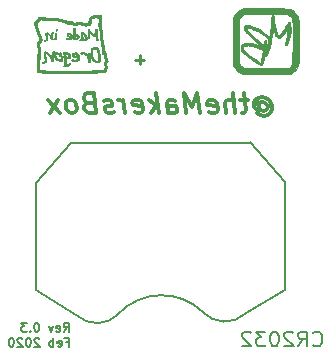
<source format=gbo>
G04 #@! TF.FileFunction,Legend,Bot*
%FSLAX46Y46*%
G04 Gerber Fmt 4.6, Leading zero omitted, Abs format (unit mm)*
G04 Created by KiCad (PCBNEW 4.0.7) date 02/19/20 21:01:50*
%MOMM*%
%LPD*%
G01*
G04 APERTURE LIST*
%ADD10C,0.100000*%
%ADD11C,0.250000*%
%ADD12C,0.150000*%
%ADD13C,0.300000*%
%ADD14C,0.200000*%
%ADD15C,0.002540*%
G04 APERTURE END LIST*
D10*
D11*
X173862952Y-77795429D02*
X173101047Y-77795429D01*
X173481999Y-78176381D02*
X173481999Y-77414476D01*
D12*
X167032857Y-100793786D02*
X167282857Y-100436643D01*
X167461429Y-100793786D02*
X167461429Y-100043786D01*
X167175714Y-100043786D01*
X167104286Y-100079500D01*
X167068571Y-100115214D01*
X167032857Y-100186643D01*
X167032857Y-100293786D01*
X167068571Y-100365214D01*
X167104286Y-100400929D01*
X167175714Y-100436643D01*
X167461429Y-100436643D01*
X166425714Y-100758071D02*
X166497143Y-100793786D01*
X166640000Y-100793786D01*
X166711429Y-100758071D01*
X166747143Y-100686643D01*
X166747143Y-100400929D01*
X166711429Y-100329500D01*
X166640000Y-100293786D01*
X166497143Y-100293786D01*
X166425714Y-100329500D01*
X166390000Y-100400929D01*
X166390000Y-100472357D01*
X166747143Y-100543786D01*
X166140000Y-100293786D02*
X165961429Y-100793786D01*
X165782857Y-100293786D01*
X164782856Y-100043786D02*
X164711428Y-100043786D01*
X164639999Y-100079500D01*
X164604285Y-100115214D01*
X164568571Y-100186643D01*
X164532856Y-100329500D01*
X164532856Y-100508071D01*
X164568571Y-100650929D01*
X164604285Y-100722357D01*
X164639999Y-100758071D01*
X164711428Y-100793786D01*
X164782856Y-100793786D01*
X164854285Y-100758071D01*
X164889999Y-100722357D01*
X164925714Y-100650929D01*
X164961428Y-100508071D01*
X164961428Y-100329500D01*
X164925714Y-100186643D01*
X164889999Y-100115214D01*
X164854285Y-100079500D01*
X164782856Y-100043786D01*
X164211428Y-100722357D02*
X164175713Y-100758071D01*
X164211428Y-100793786D01*
X164247142Y-100758071D01*
X164211428Y-100722357D01*
X164211428Y-100793786D01*
X163925713Y-100043786D02*
X163461427Y-100043786D01*
X163711427Y-100329500D01*
X163604285Y-100329500D01*
X163532856Y-100365214D01*
X163497142Y-100400929D01*
X163461427Y-100472357D01*
X163461427Y-100650929D01*
X163497142Y-100722357D01*
X163532856Y-100758071D01*
X163604285Y-100793786D01*
X163818570Y-100793786D01*
X163889999Y-100758071D01*
X163925713Y-100722357D01*
X167211429Y-101675929D02*
X167461429Y-101675929D01*
X167461429Y-102068786D02*
X167461429Y-101318786D01*
X167104286Y-101318786D01*
X166532857Y-102033071D02*
X166604286Y-102068786D01*
X166747143Y-102068786D01*
X166818572Y-102033071D01*
X166854286Y-101961643D01*
X166854286Y-101675929D01*
X166818572Y-101604500D01*
X166747143Y-101568786D01*
X166604286Y-101568786D01*
X166532857Y-101604500D01*
X166497143Y-101675929D01*
X166497143Y-101747357D01*
X166854286Y-101818786D01*
X166175715Y-102068786D02*
X166175715Y-101318786D01*
X166175715Y-101604500D02*
X166104286Y-101568786D01*
X165961429Y-101568786D01*
X165890000Y-101604500D01*
X165854286Y-101640214D01*
X165818572Y-101711643D01*
X165818572Y-101925929D01*
X165854286Y-101997357D01*
X165890000Y-102033071D01*
X165961429Y-102068786D01*
X166104286Y-102068786D01*
X166175715Y-102033071D01*
X164961429Y-101390214D02*
X164925715Y-101354500D01*
X164854286Y-101318786D01*
X164675715Y-101318786D01*
X164604286Y-101354500D01*
X164568572Y-101390214D01*
X164532857Y-101461643D01*
X164532857Y-101533071D01*
X164568572Y-101640214D01*
X164997143Y-102068786D01*
X164532857Y-102068786D01*
X164068571Y-101318786D02*
X163997143Y-101318786D01*
X163925714Y-101354500D01*
X163890000Y-101390214D01*
X163854286Y-101461643D01*
X163818571Y-101604500D01*
X163818571Y-101783071D01*
X163854286Y-101925929D01*
X163890000Y-101997357D01*
X163925714Y-102033071D01*
X163997143Y-102068786D01*
X164068571Y-102068786D01*
X164140000Y-102033071D01*
X164175714Y-101997357D01*
X164211429Y-101925929D01*
X164247143Y-101783071D01*
X164247143Y-101604500D01*
X164211429Y-101461643D01*
X164175714Y-101390214D01*
X164140000Y-101354500D01*
X164068571Y-101318786D01*
X163532857Y-101390214D02*
X163497143Y-101354500D01*
X163425714Y-101318786D01*
X163247143Y-101318786D01*
X163175714Y-101354500D01*
X163140000Y-101390214D01*
X163104285Y-101461643D01*
X163104285Y-101533071D01*
X163140000Y-101640214D01*
X163568571Y-102068786D01*
X163104285Y-102068786D01*
X162639999Y-101318786D02*
X162568571Y-101318786D01*
X162497142Y-101354500D01*
X162461428Y-101390214D01*
X162425714Y-101461643D01*
X162389999Y-101604500D01*
X162389999Y-101783071D01*
X162425714Y-101925929D01*
X162461428Y-101997357D01*
X162497142Y-102033071D01*
X162568571Y-102068786D01*
X162639999Y-102068786D01*
X162711428Y-102033071D01*
X162747142Y-101997357D01*
X162782857Y-101925929D01*
X162818571Y-101783071D01*
X162818571Y-101604500D01*
X162782857Y-101461643D01*
X162747142Y-101390214D01*
X162711428Y-101354500D01*
X162639999Y-101318786D01*
D13*
X183552558Y-81493524D02*
X183623392Y-81412571D01*
X183775177Y-81331619D01*
X183937082Y-81331619D01*
X184109106Y-81412571D01*
X184200177Y-81493524D01*
X184301369Y-81655429D01*
X184321607Y-81817333D01*
X184260892Y-81979238D01*
X184190059Y-82060190D01*
X184038273Y-82141143D01*
X183876368Y-82141143D01*
X183704345Y-82060190D01*
X183613273Y-81979238D01*
X183532320Y-81331619D02*
X183613273Y-81979238D01*
X183542440Y-82060190D01*
X183461487Y-82060190D01*
X183289464Y-81979238D01*
X183188273Y-81817333D01*
X183137677Y-81412571D01*
X183269225Y-81169714D01*
X183491844Y-81007810D01*
X183805535Y-80926857D01*
X184139463Y-81007810D01*
X184402558Y-81169714D01*
X184594820Y-81412571D01*
X184716249Y-81736381D01*
X184675773Y-82060190D01*
X184544225Y-82303048D01*
X184321606Y-82464952D01*
X184007916Y-82545905D01*
X183673987Y-82464952D01*
X183410892Y-82303048D01*
X182621606Y-81169714D02*
X181973987Y-81169714D01*
X182307916Y-80603048D02*
X182490059Y-82060190D01*
X182429345Y-82222095D01*
X182277559Y-82303048D01*
X182115654Y-82303048D01*
X181548987Y-82303048D02*
X181336487Y-80603048D01*
X180820416Y-82303048D02*
X180709106Y-81412571D01*
X180769820Y-81250667D01*
X180921606Y-81169714D01*
X181164463Y-81169714D01*
X181336487Y-81250667D01*
X181427558Y-81331619D01*
X179353154Y-82222095D02*
X179525178Y-82303048D01*
X179848987Y-82303048D01*
X180000773Y-82222095D01*
X180061487Y-82060190D01*
X179980534Y-81412571D01*
X179879344Y-81250667D01*
X179707320Y-81169714D01*
X179383511Y-81169714D01*
X179231725Y-81250667D01*
X179171011Y-81412571D01*
X179191249Y-81574476D01*
X180021011Y-81736381D01*
X178553749Y-82303048D02*
X178341249Y-80603048D01*
X177926368Y-81817333D01*
X177207916Y-80603048D01*
X177420416Y-82303048D01*
X175882321Y-82303048D02*
X175771011Y-81412571D01*
X175831725Y-81250667D01*
X175983511Y-81169714D01*
X176307320Y-81169714D01*
X176479344Y-81250667D01*
X175872202Y-82222095D02*
X176044225Y-82303048D01*
X176448987Y-82303048D01*
X176600773Y-82222095D01*
X176661487Y-82060190D01*
X176641249Y-81898286D01*
X176540059Y-81736381D01*
X176368035Y-81655429D01*
X175963273Y-81655429D01*
X175791249Y-81574476D01*
X175072797Y-82303048D02*
X174860297Y-80603048D01*
X174829940Y-81655429D02*
X174425178Y-82303048D01*
X174283511Y-81169714D02*
X175012083Y-81817333D01*
X173038869Y-82222095D02*
X173210893Y-82303048D01*
X173534702Y-82303048D01*
X173686488Y-82222095D01*
X173747202Y-82060190D01*
X173666249Y-81412571D01*
X173565059Y-81250667D01*
X173393035Y-81169714D01*
X173069226Y-81169714D01*
X172917440Y-81250667D01*
X172856726Y-81412571D01*
X172876964Y-81574476D01*
X173706726Y-81736381D01*
X172239464Y-82303048D02*
X172097797Y-81169714D01*
X172138273Y-81493524D02*
X172037083Y-81331619D01*
X171946011Y-81250667D01*
X171773988Y-81169714D01*
X171612083Y-81169714D01*
X171257916Y-82222095D02*
X171106131Y-82303048D01*
X170782321Y-82303048D01*
X170610297Y-82222095D01*
X170509107Y-82060190D01*
X170498988Y-81979238D01*
X170559702Y-81817333D01*
X170711488Y-81736381D01*
X170954345Y-81736381D01*
X171106131Y-81655429D01*
X171166844Y-81493524D01*
X171156725Y-81412571D01*
X171055535Y-81250667D01*
X170883511Y-81169714D01*
X170640654Y-81169714D01*
X170488868Y-81250667D01*
X169132916Y-81412571D02*
X168900178Y-81493524D01*
X168829345Y-81574476D01*
X168768632Y-81736381D01*
X168798989Y-81979238D01*
X168900179Y-82141143D01*
X168991250Y-82222095D01*
X169163274Y-82303048D01*
X169810893Y-82303048D01*
X169598393Y-80603048D01*
X169031726Y-80603048D01*
X168879941Y-80684000D01*
X168809107Y-80764952D01*
X168748393Y-80926857D01*
X168768631Y-81088762D01*
X168869821Y-81250667D01*
X168960893Y-81331619D01*
X169132916Y-81412571D01*
X169699583Y-81412571D01*
X167868036Y-82303048D02*
X168019822Y-82222095D01*
X168090655Y-82141143D01*
X168151369Y-81979238D01*
X168090654Y-81493524D01*
X167989464Y-81331619D01*
X167898393Y-81250667D01*
X167726369Y-81169714D01*
X167483512Y-81169714D01*
X167331726Y-81250667D01*
X167260893Y-81331619D01*
X167200178Y-81493524D01*
X167260893Y-81979238D01*
X167362084Y-82141143D01*
X167453155Y-82222095D01*
X167625179Y-82303048D01*
X167868036Y-82303048D01*
X166734703Y-82303048D02*
X165702560Y-81169714D01*
X166593036Y-81169714D02*
X165844227Y-82303048D01*
D14*
X188166047Y-101919429D02*
X188225571Y-101978952D01*
X188404142Y-102038476D01*
X188523190Y-102038476D01*
X188701762Y-101978952D01*
X188820809Y-101859905D01*
X188880333Y-101740857D01*
X188939857Y-101502762D01*
X188939857Y-101324190D01*
X188880333Y-101086095D01*
X188820809Y-100967048D01*
X188701762Y-100848000D01*
X188523190Y-100788476D01*
X188404142Y-100788476D01*
X188225571Y-100848000D01*
X188166047Y-100907524D01*
X186916047Y-102038476D02*
X187332714Y-101443238D01*
X187630333Y-102038476D02*
X187630333Y-100788476D01*
X187154142Y-100788476D01*
X187035095Y-100848000D01*
X186975571Y-100907524D01*
X186916047Y-101026571D01*
X186916047Y-101205143D01*
X186975571Y-101324190D01*
X187035095Y-101383714D01*
X187154142Y-101443238D01*
X187630333Y-101443238D01*
X186439857Y-100907524D02*
X186380333Y-100848000D01*
X186261285Y-100788476D01*
X185963666Y-100788476D01*
X185844619Y-100848000D01*
X185785095Y-100907524D01*
X185725571Y-101026571D01*
X185725571Y-101145619D01*
X185785095Y-101324190D01*
X186499381Y-102038476D01*
X185725571Y-102038476D01*
X184951762Y-100788476D02*
X184832714Y-100788476D01*
X184713666Y-100848000D01*
X184654143Y-100907524D01*
X184594619Y-101026571D01*
X184535095Y-101264667D01*
X184535095Y-101562286D01*
X184594619Y-101800381D01*
X184654143Y-101919429D01*
X184713666Y-101978952D01*
X184832714Y-102038476D01*
X184951762Y-102038476D01*
X185070809Y-101978952D01*
X185130333Y-101919429D01*
X185189857Y-101800381D01*
X185249381Y-101562286D01*
X185249381Y-101264667D01*
X185189857Y-101026571D01*
X185130333Y-100907524D01*
X185070809Y-100848000D01*
X184951762Y-100788476D01*
X184118429Y-100788476D02*
X183344619Y-100788476D01*
X183761286Y-101264667D01*
X183582714Y-101264667D01*
X183463667Y-101324190D01*
X183404143Y-101383714D01*
X183344619Y-101502762D01*
X183344619Y-101800381D01*
X183404143Y-101919429D01*
X183463667Y-101978952D01*
X183582714Y-102038476D01*
X183939857Y-102038476D01*
X184058905Y-101978952D01*
X184118429Y-101919429D01*
X182868429Y-100907524D02*
X182808905Y-100848000D01*
X182689857Y-100788476D01*
X182392238Y-100788476D01*
X182273191Y-100848000D01*
X182213667Y-100907524D01*
X182154143Y-101026571D01*
X182154143Y-101145619D01*
X182213667Y-101324190D01*
X182927953Y-102038476D01*
X182154143Y-102038476D01*
D15*
G36*
X164543740Y-74693780D02*
X164543740Y-74731880D01*
X164546280Y-74757280D01*
X164548820Y-74780140D01*
X164553900Y-74797920D01*
X164564060Y-74818240D01*
X164566600Y-74825860D01*
X164579300Y-74853800D01*
X164589460Y-74879200D01*
X164599620Y-74909680D01*
X164609780Y-74945240D01*
X164619940Y-74990960D01*
X164632640Y-75044300D01*
X164637720Y-75062080D01*
X164652960Y-75135740D01*
X164670740Y-75196700D01*
X164685980Y-75250040D01*
X164706300Y-75295760D01*
X164726620Y-75336400D01*
X164726620Y-74706480D01*
X164726620Y-74691240D01*
X164729160Y-74678540D01*
X164736780Y-74665840D01*
X164749480Y-74650600D01*
X164772340Y-74632820D01*
X164782500Y-74622660D01*
X164810440Y-74599800D01*
X164835840Y-74574400D01*
X164853620Y-74551540D01*
X164861240Y-74543920D01*
X164873940Y-74526140D01*
X164894260Y-74500740D01*
X164919660Y-74470260D01*
X164945060Y-74439780D01*
X164947600Y-74437240D01*
X164970460Y-74409300D01*
X164990780Y-74383900D01*
X165003480Y-74366120D01*
X165011100Y-74355960D01*
X165011100Y-74353420D01*
X165016180Y-74348340D01*
X165033960Y-74348340D01*
X165059360Y-74348340D01*
X165089840Y-74353420D01*
X165120320Y-74358500D01*
X165130480Y-74361040D01*
X165143180Y-74363580D01*
X165155880Y-74368660D01*
X165171120Y-74368660D01*
X165188900Y-74371200D01*
X165214300Y-74373740D01*
X165247320Y-74376280D01*
X165285420Y-74376280D01*
X165333680Y-74378820D01*
X165392100Y-74378820D01*
X165463220Y-74381360D01*
X165547040Y-74383900D01*
X165600380Y-74383900D01*
X165686740Y-74386440D01*
X165773100Y-74386440D01*
X165859460Y-74388980D01*
X165943280Y-74388980D01*
X166022020Y-74391520D01*
X166093140Y-74391520D01*
X166156640Y-74391520D01*
X166204900Y-74391520D01*
X166217600Y-74391520D01*
X166410640Y-74391520D01*
X166471600Y-74452480D01*
X166532560Y-74510900D01*
X166573200Y-74510900D01*
X166601140Y-74510900D01*
X166636700Y-74508360D01*
X166664640Y-74503280D01*
X166697660Y-74500740D01*
X166728140Y-74503280D01*
X166761160Y-74508360D01*
X166801800Y-74518520D01*
X166847520Y-74536300D01*
X166903400Y-74559160D01*
X166918640Y-74564240D01*
X166961820Y-74584560D01*
X166994840Y-74597260D01*
X167022780Y-74604880D01*
X167048180Y-74609960D01*
X167076120Y-74615040D01*
X167093900Y-74617580D01*
X167139620Y-74622660D01*
X167175180Y-74627740D01*
X167203120Y-74635360D01*
X167223440Y-74645520D01*
X167243760Y-74658220D01*
X167264080Y-74678540D01*
X167266620Y-74681080D01*
X167289480Y-74701400D01*
X167314880Y-74719180D01*
X167332660Y-74731880D01*
X167332660Y-74731880D01*
X167352980Y-74736960D01*
X167383460Y-74742040D01*
X167419020Y-74749660D01*
X167457120Y-74752200D01*
X167490140Y-74757280D01*
X167515540Y-74757280D01*
X167530780Y-74754740D01*
X167543480Y-74747120D01*
X167566340Y-74734420D01*
X167586660Y-74716640D01*
X167609520Y-74696320D01*
X167624760Y-74688700D01*
X167634920Y-74686160D01*
X167640000Y-74688700D01*
X167650160Y-74696320D01*
X167670480Y-74709020D01*
X167698420Y-74726800D01*
X167728900Y-74747120D01*
X167736520Y-74752200D01*
X167822880Y-74805540D01*
X167899080Y-74808080D01*
X167934640Y-74810620D01*
X167957500Y-74813160D01*
X167970200Y-74815700D01*
X167980360Y-74820780D01*
X167985440Y-74828400D01*
X167987980Y-74833480D01*
X168008300Y-74856340D01*
X168036240Y-74871580D01*
X168066720Y-74879200D01*
X168071800Y-74879200D01*
X168099740Y-74871580D01*
X168127680Y-74853800D01*
X168155620Y-74823320D01*
X168165780Y-74810620D01*
X168178480Y-74797920D01*
X168186100Y-74787760D01*
X168196260Y-74780140D01*
X168208960Y-74772520D01*
X168229280Y-74769980D01*
X168254680Y-74764900D01*
X168292780Y-74759820D01*
X168341040Y-74757280D01*
X168356280Y-74754740D01*
X168465500Y-74744580D01*
X168495980Y-74772520D01*
X168531540Y-74805540D01*
X168567100Y-74830940D01*
X168597580Y-74851260D01*
X168607740Y-74856340D01*
X168630600Y-74861420D01*
X168663620Y-74866500D01*
X168706800Y-74871580D01*
X168752520Y-74876660D01*
X168803320Y-74881740D01*
X168851580Y-74884280D01*
X168897300Y-74884280D01*
X168899840Y-74884280D01*
X168948100Y-74884280D01*
X168991280Y-74879200D01*
X169034460Y-74874120D01*
X169082720Y-74863960D01*
X169128440Y-74853800D01*
X169161460Y-74843640D01*
X169186860Y-74830940D01*
X169209720Y-74818240D01*
X169232580Y-74797920D01*
X169257980Y-74772520D01*
X169275760Y-74752200D01*
X169291000Y-74731880D01*
X169298620Y-74709020D01*
X169306240Y-74681080D01*
X169313860Y-74645520D01*
X169316400Y-74602340D01*
X169321480Y-74551540D01*
X169329100Y-74472800D01*
X169341800Y-74404220D01*
X169362120Y-74348340D01*
X169387520Y-74302620D01*
X169390060Y-74297540D01*
X169415460Y-74272140D01*
X169453560Y-74244200D01*
X169466260Y-74236580D01*
X169494200Y-74223880D01*
X169517060Y-74213720D01*
X169534840Y-74211180D01*
X169557700Y-74211180D01*
X169560240Y-74211180D01*
X169598340Y-74211180D01*
X169641520Y-74203560D01*
X169672000Y-74195940D01*
X169710100Y-74183240D01*
X169738040Y-74178160D01*
X169755820Y-74175620D01*
X169771060Y-74180700D01*
X169786300Y-74185780D01*
X169793920Y-74190860D01*
X169824400Y-74206100D01*
X169867580Y-74211180D01*
X169915840Y-74206100D01*
X169931080Y-74201020D01*
X169953940Y-74195940D01*
X169974260Y-74190860D01*
X169981880Y-74190860D01*
X169981880Y-74195940D01*
X169984420Y-74216260D01*
X169984420Y-74239120D01*
X169984420Y-74241660D01*
X169984420Y-74269600D01*
X169986960Y-74289920D01*
X169992040Y-74307700D01*
X170004740Y-74325480D01*
X170027600Y-74358500D01*
X170019980Y-74477880D01*
X170017440Y-74523600D01*
X170012360Y-74556620D01*
X170009820Y-74582020D01*
X170004740Y-74599800D01*
X169999660Y-74615040D01*
X169992040Y-74630280D01*
X169986960Y-74637900D01*
X169971720Y-74668380D01*
X169964100Y-74696320D01*
X169964100Y-74716640D01*
X169961560Y-74744580D01*
X169959020Y-74767440D01*
X169956480Y-74775060D01*
X169953940Y-74792840D01*
X169948860Y-74818240D01*
X169948860Y-74851260D01*
X169948860Y-74863960D01*
X169948860Y-74896980D01*
X169948860Y-74917300D01*
X169953940Y-74932540D01*
X169961560Y-74942700D01*
X169971720Y-74955400D01*
X169974260Y-74957940D01*
X169994580Y-74973180D01*
X170014900Y-74980800D01*
X170017440Y-74983340D01*
X170027600Y-74983340D01*
X170032680Y-74988420D01*
X170037760Y-75003660D01*
X170040300Y-75029060D01*
X170042840Y-75062080D01*
X170045380Y-75100180D01*
X170045380Y-75123040D01*
X170047920Y-75166220D01*
X170053000Y-75222100D01*
X170060620Y-75293220D01*
X170073320Y-75379580D01*
X170091100Y-75478640D01*
X170091100Y-75486260D01*
X170098720Y-75529440D01*
X170103800Y-75570080D01*
X170108880Y-75600560D01*
X170111420Y-75623420D01*
X170113960Y-75631040D01*
X170113960Y-75643740D01*
X170111420Y-75666600D01*
X170111420Y-75697080D01*
X170108880Y-75727560D01*
X170108880Y-75760580D01*
X170106340Y-75791060D01*
X170103800Y-75811380D01*
X170101260Y-75819000D01*
X170091100Y-75844400D01*
X170088560Y-75874880D01*
X170091100Y-75905360D01*
X170101260Y-75930760D01*
X170116500Y-75943460D01*
X170124120Y-75956160D01*
X170131740Y-75981560D01*
X170141900Y-76022200D01*
X170149520Y-76078080D01*
X170159680Y-76146660D01*
X170167300Y-76225400D01*
X170172380Y-76286360D01*
X170177460Y-76339700D01*
X170182540Y-76390500D01*
X170187620Y-76433680D01*
X170192700Y-76469240D01*
X170195240Y-76494640D01*
X170197780Y-76507340D01*
X170207940Y-76527660D01*
X170218100Y-76555600D01*
X170228260Y-76581000D01*
X170235880Y-76601320D01*
X170243500Y-76616560D01*
X170246040Y-76634340D01*
X170248580Y-76654660D01*
X170248580Y-76680060D01*
X170246040Y-76713080D01*
X170243500Y-76758800D01*
X170243500Y-76779120D01*
X170240960Y-76824840D01*
X170240960Y-76860400D01*
X170246040Y-76888340D01*
X170253660Y-76913740D01*
X170266360Y-76941680D01*
X170286680Y-76974700D01*
X170304460Y-77012800D01*
X170314620Y-77040740D01*
X170319700Y-77068680D01*
X170314620Y-77096620D01*
X170304460Y-77134720D01*
X170299380Y-77144880D01*
X170286680Y-77182980D01*
X170279060Y-77213460D01*
X170279060Y-77233780D01*
X170281600Y-77251560D01*
X170289220Y-77266800D01*
X170289220Y-77269340D01*
X170304460Y-77284580D01*
X170329860Y-77302360D01*
X170360340Y-77320140D01*
X170393360Y-77332840D01*
X170413680Y-77340460D01*
X170434000Y-77345540D01*
X170434000Y-77434440D01*
X170434000Y-77525880D01*
X170464480Y-77589380D01*
X170497500Y-77657960D01*
X170522900Y-77716380D01*
X170543220Y-77764640D01*
X170555920Y-77800200D01*
X170561000Y-77820520D01*
X170563540Y-77838300D01*
X170563540Y-77853540D01*
X170555920Y-77868780D01*
X170540680Y-77889100D01*
X170540680Y-77891640D01*
X170512740Y-77932280D01*
X170489880Y-77970380D01*
X170472100Y-78016100D01*
X170464480Y-78044040D01*
X170449240Y-78097380D01*
X170472100Y-78196440D01*
X170487340Y-78262480D01*
X170494960Y-78315820D01*
X170500040Y-78361540D01*
X170500040Y-78402180D01*
X170492420Y-78440280D01*
X170482260Y-78478380D01*
X170482260Y-78478380D01*
X170467020Y-78521560D01*
X170454320Y-78559660D01*
X170439080Y-78592680D01*
X170428920Y-78615540D01*
X170418760Y-78625700D01*
X170418760Y-78628240D01*
X170408600Y-78630780D01*
X170388280Y-78638400D01*
X170380660Y-78643480D01*
X170357800Y-78651100D01*
X170322240Y-78658720D01*
X170273980Y-78663800D01*
X170213020Y-78666340D01*
X170136820Y-78668880D01*
X170047920Y-78671420D01*
X169946320Y-78671420D01*
X169936160Y-78671420D01*
X169880280Y-78673960D01*
X169814240Y-78673960D01*
X169740580Y-78676500D01*
X169661840Y-78676500D01*
X169583100Y-78679040D01*
X169509440Y-78684120D01*
X169489120Y-78684120D01*
X169252900Y-78691740D01*
X169026840Y-78701900D01*
X168803320Y-78706980D01*
X168579800Y-78712060D01*
X168358820Y-78717140D01*
X168135300Y-78719680D01*
X167909240Y-78722220D01*
X167675560Y-78722220D01*
X167436800Y-78722220D01*
X167185340Y-78722220D01*
X166923720Y-78719680D01*
X166791640Y-78717140D01*
X166606220Y-78714600D01*
X166436040Y-78712060D01*
X166278560Y-78709520D01*
X166133780Y-78706980D01*
X165999160Y-78704440D01*
X165874700Y-78701900D01*
X165757860Y-78699360D01*
X165651180Y-78696820D01*
X165552120Y-78691740D01*
X165460680Y-78689200D01*
X165371780Y-78686660D01*
X165287960Y-78681580D01*
X165242240Y-78679040D01*
X165178740Y-78676500D01*
X165120320Y-78671420D01*
X165066980Y-78668880D01*
X165021260Y-78666340D01*
X164988240Y-78663800D01*
X164965380Y-78663800D01*
X164952680Y-78663800D01*
X164952680Y-78663800D01*
X164952680Y-78656180D01*
X164955220Y-78633320D01*
X164955220Y-78600300D01*
X164957760Y-78552040D01*
X164960300Y-78493620D01*
X164962840Y-78425040D01*
X164967920Y-78346300D01*
X164970460Y-78259940D01*
X164975540Y-78163420D01*
X164980620Y-78061820D01*
X164983160Y-77955140D01*
X164988240Y-77840840D01*
X164995860Y-77724000D01*
X164995860Y-77708760D01*
X165000940Y-77569060D01*
X165006020Y-77442060D01*
X165011100Y-77327760D01*
X165016180Y-77226160D01*
X165021260Y-77137260D01*
X165023800Y-77058520D01*
X165026340Y-76992480D01*
X165028880Y-76931520D01*
X165028880Y-76883260D01*
X165028880Y-76840080D01*
X165028880Y-76807060D01*
X165028880Y-76776580D01*
X165028880Y-76753720D01*
X165026340Y-76735940D01*
X165023800Y-76720700D01*
X165021260Y-76710540D01*
X165018720Y-76700380D01*
X165013640Y-76692760D01*
X165008560Y-76687680D01*
X165003480Y-76680060D01*
X164998400Y-76672440D01*
X164985700Y-76657200D01*
X164978080Y-76641960D01*
X164975540Y-76626720D01*
X164978080Y-76601320D01*
X164978080Y-76591160D01*
X164978080Y-76555600D01*
X164975540Y-76522580D01*
X164965380Y-76481940D01*
X164965380Y-76479400D01*
X164952680Y-76436220D01*
X164945060Y-76405740D01*
X164942520Y-76382880D01*
X164942520Y-76370180D01*
X164945060Y-76360020D01*
X164952680Y-76354940D01*
X164952680Y-76352400D01*
X164970460Y-76347320D01*
X164993320Y-76339700D01*
X165003480Y-76339700D01*
X165031420Y-76332080D01*
X165054280Y-76321920D01*
X165074600Y-76306680D01*
X165092380Y-76283820D01*
X165115240Y-76248260D01*
X165133020Y-76212700D01*
X165176200Y-76123800D01*
X165168580Y-76045060D01*
X165163500Y-76014580D01*
X165158420Y-75986640D01*
X165150800Y-75961240D01*
X165143180Y-75933300D01*
X165130480Y-75897740D01*
X165110160Y-75854560D01*
X165105080Y-75841860D01*
X165084760Y-75791060D01*
X165061900Y-75740260D01*
X165039040Y-75686920D01*
X165018720Y-75641200D01*
X165008560Y-75623420D01*
X164993320Y-75585320D01*
X164980620Y-75557380D01*
X164973000Y-75537060D01*
X164970460Y-75524360D01*
X164973000Y-75514200D01*
X164973000Y-75504040D01*
X164980620Y-75478640D01*
X164980620Y-75448160D01*
X164970460Y-75415140D01*
X164952680Y-75374500D01*
X164927280Y-75326240D01*
X164924740Y-75323700D01*
X164901880Y-75283060D01*
X164881560Y-75247500D01*
X164866320Y-75217020D01*
X164856160Y-75186540D01*
X164843460Y-75153520D01*
X164833300Y-75112880D01*
X164823140Y-75067160D01*
X164812980Y-75021440D01*
X164797740Y-74957940D01*
X164785040Y-74907140D01*
X164774880Y-74866500D01*
X164764720Y-74833480D01*
X164754560Y-74805540D01*
X164746940Y-74782680D01*
X164739320Y-74772520D01*
X164731700Y-74744580D01*
X164726620Y-74714100D01*
X164726620Y-74706480D01*
X164726620Y-75336400D01*
X164729160Y-75338940D01*
X164734240Y-75354180D01*
X164752020Y-75382120D01*
X164762180Y-75404980D01*
X164767260Y-75417680D01*
X164767260Y-75427840D01*
X164762180Y-75438000D01*
X164759640Y-75455780D01*
X164757100Y-75473560D01*
X164762180Y-75496420D01*
X164769800Y-75524360D01*
X164785040Y-75559920D01*
X164805360Y-75608180D01*
X164820600Y-75638660D01*
X164856160Y-75719940D01*
X164891720Y-75796140D01*
X164919660Y-75864720D01*
X164945060Y-75925680D01*
X164965380Y-75976480D01*
X164978080Y-76017120D01*
X164985700Y-76045060D01*
X164985700Y-76047600D01*
X164990780Y-76075540D01*
X164988240Y-76093320D01*
X164983160Y-76113640D01*
X164975540Y-76126340D01*
X164965380Y-76146660D01*
X164952680Y-76159360D01*
X164937440Y-76166980D01*
X164914580Y-76172060D01*
X164901880Y-76174600D01*
X164886640Y-76177140D01*
X164868860Y-76187300D01*
X164851080Y-76202540D01*
X164823140Y-76227940D01*
X164815520Y-76238100D01*
X164790120Y-76263500D01*
X164772340Y-76281280D01*
X164762180Y-76293980D01*
X164757100Y-76306680D01*
X164757100Y-76321920D01*
X164757100Y-76332080D01*
X164759640Y-76385420D01*
X164772340Y-76446380D01*
X164787580Y-76509880D01*
X164795200Y-76537820D01*
X164797740Y-76560680D01*
X164797740Y-76583540D01*
X164795200Y-76614020D01*
X164792660Y-76619100D01*
X164790120Y-76652120D01*
X164790120Y-76680060D01*
X164797740Y-76702920D01*
X164815520Y-76730860D01*
X164833300Y-76753720D01*
X164856160Y-76781660D01*
X164812980Y-77762100D01*
X164807900Y-77881480D01*
X164802820Y-77998320D01*
X164797740Y-78110080D01*
X164792660Y-78216760D01*
X164790120Y-78315820D01*
X164785040Y-78407260D01*
X164782500Y-78491080D01*
X164779960Y-78564740D01*
X164777420Y-78628240D01*
X164774880Y-78681580D01*
X164774880Y-78722220D01*
X164774880Y-78750160D01*
X164774880Y-78765400D01*
X164774880Y-78765400D01*
X164785040Y-78790800D01*
X164805360Y-78813660D01*
X164828220Y-78828900D01*
X164833300Y-78831440D01*
X164846000Y-78833980D01*
X164873940Y-78836520D01*
X164912040Y-78839060D01*
X164960300Y-78844140D01*
X165018720Y-78846680D01*
X165082220Y-78851760D01*
X165155880Y-78854300D01*
X165232080Y-78859380D01*
X165313360Y-78861920D01*
X165394640Y-78867000D01*
X165478460Y-78869540D01*
X165559740Y-78872080D01*
X165641020Y-78874620D01*
X165717220Y-78877160D01*
X165788340Y-78879700D01*
X165831520Y-78882240D01*
X165892480Y-78882240D01*
X165966140Y-78884780D01*
X166049960Y-78884780D01*
X166141400Y-78887320D01*
X166243000Y-78889860D01*
X166349680Y-78889860D01*
X166458900Y-78892400D01*
X166573200Y-78892400D01*
X166684960Y-78894940D01*
X166794180Y-78897480D01*
X166837360Y-78897480D01*
X166938960Y-78897480D01*
X167040560Y-78900020D01*
X167139620Y-78900020D01*
X167236140Y-78902560D01*
X167325040Y-78902560D01*
X167408860Y-78902560D01*
X167482520Y-78905100D01*
X167546020Y-78905100D01*
X167599360Y-78905100D01*
X167640000Y-78905100D01*
X167662860Y-78905100D01*
X167698420Y-78905100D01*
X167749220Y-78905100D01*
X167810180Y-78905100D01*
X167881300Y-78905100D01*
X167957500Y-78905100D01*
X168038780Y-78902560D01*
X168122600Y-78902560D01*
X168206420Y-78900020D01*
X168241980Y-78900020D01*
X168396920Y-78897480D01*
X168546780Y-78892400D01*
X168694100Y-78889860D01*
X168833800Y-78884780D01*
X168965880Y-78882240D01*
X169090340Y-78877160D01*
X169204640Y-78874620D01*
X169306240Y-78872080D01*
X169392600Y-78867000D01*
X169410380Y-78867000D01*
X169466260Y-78864460D01*
X169532300Y-78861920D01*
X169603420Y-78861920D01*
X169674540Y-78859380D01*
X169743120Y-78859380D01*
X169768520Y-78859380D01*
X169834560Y-78859380D01*
X169908220Y-78856840D01*
X169989500Y-78856840D01*
X170068240Y-78851760D01*
X170144440Y-78849220D01*
X170182540Y-78849220D01*
X170398440Y-78836520D01*
X170469560Y-78803500D01*
X170502580Y-78785720D01*
X170527980Y-78773020D01*
X170545760Y-78760320D01*
X170550840Y-78755240D01*
X170566080Y-78734920D01*
X170581320Y-78704440D01*
X170601640Y-78663800D01*
X170619420Y-78620620D01*
X170637200Y-78577440D01*
X170652440Y-78539340D01*
X170665140Y-78498700D01*
X170672760Y-78465680D01*
X170677840Y-78440280D01*
X170680380Y-78409800D01*
X170680380Y-78389480D01*
X170675300Y-78315820D01*
X170662600Y-78232000D01*
X170647360Y-78158340D01*
X170639740Y-78122780D01*
X170639740Y-78094840D01*
X170647360Y-78064360D01*
X170662600Y-78031340D01*
X170685460Y-77993240D01*
X170700700Y-77975460D01*
X170723560Y-77939900D01*
X170738800Y-77914500D01*
X170746420Y-77889100D01*
X170748960Y-77863700D01*
X170746420Y-77830680D01*
X170738800Y-77792580D01*
X170731180Y-77762100D01*
X170718480Y-77721460D01*
X170700700Y-77675740D01*
X170680380Y-77622400D01*
X170654980Y-77571600D01*
X170634660Y-77528420D01*
X170627040Y-77510640D01*
X170619420Y-77495400D01*
X170616880Y-77477620D01*
X170614340Y-77457300D01*
X170614340Y-77426820D01*
X170614340Y-77386180D01*
X170614340Y-77381100D01*
X170611800Y-77332840D01*
X170609260Y-77292200D01*
X170604180Y-77264260D01*
X170591480Y-77241400D01*
X170573700Y-77221080D01*
X170545760Y-77203300D01*
X170507660Y-77182980D01*
X170487340Y-77172820D01*
X170487340Y-77165200D01*
X170489880Y-77147420D01*
X170494960Y-77122020D01*
X170497500Y-77114400D01*
X170502580Y-77068680D01*
X170502580Y-77038200D01*
X170502580Y-77030580D01*
X170489880Y-76987400D01*
X170469560Y-76941680D01*
X170446700Y-76895960D01*
X170439080Y-76883260D01*
X170431460Y-76870560D01*
X170426380Y-76857860D01*
X170421300Y-76842620D01*
X170421300Y-76824840D01*
X170421300Y-76801980D01*
X170421300Y-76771500D01*
X170426380Y-76728320D01*
X170431460Y-76674980D01*
X170431460Y-76672440D01*
X170431460Y-76647040D01*
X170431460Y-76621640D01*
X170423840Y-76593700D01*
X170416220Y-76565760D01*
X170403520Y-76532740D01*
X170393360Y-76502260D01*
X170383200Y-76479400D01*
X170380660Y-76474320D01*
X170375580Y-76461620D01*
X170370500Y-76441300D01*
X170367960Y-76413360D01*
X170362880Y-76375260D01*
X170357800Y-76324460D01*
X170352720Y-76263500D01*
X170345100Y-76194920D01*
X170337480Y-76128880D01*
X170329860Y-76065380D01*
X170319700Y-76004420D01*
X170312080Y-75951080D01*
X170304460Y-75907900D01*
X170294300Y-75877420D01*
X170291760Y-75867260D01*
X170291760Y-75849480D01*
X170294300Y-75831700D01*
X170296840Y-75806300D01*
X170291760Y-75770740D01*
X170291760Y-75770740D01*
X170286680Y-75737720D01*
X170289220Y-75702160D01*
X170291760Y-75684380D01*
X170294300Y-75661520D01*
X170296840Y-75641200D01*
X170294300Y-75618340D01*
X170291760Y-75590400D01*
X170284140Y-75549760D01*
X170281600Y-75534520D01*
X170263820Y-75440540D01*
X170251120Y-75354180D01*
X170240960Y-75272900D01*
X170233340Y-75191620D01*
X170225720Y-75102720D01*
X170220640Y-75026520D01*
X170218100Y-74960480D01*
X170213020Y-74909680D01*
X170210480Y-74869040D01*
X170205400Y-74838560D01*
X170202860Y-74815700D01*
X170195240Y-74797920D01*
X170187620Y-74785220D01*
X170177460Y-74777600D01*
X170169840Y-74769980D01*
X170157140Y-74759820D01*
X170152060Y-74747120D01*
X170154600Y-74729340D01*
X170162220Y-74703940D01*
X170172380Y-74678540D01*
X170172380Y-74678540D01*
X170180000Y-74665840D01*
X170182540Y-74655680D01*
X170187620Y-74642980D01*
X170190160Y-74625200D01*
X170192700Y-74602340D01*
X170195240Y-74571860D01*
X170197780Y-74528680D01*
X170202860Y-74475340D01*
X170202860Y-74447400D01*
X170213020Y-74295000D01*
X170187620Y-74264520D01*
X170162220Y-74234040D01*
X170169840Y-74157840D01*
X170172380Y-74109580D01*
X170172380Y-74074020D01*
X170169840Y-74048620D01*
X170159680Y-74028300D01*
X170146980Y-74013060D01*
X170144440Y-74010520D01*
X170129200Y-73997820D01*
X170111420Y-73992740D01*
X170088560Y-73990200D01*
X170060620Y-73990200D01*
X170022520Y-73997820D01*
X169971720Y-74007980D01*
X169966640Y-74010520D01*
X169875200Y-74030840D01*
X169839640Y-74010520D01*
X169814240Y-73997820D01*
X169791380Y-73990200D01*
X169763440Y-73990200D01*
X169732960Y-73995280D01*
X169689780Y-74002900D01*
X169659300Y-74010520D01*
X169623740Y-74020680D01*
X169595800Y-74028300D01*
X169578020Y-74030840D01*
X169560240Y-74028300D01*
X169547540Y-74025760D01*
X169527220Y-74023220D01*
X169509440Y-74023220D01*
X169489120Y-74025760D01*
X169463720Y-74035920D01*
X169433240Y-74051160D01*
X169400220Y-74068940D01*
X169359580Y-74091800D01*
X169329100Y-74109580D01*
X169306240Y-74127360D01*
X169288460Y-74142600D01*
X169270680Y-74160380D01*
X169252900Y-74183240D01*
X169232580Y-74206100D01*
X169217340Y-74228960D01*
X169207180Y-74249280D01*
X169197020Y-74274680D01*
X169184320Y-74307700D01*
X169171620Y-74350880D01*
X169169080Y-74361040D01*
X169156380Y-74409300D01*
X169148760Y-74449940D01*
X169143680Y-74488040D01*
X169138600Y-74531220D01*
X169138600Y-74546460D01*
X169136060Y-74592180D01*
X169133520Y-74625200D01*
X169125900Y-74648060D01*
X169113200Y-74663300D01*
X169092880Y-74676000D01*
X169062400Y-74683620D01*
X169034460Y-74691240D01*
X168973500Y-74701400D01*
X168902380Y-74706480D01*
X168823640Y-74703940D01*
X168749980Y-74696320D01*
X168671240Y-74688700D01*
X168605200Y-74630280D01*
X168579800Y-74604880D01*
X168554400Y-74587100D01*
X168534080Y-74571860D01*
X168523920Y-74566780D01*
X168508680Y-74566780D01*
X168483280Y-74566780D01*
X168445180Y-74566780D01*
X168402000Y-74571860D01*
X168351200Y-74574400D01*
X168300400Y-74579480D01*
X168249600Y-74584560D01*
X168206420Y-74589640D01*
X168163240Y-74597260D01*
X168132760Y-74602340D01*
X168112440Y-74612500D01*
X168099740Y-74617580D01*
X168089580Y-74625200D01*
X168079420Y-74630280D01*
X168064180Y-74632820D01*
X168043860Y-74632820D01*
X168015920Y-74632820D01*
X167977820Y-74632820D01*
X167876220Y-74630280D01*
X167772080Y-74561700D01*
X167733980Y-74536300D01*
X167700960Y-74515980D01*
X167673020Y-74498200D01*
X167652700Y-74488040D01*
X167645080Y-74482960D01*
X167617140Y-74475340D01*
X167591740Y-74480420D01*
X167561260Y-74495660D01*
X167525700Y-74526140D01*
X167523160Y-74528680D01*
X167500300Y-74549000D01*
X167482520Y-74561700D01*
X167467280Y-74569320D01*
X167452040Y-74571860D01*
X167446960Y-74571860D01*
X167429180Y-74569320D01*
X167416480Y-74566780D01*
X167398700Y-74554080D01*
X167378380Y-74536300D01*
X167368220Y-74526140D01*
X167337740Y-74500740D01*
X167304720Y-74480420D01*
X167266620Y-74465180D01*
X167223440Y-74455020D01*
X167167560Y-74444860D01*
X167139620Y-74442320D01*
X167101520Y-74437240D01*
X167071040Y-74429620D01*
X167040560Y-74419460D01*
X167005000Y-74406760D01*
X166974520Y-74394060D01*
X166931340Y-74376280D01*
X166883080Y-74358500D01*
X166837360Y-74343260D01*
X166809420Y-74335640D01*
X166771320Y-74328020D01*
X166743380Y-74320400D01*
X166720520Y-74320400D01*
X166697660Y-74320400D01*
X166667180Y-74322940D01*
X166606220Y-74330560D01*
X166547800Y-74277220D01*
X166512240Y-74244200D01*
X166484300Y-74223880D01*
X166466520Y-74218800D01*
X166453820Y-74216260D01*
X166425880Y-74216260D01*
X166390320Y-74213720D01*
X166344600Y-74213720D01*
X166293800Y-74213720D01*
X166237920Y-74213720D01*
X166235380Y-74213720D01*
X166151560Y-74213720D01*
X166062660Y-74211180D01*
X165971220Y-74211180D01*
X165879780Y-74211180D01*
X165788340Y-74208640D01*
X165699440Y-74206100D01*
X165615620Y-74206100D01*
X165534340Y-74203560D01*
X165458140Y-74201020D01*
X165389560Y-74198480D01*
X165331140Y-74195940D01*
X165280340Y-74193400D01*
X165242240Y-74190860D01*
X165216840Y-74188320D01*
X165204140Y-74185780D01*
X165186360Y-74183240D01*
X165153340Y-74178160D01*
X165115240Y-74173080D01*
X165074600Y-74170540D01*
X165054280Y-74168000D01*
X165008560Y-74165460D01*
X164975540Y-74162920D01*
X164952680Y-74162920D01*
X164934900Y-74162920D01*
X164922200Y-74165460D01*
X164912040Y-74170540D01*
X164909500Y-74173080D01*
X164884100Y-74193400D01*
X164861240Y-74226420D01*
X164851080Y-74261980D01*
X164843460Y-74277220D01*
X164828220Y-74300080D01*
X164807900Y-74322940D01*
X164802820Y-74330560D01*
X164777420Y-74361040D01*
X164754560Y-74388980D01*
X164734240Y-74411840D01*
X164731700Y-74416920D01*
X164716460Y-74434700D01*
X164691060Y-74460100D01*
X164663120Y-74488040D01*
X164635180Y-74515980D01*
X164607240Y-74541380D01*
X164581840Y-74564240D01*
X164564060Y-74582020D01*
X164553900Y-74594720D01*
X164553900Y-74594720D01*
X164548820Y-74612500D01*
X164543740Y-74642980D01*
X164543740Y-74683620D01*
X164543740Y-74693780D01*
X164543740Y-74693780D01*
X164543740Y-74693780D01*
G37*
X164543740Y-74693780D02*
X164543740Y-74731880D01*
X164546280Y-74757280D01*
X164548820Y-74780140D01*
X164553900Y-74797920D01*
X164564060Y-74818240D01*
X164566600Y-74825860D01*
X164579300Y-74853800D01*
X164589460Y-74879200D01*
X164599620Y-74909680D01*
X164609780Y-74945240D01*
X164619940Y-74990960D01*
X164632640Y-75044300D01*
X164637720Y-75062080D01*
X164652960Y-75135740D01*
X164670740Y-75196700D01*
X164685980Y-75250040D01*
X164706300Y-75295760D01*
X164726620Y-75336400D01*
X164726620Y-74706480D01*
X164726620Y-74691240D01*
X164729160Y-74678540D01*
X164736780Y-74665840D01*
X164749480Y-74650600D01*
X164772340Y-74632820D01*
X164782500Y-74622660D01*
X164810440Y-74599800D01*
X164835840Y-74574400D01*
X164853620Y-74551540D01*
X164861240Y-74543920D01*
X164873940Y-74526140D01*
X164894260Y-74500740D01*
X164919660Y-74470260D01*
X164945060Y-74439780D01*
X164947600Y-74437240D01*
X164970460Y-74409300D01*
X164990780Y-74383900D01*
X165003480Y-74366120D01*
X165011100Y-74355960D01*
X165011100Y-74353420D01*
X165016180Y-74348340D01*
X165033960Y-74348340D01*
X165059360Y-74348340D01*
X165089840Y-74353420D01*
X165120320Y-74358500D01*
X165130480Y-74361040D01*
X165143180Y-74363580D01*
X165155880Y-74368660D01*
X165171120Y-74368660D01*
X165188900Y-74371200D01*
X165214300Y-74373740D01*
X165247320Y-74376280D01*
X165285420Y-74376280D01*
X165333680Y-74378820D01*
X165392100Y-74378820D01*
X165463220Y-74381360D01*
X165547040Y-74383900D01*
X165600380Y-74383900D01*
X165686740Y-74386440D01*
X165773100Y-74386440D01*
X165859460Y-74388980D01*
X165943280Y-74388980D01*
X166022020Y-74391520D01*
X166093140Y-74391520D01*
X166156640Y-74391520D01*
X166204900Y-74391520D01*
X166217600Y-74391520D01*
X166410640Y-74391520D01*
X166471600Y-74452480D01*
X166532560Y-74510900D01*
X166573200Y-74510900D01*
X166601140Y-74510900D01*
X166636700Y-74508360D01*
X166664640Y-74503280D01*
X166697660Y-74500740D01*
X166728140Y-74503280D01*
X166761160Y-74508360D01*
X166801800Y-74518520D01*
X166847520Y-74536300D01*
X166903400Y-74559160D01*
X166918640Y-74564240D01*
X166961820Y-74584560D01*
X166994840Y-74597260D01*
X167022780Y-74604880D01*
X167048180Y-74609960D01*
X167076120Y-74615040D01*
X167093900Y-74617580D01*
X167139620Y-74622660D01*
X167175180Y-74627740D01*
X167203120Y-74635360D01*
X167223440Y-74645520D01*
X167243760Y-74658220D01*
X167264080Y-74678540D01*
X167266620Y-74681080D01*
X167289480Y-74701400D01*
X167314880Y-74719180D01*
X167332660Y-74731880D01*
X167332660Y-74731880D01*
X167352980Y-74736960D01*
X167383460Y-74742040D01*
X167419020Y-74749660D01*
X167457120Y-74752200D01*
X167490140Y-74757280D01*
X167515540Y-74757280D01*
X167530780Y-74754740D01*
X167543480Y-74747120D01*
X167566340Y-74734420D01*
X167586660Y-74716640D01*
X167609520Y-74696320D01*
X167624760Y-74688700D01*
X167634920Y-74686160D01*
X167640000Y-74688700D01*
X167650160Y-74696320D01*
X167670480Y-74709020D01*
X167698420Y-74726800D01*
X167728900Y-74747120D01*
X167736520Y-74752200D01*
X167822880Y-74805540D01*
X167899080Y-74808080D01*
X167934640Y-74810620D01*
X167957500Y-74813160D01*
X167970200Y-74815700D01*
X167980360Y-74820780D01*
X167985440Y-74828400D01*
X167987980Y-74833480D01*
X168008300Y-74856340D01*
X168036240Y-74871580D01*
X168066720Y-74879200D01*
X168071800Y-74879200D01*
X168099740Y-74871580D01*
X168127680Y-74853800D01*
X168155620Y-74823320D01*
X168165780Y-74810620D01*
X168178480Y-74797920D01*
X168186100Y-74787760D01*
X168196260Y-74780140D01*
X168208960Y-74772520D01*
X168229280Y-74769980D01*
X168254680Y-74764900D01*
X168292780Y-74759820D01*
X168341040Y-74757280D01*
X168356280Y-74754740D01*
X168465500Y-74744580D01*
X168495980Y-74772520D01*
X168531540Y-74805540D01*
X168567100Y-74830940D01*
X168597580Y-74851260D01*
X168607740Y-74856340D01*
X168630600Y-74861420D01*
X168663620Y-74866500D01*
X168706800Y-74871580D01*
X168752520Y-74876660D01*
X168803320Y-74881740D01*
X168851580Y-74884280D01*
X168897300Y-74884280D01*
X168899840Y-74884280D01*
X168948100Y-74884280D01*
X168991280Y-74879200D01*
X169034460Y-74874120D01*
X169082720Y-74863960D01*
X169128440Y-74853800D01*
X169161460Y-74843640D01*
X169186860Y-74830940D01*
X169209720Y-74818240D01*
X169232580Y-74797920D01*
X169257980Y-74772520D01*
X169275760Y-74752200D01*
X169291000Y-74731880D01*
X169298620Y-74709020D01*
X169306240Y-74681080D01*
X169313860Y-74645520D01*
X169316400Y-74602340D01*
X169321480Y-74551540D01*
X169329100Y-74472800D01*
X169341800Y-74404220D01*
X169362120Y-74348340D01*
X169387520Y-74302620D01*
X169390060Y-74297540D01*
X169415460Y-74272140D01*
X169453560Y-74244200D01*
X169466260Y-74236580D01*
X169494200Y-74223880D01*
X169517060Y-74213720D01*
X169534840Y-74211180D01*
X169557700Y-74211180D01*
X169560240Y-74211180D01*
X169598340Y-74211180D01*
X169641520Y-74203560D01*
X169672000Y-74195940D01*
X169710100Y-74183240D01*
X169738040Y-74178160D01*
X169755820Y-74175620D01*
X169771060Y-74180700D01*
X169786300Y-74185780D01*
X169793920Y-74190860D01*
X169824400Y-74206100D01*
X169867580Y-74211180D01*
X169915840Y-74206100D01*
X169931080Y-74201020D01*
X169953940Y-74195940D01*
X169974260Y-74190860D01*
X169981880Y-74190860D01*
X169981880Y-74195940D01*
X169984420Y-74216260D01*
X169984420Y-74239120D01*
X169984420Y-74241660D01*
X169984420Y-74269600D01*
X169986960Y-74289920D01*
X169992040Y-74307700D01*
X170004740Y-74325480D01*
X170027600Y-74358500D01*
X170019980Y-74477880D01*
X170017440Y-74523600D01*
X170012360Y-74556620D01*
X170009820Y-74582020D01*
X170004740Y-74599800D01*
X169999660Y-74615040D01*
X169992040Y-74630280D01*
X169986960Y-74637900D01*
X169971720Y-74668380D01*
X169964100Y-74696320D01*
X169964100Y-74716640D01*
X169961560Y-74744580D01*
X169959020Y-74767440D01*
X169956480Y-74775060D01*
X169953940Y-74792840D01*
X169948860Y-74818240D01*
X169948860Y-74851260D01*
X169948860Y-74863960D01*
X169948860Y-74896980D01*
X169948860Y-74917300D01*
X169953940Y-74932540D01*
X169961560Y-74942700D01*
X169971720Y-74955400D01*
X169974260Y-74957940D01*
X169994580Y-74973180D01*
X170014900Y-74980800D01*
X170017440Y-74983340D01*
X170027600Y-74983340D01*
X170032680Y-74988420D01*
X170037760Y-75003660D01*
X170040300Y-75029060D01*
X170042840Y-75062080D01*
X170045380Y-75100180D01*
X170045380Y-75123040D01*
X170047920Y-75166220D01*
X170053000Y-75222100D01*
X170060620Y-75293220D01*
X170073320Y-75379580D01*
X170091100Y-75478640D01*
X170091100Y-75486260D01*
X170098720Y-75529440D01*
X170103800Y-75570080D01*
X170108880Y-75600560D01*
X170111420Y-75623420D01*
X170113960Y-75631040D01*
X170113960Y-75643740D01*
X170111420Y-75666600D01*
X170111420Y-75697080D01*
X170108880Y-75727560D01*
X170108880Y-75760580D01*
X170106340Y-75791060D01*
X170103800Y-75811380D01*
X170101260Y-75819000D01*
X170091100Y-75844400D01*
X170088560Y-75874880D01*
X170091100Y-75905360D01*
X170101260Y-75930760D01*
X170116500Y-75943460D01*
X170124120Y-75956160D01*
X170131740Y-75981560D01*
X170141900Y-76022200D01*
X170149520Y-76078080D01*
X170159680Y-76146660D01*
X170167300Y-76225400D01*
X170172380Y-76286360D01*
X170177460Y-76339700D01*
X170182540Y-76390500D01*
X170187620Y-76433680D01*
X170192700Y-76469240D01*
X170195240Y-76494640D01*
X170197780Y-76507340D01*
X170207940Y-76527660D01*
X170218100Y-76555600D01*
X170228260Y-76581000D01*
X170235880Y-76601320D01*
X170243500Y-76616560D01*
X170246040Y-76634340D01*
X170248580Y-76654660D01*
X170248580Y-76680060D01*
X170246040Y-76713080D01*
X170243500Y-76758800D01*
X170243500Y-76779120D01*
X170240960Y-76824840D01*
X170240960Y-76860400D01*
X170246040Y-76888340D01*
X170253660Y-76913740D01*
X170266360Y-76941680D01*
X170286680Y-76974700D01*
X170304460Y-77012800D01*
X170314620Y-77040740D01*
X170319700Y-77068680D01*
X170314620Y-77096620D01*
X170304460Y-77134720D01*
X170299380Y-77144880D01*
X170286680Y-77182980D01*
X170279060Y-77213460D01*
X170279060Y-77233780D01*
X170281600Y-77251560D01*
X170289220Y-77266800D01*
X170289220Y-77269340D01*
X170304460Y-77284580D01*
X170329860Y-77302360D01*
X170360340Y-77320140D01*
X170393360Y-77332840D01*
X170413680Y-77340460D01*
X170434000Y-77345540D01*
X170434000Y-77434440D01*
X170434000Y-77525880D01*
X170464480Y-77589380D01*
X170497500Y-77657960D01*
X170522900Y-77716380D01*
X170543220Y-77764640D01*
X170555920Y-77800200D01*
X170561000Y-77820520D01*
X170563540Y-77838300D01*
X170563540Y-77853540D01*
X170555920Y-77868780D01*
X170540680Y-77889100D01*
X170540680Y-77891640D01*
X170512740Y-77932280D01*
X170489880Y-77970380D01*
X170472100Y-78016100D01*
X170464480Y-78044040D01*
X170449240Y-78097380D01*
X170472100Y-78196440D01*
X170487340Y-78262480D01*
X170494960Y-78315820D01*
X170500040Y-78361540D01*
X170500040Y-78402180D01*
X170492420Y-78440280D01*
X170482260Y-78478380D01*
X170482260Y-78478380D01*
X170467020Y-78521560D01*
X170454320Y-78559660D01*
X170439080Y-78592680D01*
X170428920Y-78615540D01*
X170418760Y-78625700D01*
X170418760Y-78628240D01*
X170408600Y-78630780D01*
X170388280Y-78638400D01*
X170380660Y-78643480D01*
X170357800Y-78651100D01*
X170322240Y-78658720D01*
X170273980Y-78663800D01*
X170213020Y-78666340D01*
X170136820Y-78668880D01*
X170047920Y-78671420D01*
X169946320Y-78671420D01*
X169936160Y-78671420D01*
X169880280Y-78673960D01*
X169814240Y-78673960D01*
X169740580Y-78676500D01*
X169661840Y-78676500D01*
X169583100Y-78679040D01*
X169509440Y-78684120D01*
X169489120Y-78684120D01*
X169252900Y-78691740D01*
X169026840Y-78701900D01*
X168803320Y-78706980D01*
X168579800Y-78712060D01*
X168358820Y-78717140D01*
X168135300Y-78719680D01*
X167909240Y-78722220D01*
X167675560Y-78722220D01*
X167436800Y-78722220D01*
X167185340Y-78722220D01*
X166923720Y-78719680D01*
X166791640Y-78717140D01*
X166606220Y-78714600D01*
X166436040Y-78712060D01*
X166278560Y-78709520D01*
X166133780Y-78706980D01*
X165999160Y-78704440D01*
X165874700Y-78701900D01*
X165757860Y-78699360D01*
X165651180Y-78696820D01*
X165552120Y-78691740D01*
X165460680Y-78689200D01*
X165371780Y-78686660D01*
X165287960Y-78681580D01*
X165242240Y-78679040D01*
X165178740Y-78676500D01*
X165120320Y-78671420D01*
X165066980Y-78668880D01*
X165021260Y-78666340D01*
X164988240Y-78663800D01*
X164965380Y-78663800D01*
X164952680Y-78663800D01*
X164952680Y-78663800D01*
X164952680Y-78656180D01*
X164955220Y-78633320D01*
X164955220Y-78600300D01*
X164957760Y-78552040D01*
X164960300Y-78493620D01*
X164962840Y-78425040D01*
X164967920Y-78346300D01*
X164970460Y-78259940D01*
X164975540Y-78163420D01*
X164980620Y-78061820D01*
X164983160Y-77955140D01*
X164988240Y-77840840D01*
X164995860Y-77724000D01*
X164995860Y-77708760D01*
X165000940Y-77569060D01*
X165006020Y-77442060D01*
X165011100Y-77327760D01*
X165016180Y-77226160D01*
X165021260Y-77137260D01*
X165023800Y-77058520D01*
X165026340Y-76992480D01*
X165028880Y-76931520D01*
X165028880Y-76883260D01*
X165028880Y-76840080D01*
X165028880Y-76807060D01*
X165028880Y-76776580D01*
X165028880Y-76753720D01*
X165026340Y-76735940D01*
X165023800Y-76720700D01*
X165021260Y-76710540D01*
X165018720Y-76700380D01*
X165013640Y-76692760D01*
X165008560Y-76687680D01*
X165003480Y-76680060D01*
X164998400Y-76672440D01*
X164985700Y-76657200D01*
X164978080Y-76641960D01*
X164975540Y-76626720D01*
X164978080Y-76601320D01*
X164978080Y-76591160D01*
X164978080Y-76555600D01*
X164975540Y-76522580D01*
X164965380Y-76481940D01*
X164965380Y-76479400D01*
X164952680Y-76436220D01*
X164945060Y-76405740D01*
X164942520Y-76382880D01*
X164942520Y-76370180D01*
X164945060Y-76360020D01*
X164952680Y-76354940D01*
X164952680Y-76352400D01*
X164970460Y-76347320D01*
X164993320Y-76339700D01*
X165003480Y-76339700D01*
X165031420Y-76332080D01*
X165054280Y-76321920D01*
X165074600Y-76306680D01*
X165092380Y-76283820D01*
X165115240Y-76248260D01*
X165133020Y-76212700D01*
X165176200Y-76123800D01*
X165168580Y-76045060D01*
X165163500Y-76014580D01*
X165158420Y-75986640D01*
X165150800Y-75961240D01*
X165143180Y-75933300D01*
X165130480Y-75897740D01*
X165110160Y-75854560D01*
X165105080Y-75841860D01*
X165084760Y-75791060D01*
X165061900Y-75740260D01*
X165039040Y-75686920D01*
X165018720Y-75641200D01*
X165008560Y-75623420D01*
X164993320Y-75585320D01*
X164980620Y-75557380D01*
X164973000Y-75537060D01*
X164970460Y-75524360D01*
X164973000Y-75514200D01*
X164973000Y-75504040D01*
X164980620Y-75478640D01*
X164980620Y-75448160D01*
X164970460Y-75415140D01*
X164952680Y-75374500D01*
X164927280Y-75326240D01*
X164924740Y-75323700D01*
X164901880Y-75283060D01*
X164881560Y-75247500D01*
X164866320Y-75217020D01*
X164856160Y-75186540D01*
X164843460Y-75153520D01*
X164833300Y-75112880D01*
X164823140Y-75067160D01*
X164812980Y-75021440D01*
X164797740Y-74957940D01*
X164785040Y-74907140D01*
X164774880Y-74866500D01*
X164764720Y-74833480D01*
X164754560Y-74805540D01*
X164746940Y-74782680D01*
X164739320Y-74772520D01*
X164731700Y-74744580D01*
X164726620Y-74714100D01*
X164726620Y-74706480D01*
X164726620Y-75336400D01*
X164729160Y-75338940D01*
X164734240Y-75354180D01*
X164752020Y-75382120D01*
X164762180Y-75404980D01*
X164767260Y-75417680D01*
X164767260Y-75427840D01*
X164762180Y-75438000D01*
X164759640Y-75455780D01*
X164757100Y-75473560D01*
X164762180Y-75496420D01*
X164769800Y-75524360D01*
X164785040Y-75559920D01*
X164805360Y-75608180D01*
X164820600Y-75638660D01*
X164856160Y-75719940D01*
X164891720Y-75796140D01*
X164919660Y-75864720D01*
X164945060Y-75925680D01*
X164965380Y-75976480D01*
X164978080Y-76017120D01*
X164985700Y-76045060D01*
X164985700Y-76047600D01*
X164990780Y-76075540D01*
X164988240Y-76093320D01*
X164983160Y-76113640D01*
X164975540Y-76126340D01*
X164965380Y-76146660D01*
X164952680Y-76159360D01*
X164937440Y-76166980D01*
X164914580Y-76172060D01*
X164901880Y-76174600D01*
X164886640Y-76177140D01*
X164868860Y-76187300D01*
X164851080Y-76202540D01*
X164823140Y-76227940D01*
X164815520Y-76238100D01*
X164790120Y-76263500D01*
X164772340Y-76281280D01*
X164762180Y-76293980D01*
X164757100Y-76306680D01*
X164757100Y-76321920D01*
X164757100Y-76332080D01*
X164759640Y-76385420D01*
X164772340Y-76446380D01*
X164787580Y-76509880D01*
X164795200Y-76537820D01*
X164797740Y-76560680D01*
X164797740Y-76583540D01*
X164795200Y-76614020D01*
X164792660Y-76619100D01*
X164790120Y-76652120D01*
X164790120Y-76680060D01*
X164797740Y-76702920D01*
X164815520Y-76730860D01*
X164833300Y-76753720D01*
X164856160Y-76781660D01*
X164812980Y-77762100D01*
X164807900Y-77881480D01*
X164802820Y-77998320D01*
X164797740Y-78110080D01*
X164792660Y-78216760D01*
X164790120Y-78315820D01*
X164785040Y-78407260D01*
X164782500Y-78491080D01*
X164779960Y-78564740D01*
X164777420Y-78628240D01*
X164774880Y-78681580D01*
X164774880Y-78722220D01*
X164774880Y-78750160D01*
X164774880Y-78765400D01*
X164774880Y-78765400D01*
X164785040Y-78790800D01*
X164805360Y-78813660D01*
X164828220Y-78828900D01*
X164833300Y-78831440D01*
X164846000Y-78833980D01*
X164873940Y-78836520D01*
X164912040Y-78839060D01*
X164960300Y-78844140D01*
X165018720Y-78846680D01*
X165082220Y-78851760D01*
X165155880Y-78854300D01*
X165232080Y-78859380D01*
X165313360Y-78861920D01*
X165394640Y-78867000D01*
X165478460Y-78869540D01*
X165559740Y-78872080D01*
X165641020Y-78874620D01*
X165717220Y-78877160D01*
X165788340Y-78879700D01*
X165831520Y-78882240D01*
X165892480Y-78882240D01*
X165966140Y-78884780D01*
X166049960Y-78884780D01*
X166141400Y-78887320D01*
X166243000Y-78889860D01*
X166349680Y-78889860D01*
X166458900Y-78892400D01*
X166573200Y-78892400D01*
X166684960Y-78894940D01*
X166794180Y-78897480D01*
X166837360Y-78897480D01*
X166938960Y-78897480D01*
X167040560Y-78900020D01*
X167139620Y-78900020D01*
X167236140Y-78902560D01*
X167325040Y-78902560D01*
X167408860Y-78902560D01*
X167482520Y-78905100D01*
X167546020Y-78905100D01*
X167599360Y-78905100D01*
X167640000Y-78905100D01*
X167662860Y-78905100D01*
X167698420Y-78905100D01*
X167749220Y-78905100D01*
X167810180Y-78905100D01*
X167881300Y-78905100D01*
X167957500Y-78905100D01*
X168038780Y-78902560D01*
X168122600Y-78902560D01*
X168206420Y-78900020D01*
X168241980Y-78900020D01*
X168396920Y-78897480D01*
X168546780Y-78892400D01*
X168694100Y-78889860D01*
X168833800Y-78884780D01*
X168965880Y-78882240D01*
X169090340Y-78877160D01*
X169204640Y-78874620D01*
X169306240Y-78872080D01*
X169392600Y-78867000D01*
X169410380Y-78867000D01*
X169466260Y-78864460D01*
X169532300Y-78861920D01*
X169603420Y-78861920D01*
X169674540Y-78859380D01*
X169743120Y-78859380D01*
X169768520Y-78859380D01*
X169834560Y-78859380D01*
X169908220Y-78856840D01*
X169989500Y-78856840D01*
X170068240Y-78851760D01*
X170144440Y-78849220D01*
X170182540Y-78849220D01*
X170398440Y-78836520D01*
X170469560Y-78803500D01*
X170502580Y-78785720D01*
X170527980Y-78773020D01*
X170545760Y-78760320D01*
X170550840Y-78755240D01*
X170566080Y-78734920D01*
X170581320Y-78704440D01*
X170601640Y-78663800D01*
X170619420Y-78620620D01*
X170637200Y-78577440D01*
X170652440Y-78539340D01*
X170665140Y-78498700D01*
X170672760Y-78465680D01*
X170677840Y-78440280D01*
X170680380Y-78409800D01*
X170680380Y-78389480D01*
X170675300Y-78315820D01*
X170662600Y-78232000D01*
X170647360Y-78158340D01*
X170639740Y-78122780D01*
X170639740Y-78094840D01*
X170647360Y-78064360D01*
X170662600Y-78031340D01*
X170685460Y-77993240D01*
X170700700Y-77975460D01*
X170723560Y-77939900D01*
X170738800Y-77914500D01*
X170746420Y-77889100D01*
X170748960Y-77863700D01*
X170746420Y-77830680D01*
X170738800Y-77792580D01*
X170731180Y-77762100D01*
X170718480Y-77721460D01*
X170700700Y-77675740D01*
X170680380Y-77622400D01*
X170654980Y-77571600D01*
X170634660Y-77528420D01*
X170627040Y-77510640D01*
X170619420Y-77495400D01*
X170616880Y-77477620D01*
X170614340Y-77457300D01*
X170614340Y-77426820D01*
X170614340Y-77386180D01*
X170614340Y-77381100D01*
X170611800Y-77332840D01*
X170609260Y-77292200D01*
X170604180Y-77264260D01*
X170591480Y-77241400D01*
X170573700Y-77221080D01*
X170545760Y-77203300D01*
X170507660Y-77182980D01*
X170487340Y-77172820D01*
X170487340Y-77165200D01*
X170489880Y-77147420D01*
X170494960Y-77122020D01*
X170497500Y-77114400D01*
X170502580Y-77068680D01*
X170502580Y-77038200D01*
X170502580Y-77030580D01*
X170489880Y-76987400D01*
X170469560Y-76941680D01*
X170446700Y-76895960D01*
X170439080Y-76883260D01*
X170431460Y-76870560D01*
X170426380Y-76857860D01*
X170421300Y-76842620D01*
X170421300Y-76824840D01*
X170421300Y-76801980D01*
X170421300Y-76771500D01*
X170426380Y-76728320D01*
X170431460Y-76674980D01*
X170431460Y-76672440D01*
X170431460Y-76647040D01*
X170431460Y-76621640D01*
X170423840Y-76593700D01*
X170416220Y-76565760D01*
X170403520Y-76532740D01*
X170393360Y-76502260D01*
X170383200Y-76479400D01*
X170380660Y-76474320D01*
X170375580Y-76461620D01*
X170370500Y-76441300D01*
X170367960Y-76413360D01*
X170362880Y-76375260D01*
X170357800Y-76324460D01*
X170352720Y-76263500D01*
X170345100Y-76194920D01*
X170337480Y-76128880D01*
X170329860Y-76065380D01*
X170319700Y-76004420D01*
X170312080Y-75951080D01*
X170304460Y-75907900D01*
X170294300Y-75877420D01*
X170291760Y-75867260D01*
X170291760Y-75849480D01*
X170294300Y-75831700D01*
X170296840Y-75806300D01*
X170291760Y-75770740D01*
X170291760Y-75770740D01*
X170286680Y-75737720D01*
X170289220Y-75702160D01*
X170291760Y-75684380D01*
X170294300Y-75661520D01*
X170296840Y-75641200D01*
X170294300Y-75618340D01*
X170291760Y-75590400D01*
X170284140Y-75549760D01*
X170281600Y-75534520D01*
X170263820Y-75440540D01*
X170251120Y-75354180D01*
X170240960Y-75272900D01*
X170233340Y-75191620D01*
X170225720Y-75102720D01*
X170220640Y-75026520D01*
X170218100Y-74960480D01*
X170213020Y-74909680D01*
X170210480Y-74869040D01*
X170205400Y-74838560D01*
X170202860Y-74815700D01*
X170195240Y-74797920D01*
X170187620Y-74785220D01*
X170177460Y-74777600D01*
X170169840Y-74769980D01*
X170157140Y-74759820D01*
X170152060Y-74747120D01*
X170154600Y-74729340D01*
X170162220Y-74703940D01*
X170172380Y-74678540D01*
X170172380Y-74678540D01*
X170180000Y-74665840D01*
X170182540Y-74655680D01*
X170187620Y-74642980D01*
X170190160Y-74625200D01*
X170192700Y-74602340D01*
X170195240Y-74571860D01*
X170197780Y-74528680D01*
X170202860Y-74475340D01*
X170202860Y-74447400D01*
X170213020Y-74295000D01*
X170187620Y-74264520D01*
X170162220Y-74234040D01*
X170169840Y-74157840D01*
X170172380Y-74109580D01*
X170172380Y-74074020D01*
X170169840Y-74048620D01*
X170159680Y-74028300D01*
X170146980Y-74013060D01*
X170144440Y-74010520D01*
X170129200Y-73997820D01*
X170111420Y-73992740D01*
X170088560Y-73990200D01*
X170060620Y-73990200D01*
X170022520Y-73997820D01*
X169971720Y-74007980D01*
X169966640Y-74010520D01*
X169875200Y-74030840D01*
X169839640Y-74010520D01*
X169814240Y-73997820D01*
X169791380Y-73990200D01*
X169763440Y-73990200D01*
X169732960Y-73995280D01*
X169689780Y-74002900D01*
X169659300Y-74010520D01*
X169623740Y-74020680D01*
X169595800Y-74028300D01*
X169578020Y-74030840D01*
X169560240Y-74028300D01*
X169547540Y-74025760D01*
X169527220Y-74023220D01*
X169509440Y-74023220D01*
X169489120Y-74025760D01*
X169463720Y-74035920D01*
X169433240Y-74051160D01*
X169400220Y-74068940D01*
X169359580Y-74091800D01*
X169329100Y-74109580D01*
X169306240Y-74127360D01*
X169288460Y-74142600D01*
X169270680Y-74160380D01*
X169252900Y-74183240D01*
X169232580Y-74206100D01*
X169217340Y-74228960D01*
X169207180Y-74249280D01*
X169197020Y-74274680D01*
X169184320Y-74307700D01*
X169171620Y-74350880D01*
X169169080Y-74361040D01*
X169156380Y-74409300D01*
X169148760Y-74449940D01*
X169143680Y-74488040D01*
X169138600Y-74531220D01*
X169138600Y-74546460D01*
X169136060Y-74592180D01*
X169133520Y-74625200D01*
X169125900Y-74648060D01*
X169113200Y-74663300D01*
X169092880Y-74676000D01*
X169062400Y-74683620D01*
X169034460Y-74691240D01*
X168973500Y-74701400D01*
X168902380Y-74706480D01*
X168823640Y-74703940D01*
X168749980Y-74696320D01*
X168671240Y-74688700D01*
X168605200Y-74630280D01*
X168579800Y-74604880D01*
X168554400Y-74587100D01*
X168534080Y-74571860D01*
X168523920Y-74566780D01*
X168508680Y-74566780D01*
X168483280Y-74566780D01*
X168445180Y-74566780D01*
X168402000Y-74571860D01*
X168351200Y-74574400D01*
X168300400Y-74579480D01*
X168249600Y-74584560D01*
X168206420Y-74589640D01*
X168163240Y-74597260D01*
X168132760Y-74602340D01*
X168112440Y-74612500D01*
X168099740Y-74617580D01*
X168089580Y-74625200D01*
X168079420Y-74630280D01*
X168064180Y-74632820D01*
X168043860Y-74632820D01*
X168015920Y-74632820D01*
X167977820Y-74632820D01*
X167876220Y-74630280D01*
X167772080Y-74561700D01*
X167733980Y-74536300D01*
X167700960Y-74515980D01*
X167673020Y-74498200D01*
X167652700Y-74488040D01*
X167645080Y-74482960D01*
X167617140Y-74475340D01*
X167591740Y-74480420D01*
X167561260Y-74495660D01*
X167525700Y-74526140D01*
X167523160Y-74528680D01*
X167500300Y-74549000D01*
X167482520Y-74561700D01*
X167467280Y-74569320D01*
X167452040Y-74571860D01*
X167446960Y-74571860D01*
X167429180Y-74569320D01*
X167416480Y-74566780D01*
X167398700Y-74554080D01*
X167378380Y-74536300D01*
X167368220Y-74526140D01*
X167337740Y-74500740D01*
X167304720Y-74480420D01*
X167266620Y-74465180D01*
X167223440Y-74455020D01*
X167167560Y-74444860D01*
X167139620Y-74442320D01*
X167101520Y-74437240D01*
X167071040Y-74429620D01*
X167040560Y-74419460D01*
X167005000Y-74406760D01*
X166974520Y-74394060D01*
X166931340Y-74376280D01*
X166883080Y-74358500D01*
X166837360Y-74343260D01*
X166809420Y-74335640D01*
X166771320Y-74328020D01*
X166743380Y-74320400D01*
X166720520Y-74320400D01*
X166697660Y-74320400D01*
X166667180Y-74322940D01*
X166606220Y-74330560D01*
X166547800Y-74277220D01*
X166512240Y-74244200D01*
X166484300Y-74223880D01*
X166466520Y-74218800D01*
X166453820Y-74216260D01*
X166425880Y-74216260D01*
X166390320Y-74213720D01*
X166344600Y-74213720D01*
X166293800Y-74213720D01*
X166237920Y-74213720D01*
X166235380Y-74213720D01*
X166151560Y-74213720D01*
X166062660Y-74211180D01*
X165971220Y-74211180D01*
X165879780Y-74211180D01*
X165788340Y-74208640D01*
X165699440Y-74206100D01*
X165615620Y-74206100D01*
X165534340Y-74203560D01*
X165458140Y-74201020D01*
X165389560Y-74198480D01*
X165331140Y-74195940D01*
X165280340Y-74193400D01*
X165242240Y-74190860D01*
X165216840Y-74188320D01*
X165204140Y-74185780D01*
X165186360Y-74183240D01*
X165153340Y-74178160D01*
X165115240Y-74173080D01*
X165074600Y-74170540D01*
X165054280Y-74168000D01*
X165008560Y-74165460D01*
X164975540Y-74162920D01*
X164952680Y-74162920D01*
X164934900Y-74162920D01*
X164922200Y-74165460D01*
X164912040Y-74170540D01*
X164909500Y-74173080D01*
X164884100Y-74193400D01*
X164861240Y-74226420D01*
X164851080Y-74261980D01*
X164843460Y-74277220D01*
X164828220Y-74300080D01*
X164807900Y-74322940D01*
X164802820Y-74330560D01*
X164777420Y-74361040D01*
X164754560Y-74388980D01*
X164734240Y-74411840D01*
X164731700Y-74416920D01*
X164716460Y-74434700D01*
X164691060Y-74460100D01*
X164663120Y-74488040D01*
X164635180Y-74515980D01*
X164607240Y-74541380D01*
X164581840Y-74564240D01*
X164564060Y-74582020D01*
X164553900Y-74594720D01*
X164553900Y-74594720D01*
X164548820Y-74612500D01*
X164543740Y-74642980D01*
X164543740Y-74683620D01*
X164543740Y-74693780D01*
X164543740Y-74693780D01*
G36*
X166969440Y-77157580D02*
X166969440Y-77175360D01*
X166971980Y-77180440D01*
X166974520Y-77200760D01*
X166984680Y-77228700D01*
X166997380Y-77261720D01*
X167007540Y-77287120D01*
X167025320Y-77330300D01*
X167038020Y-77363320D01*
X167045640Y-77386180D01*
X167048180Y-77403960D01*
X167043100Y-77419200D01*
X167038020Y-77431900D01*
X167022780Y-77449680D01*
X167007540Y-77464920D01*
X166994840Y-77477620D01*
X166992300Y-77490320D01*
X166997380Y-77505560D01*
X167015160Y-77525880D01*
X167017700Y-77530960D01*
X167040560Y-77556360D01*
X167055800Y-77579220D01*
X167065960Y-77599540D01*
X167071040Y-77627480D01*
X167076120Y-77660500D01*
X167078660Y-77703680D01*
X167078660Y-77716380D01*
X167078660Y-77769720D01*
X167078660Y-77820520D01*
X167073580Y-77873860D01*
X167068500Y-77932280D01*
X167058340Y-78000860D01*
X167048180Y-78077060D01*
X167040560Y-78115160D01*
X167032940Y-78171040D01*
X167025320Y-78214220D01*
X167022780Y-78247240D01*
X167020240Y-78270100D01*
X167022780Y-78287880D01*
X167025320Y-78300580D01*
X167030400Y-78310740D01*
X167030400Y-78313280D01*
X167038020Y-78320900D01*
X167045640Y-78323440D01*
X167058340Y-78325980D01*
X167078660Y-78328520D01*
X167109140Y-78328520D01*
X167126920Y-78328520D01*
X167162480Y-78328520D01*
X167180260Y-78325980D01*
X167180260Y-77396340D01*
X167187880Y-77350620D01*
X167203120Y-77307440D01*
X167225980Y-77271880D01*
X167231060Y-77264260D01*
X167256460Y-77249020D01*
X167286940Y-77246480D01*
X167317420Y-77254100D01*
X167347900Y-77271880D01*
X167378380Y-77299820D01*
X167403780Y-77332840D01*
X167421560Y-77373480D01*
X167426640Y-77383640D01*
X167431720Y-77406500D01*
X167436800Y-77434440D01*
X167441880Y-77464920D01*
X167446960Y-77495400D01*
X167449500Y-77523340D01*
X167452040Y-77541120D01*
X167449500Y-77551280D01*
X167439340Y-77553820D01*
X167419020Y-77558900D01*
X167391080Y-77563980D01*
X167360600Y-77566520D01*
X167332660Y-77569060D01*
X167309800Y-77571600D01*
X167299640Y-77571600D01*
X167276780Y-77563980D01*
X167251380Y-77548740D01*
X167241220Y-77538580D01*
X167220900Y-77515720D01*
X167203120Y-77492860D01*
X167198040Y-77480160D01*
X167182800Y-77442060D01*
X167180260Y-77396340D01*
X167180260Y-78325980D01*
X167195500Y-78325980D01*
X167218360Y-78325980D01*
X167228520Y-78323440D01*
X167266620Y-78315820D01*
X167309800Y-78305660D01*
X167355520Y-78290420D01*
X167396160Y-78277720D01*
X167426640Y-78262480D01*
X167431720Y-78262480D01*
X167469820Y-78239620D01*
X167505380Y-78211680D01*
X167535860Y-78181200D01*
X167556180Y-78153260D01*
X167568880Y-78127860D01*
X167568880Y-78105000D01*
X167568880Y-78105000D01*
X167556180Y-78084680D01*
X167535860Y-78066900D01*
X167515540Y-78059280D01*
X167515540Y-78059280D01*
X167500300Y-78066900D01*
X167477440Y-78082140D01*
X167444420Y-78110080D01*
X167439340Y-78112620D01*
X167396160Y-78150720D01*
X167352980Y-78178660D01*
X167309800Y-78198980D01*
X167269160Y-78211680D01*
X167236140Y-78216760D01*
X167208200Y-78209140D01*
X167200580Y-78204060D01*
X167190420Y-78196440D01*
X167187880Y-78188820D01*
X167187880Y-78173580D01*
X167192960Y-78150720D01*
X167195500Y-78148180D01*
X167198040Y-78127860D01*
X167203120Y-78097380D01*
X167208200Y-78056740D01*
X167210740Y-78005940D01*
X167215820Y-77939900D01*
X167220900Y-77863700D01*
X167225980Y-77772260D01*
X167228520Y-77746860D01*
X167233600Y-77655420D01*
X167368220Y-77655420D01*
X167426640Y-77655420D01*
X167469820Y-77655420D01*
X167505380Y-77652880D01*
X167533320Y-77645260D01*
X167553640Y-77637640D01*
X167571420Y-77622400D01*
X167589200Y-77607160D01*
X167594280Y-77602080D01*
X167609520Y-77581760D01*
X167614600Y-77569060D01*
X167614600Y-77548740D01*
X167612060Y-77538580D01*
X167596820Y-77452220D01*
X167571420Y-77376020D01*
X167538400Y-77309980D01*
X167497760Y-77254100D01*
X167487600Y-77243940D01*
X167452040Y-77210920D01*
X167416480Y-77188060D01*
X167375840Y-77167740D01*
X167342820Y-77155040D01*
X167309800Y-77142340D01*
X167276780Y-77127100D01*
X167261540Y-77119480D01*
X167220900Y-77096620D01*
X167192960Y-77119480D01*
X167170100Y-77137260D01*
X167149780Y-77149960D01*
X167126920Y-77152500D01*
X167098980Y-77149960D01*
X167065960Y-77144880D01*
X167032940Y-77137260D01*
X167010080Y-77137260D01*
X166994840Y-77137260D01*
X166984680Y-77139800D01*
X166971980Y-77147420D01*
X166969440Y-77157580D01*
X166969440Y-77157580D01*
X166969440Y-77157580D01*
G37*
X166969440Y-77157580D02*
X166969440Y-77175360D01*
X166971980Y-77180440D01*
X166974520Y-77200760D01*
X166984680Y-77228700D01*
X166997380Y-77261720D01*
X167007540Y-77287120D01*
X167025320Y-77330300D01*
X167038020Y-77363320D01*
X167045640Y-77386180D01*
X167048180Y-77403960D01*
X167043100Y-77419200D01*
X167038020Y-77431900D01*
X167022780Y-77449680D01*
X167007540Y-77464920D01*
X166994840Y-77477620D01*
X166992300Y-77490320D01*
X166997380Y-77505560D01*
X167015160Y-77525880D01*
X167017700Y-77530960D01*
X167040560Y-77556360D01*
X167055800Y-77579220D01*
X167065960Y-77599540D01*
X167071040Y-77627480D01*
X167076120Y-77660500D01*
X167078660Y-77703680D01*
X167078660Y-77716380D01*
X167078660Y-77769720D01*
X167078660Y-77820520D01*
X167073580Y-77873860D01*
X167068500Y-77932280D01*
X167058340Y-78000860D01*
X167048180Y-78077060D01*
X167040560Y-78115160D01*
X167032940Y-78171040D01*
X167025320Y-78214220D01*
X167022780Y-78247240D01*
X167020240Y-78270100D01*
X167022780Y-78287880D01*
X167025320Y-78300580D01*
X167030400Y-78310740D01*
X167030400Y-78313280D01*
X167038020Y-78320900D01*
X167045640Y-78323440D01*
X167058340Y-78325980D01*
X167078660Y-78328520D01*
X167109140Y-78328520D01*
X167126920Y-78328520D01*
X167162480Y-78328520D01*
X167180260Y-78325980D01*
X167180260Y-77396340D01*
X167187880Y-77350620D01*
X167203120Y-77307440D01*
X167225980Y-77271880D01*
X167231060Y-77264260D01*
X167256460Y-77249020D01*
X167286940Y-77246480D01*
X167317420Y-77254100D01*
X167347900Y-77271880D01*
X167378380Y-77299820D01*
X167403780Y-77332840D01*
X167421560Y-77373480D01*
X167426640Y-77383640D01*
X167431720Y-77406500D01*
X167436800Y-77434440D01*
X167441880Y-77464920D01*
X167446960Y-77495400D01*
X167449500Y-77523340D01*
X167452040Y-77541120D01*
X167449500Y-77551280D01*
X167439340Y-77553820D01*
X167419020Y-77558900D01*
X167391080Y-77563980D01*
X167360600Y-77566520D01*
X167332660Y-77569060D01*
X167309800Y-77571600D01*
X167299640Y-77571600D01*
X167276780Y-77563980D01*
X167251380Y-77548740D01*
X167241220Y-77538580D01*
X167220900Y-77515720D01*
X167203120Y-77492860D01*
X167198040Y-77480160D01*
X167182800Y-77442060D01*
X167180260Y-77396340D01*
X167180260Y-78325980D01*
X167195500Y-78325980D01*
X167218360Y-78325980D01*
X167228520Y-78323440D01*
X167266620Y-78315820D01*
X167309800Y-78305660D01*
X167355520Y-78290420D01*
X167396160Y-78277720D01*
X167426640Y-78262480D01*
X167431720Y-78262480D01*
X167469820Y-78239620D01*
X167505380Y-78211680D01*
X167535860Y-78181200D01*
X167556180Y-78153260D01*
X167568880Y-78127860D01*
X167568880Y-78105000D01*
X167568880Y-78105000D01*
X167556180Y-78084680D01*
X167535860Y-78066900D01*
X167515540Y-78059280D01*
X167515540Y-78059280D01*
X167500300Y-78066900D01*
X167477440Y-78082140D01*
X167444420Y-78110080D01*
X167439340Y-78112620D01*
X167396160Y-78150720D01*
X167352980Y-78178660D01*
X167309800Y-78198980D01*
X167269160Y-78211680D01*
X167236140Y-78216760D01*
X167208200Y-78209140D01*
X167200580Y-78204060D01*
X167190420Y-78196440D01*
X167187880Y-78188820D01*
X167187880Y-78173580D01*
X167192960Y-78150720D01*
X167195500Y-78148180D01*
X167198040Y-78127860D01*
X167203120Y-78097380D01*
X167208200Y-78056740D01*
X167210740Y-78005940D01*
X167215820Y-77939900D01*
X167220900Y-77863700D01*
X167225980Y-77772260D01*
X167228520Y-77746860D01*
X167233600Y-77655420D01*
X167368220Y-77655420D01*
X167426640Y-77655420D01*
X167469820Y-77655420D01*
X167505380Y-77652880D01*
X167533320Y-77645260D01*
X167553640Y-77637640D01*
X167571420Y-77622400D01*
X167589200Y-77607160D01*
X167594280Y-77602080D01*
X167609520Y-77581760D01*
X167614600Y-77569060D01*
X167614600Y-77548740D01*
X167612060Y-77538580D01*
X167596820Y-77452220D01*
X167571420Y-77376020D01*
X167538400Y-77309980D01*
X167497760Y-77254100D01*
X167487600Y-77243940D01*
X167452040Y-77210920D01*
X167416480Y-77188060D01*
X167375840Y-77167740D01*
X167342820Y-77155040D01*
X167309800Y-77142340D01*
X167276780Y-77127100D01*
X167261540Y-77119480D01*
X167220900Y-77096620D01*
X167192960Y-77119480D01*
X167170100Y-77137260D01*
X167149780Y-77149960D01*
X167126920Y-77152500D01*
X167098980Y-77149960D01*
X167065960Y-77144880D01*
X167032940Y-77137260D01*
X167010080Y-77137260D01*
X166994840Y-77137260D01*
X166984680Y-77139800D01*
X166971980Y-77147420D01*
X166969440Y-77157580D01*
X166969440Y-77157580D01*
G36*
X165160960Y-78008480D02*
X165168580Y-78018640D01*
X165168580Y-78021180D01*
X165186360Y-78028800D01*
X165214300Y-78033880D01*
X165249860Y-78036420D01*
X165290500Y-78033880D01*
X165331140Y-78031340D01*
X165348920Y-78026260D01*
X165394640Y-78016100D01*
X165442900Y-78000860D01*
X165486080Y-77980540D01*
X165521640Y-77960220D01*
X165544500Y-77944980D01*
X165559740Y-77932280D01*
X165567360Y-77919580D01*
X165572440Y-77899260D01*
X165577520Y-77873860D01*
X165580060Y-77866240D01*
X165582600Y-77810360D01*
X165577520Y-77754480D01*
X165564820Y-77690980D01*
X165541960Y-77619860D01*
X165536880Y-77602080D01*
X165508940Y-77520800D01*
X165488620Y-77449680D01*
X165475920Y-77386180D01*
X165470840Y-77327760D01*
X165470840Y-77320140D01*
X165473380Y-77271880D01*
X165481000Y-77233780D01*
X165493700Y-77210920D01*
X165514020Y-77200760D01*
X165539420Y-77205840D01*
X165544500Y-77205840D01*
X165562280Y-77218540D01*
X165590220Y-77238860D01*
X165620700Y-77264260D01*
X165653720Y-77292200D01*
X165686740Y-77322680D01*
X165717220Y-77350620D01*
X165724840Y-77360780D01*
X165798500Y-77447140D01*
X165856920Y-77538580D01*
X165902640Y-77630020D01*
X165933120Y-77724000D01*
X165943280Y-77787500D01*
X165948360Y-77817980D01*
X165955980Y-77845920D01*
X165963600Y-77863700D01*
X165963600Y-77863700D01*
X165971220Y-77873860D01*
X165978840Y-77876400D01*
X165994080Y-77878940D01*
X166016940Y-77876400D01*
X166047420Y-77871320D01*
X166082980Y-77866240D01*
X166121080Y-77858620D01*
X166126160Y-77777340D01*
X166128700Y-77734160D01*
X166128700Y-77683360D01*
X166131240Y-77635100D01*
X166131240Y-77614780D01*
X166131240Y-77566520D01*
X166133780Y-77518260D01*
X166138860Y-77470000D01*
X166143940Y-77416660D01*
X166154100Y-77353160D01*
X166164260Y-77282040D01*
X166171880Y-77236320D01*
X166179500Y-77190600D01*
X166184580Y-77149960D01*
X166189660Y-77114400D01*
X166192200Y-77091540D01*
X166192200Y-77078840D01*
X166192200Y-77076300D01*
X166182040Y-77068680D01*
X166164260Y-77066140D01*
X166138860Y-77071220D01*
X166113460Y-77083920D01*
X166093140Y-77099160D01*
X166075360Y-77119480D01*
X166060120Y-77147420D01*
X166044880Y-77185520D01*
X166029640Y-77233780D01*
X166016940Y-77297280D01*
X166014400Y-77302360D01*
X166001700Y-77355700D01*
X165994080Y-77398880D01*
X165983920Y-77429360D01*
X165978840Y-77449680D01*
X165973760Y-77462380D01*
X165968680Y-77467460D01*
X165963600Y-77470000D01*
X165963600Y-77470000D01*
X165955980Y-77464920D01*
X165938200Y-77449680D01*
X165912800Y-77429360D01*
X165882320Y-77401420D01*
X165846760Y-77368400D01*
X165808660Y-77330300D01*
X165806120Y-77327760D01*
X165740080Y-77264260D01*
X165684200Y-77213460D01*
X165638480Y-77170280D01*
X165597840Y-77137260D01*
X165562280Y-77111860D01*
X165534340Y-77094080D01*
X165508940Y-77083920D01*
X165486080Y-77078840D01*
X165463220Y-77081380D01*
X165440360Y-77086460D01*
X165417500Y-77099160D01*
X165397180Y-77111860D01*
X165371780Y-77129640D01*
X165354000Y-77147420D01*
X165343840Y-77172820D01*
X165336220Y-77203300D01*
X165333680Y-77243940D01*
X165331140Y-77289660D01*
X165333680Y-77358240D01*
X165338760Y-77416660D01*
X165351460Y-77467460D01*
X165369240Y-77520800D01*
X165376860Y-77541120D01*
X165399720Y-77602080D01*
X165417500Y-77663040D01*
X165427660Y-77721460D01*
X165435280Y-77774800D01*
X165432740Y-77823060D01*
X165427660Y-77853540D01*
X165420040Y-77871320D01*
X165407340Y-77886560D01*
X165387020Y-77901800D01*
X165359080Y-77914500D01*
X165320980Y-77929740D01*
X165277800Y-77944980D01*
X165242240Y-77957680D01*
X165211760Y-77970380D01*
X165186360Y-77983080D01*
X165176200Y-77990700D01*
X165163500Y-78000860D01*
X165160960Y-78008480D01*
X165160960Y-78008480D01*
X165160960Y-78008480D01*
G37*
X165160960Y-78008480D02*
X165168580Y-78018640D01*
X165168580Y-78021180D01*
X165186360Y-78028800D01*
X165214300Y-78033880D01*
X165249860Y-78036420D01*
X165290500Y-78033880D01*
X165331140Y-78031340D01*
X165348920Y-78026260D01*
X165394640Y-78016100D01*
X165442900Y-78000860D01*
X165486080Y-77980540D01*
X165521640Y-77960220D01*
X165544500Y-77944980D01*
X165559740Y-77932280D01*
X165567360Y-77919580D01*
X165572440Y-77899260D01*
X165577520Y-77873860D01*
X165580060Y-77866240D01*
X165582600Y-77810360D01*
X165577520Y-77754480D01*
X165564820Y-77690980D01*
X165541960Y-77619860D01*
X165536880Y-77602080D01*
X165508940Y-77520800D01*
X165488620Y-77449680D01*
X165475920Y-77386180D01*
X165470840Y-77327760D01*
X165470840Y-77320140D01*
X165473380Y-77271880D01*
X165481000Y-77233780D01*
X165493700Y-77210920D01*
X165514020Y-77200760D01*
X165539420Y-77205840D01*
X165544500Y-77205840D01*
X165562280Y-77218540D01*
X165590220Y-77238860D01*
X165620700Y-77264260D01*
X165653720Y-77292200D01*
X165686740Y-77322680D01*
X165717220Y-77350620D01*
X165724840Y-77360780D01*
X165798500Y-77447140D01*
X165856920Y-77538580D01*
X165902640Y-77630020D01*
X165933120Y-77724000D01*
X165943280Y-77787500D01*
X165948360Y-77817980D01*
X165955980Y-77845920D01*
X165963600Y-77863700D01*
X165963600Y-77863700D01*
X165971220Y-77873860D01*
X165978840Y-77876400D01*
X165994080Y-77878940D01*
X166016940Y-77876400D01*
X166047420Y-77871320D01*
X166082980Y-77866240D01*
X166121080Y-77858620D01*
X166126160Y-77777340D01*
X166128700Y-77734160D01*
X166128700Y-77683360D01*
X166131240Y-77635100D01*
X166131240Y-77614780D01*
X166131240Y-77566520D01*
X166133780Y-77518260D01*
X166138860Y-77470000D01*
X166143940Y-77416660D01*
X166154100Y-77353160D01*
X166164260Y-77282040D01*
X166171880Y-77236320D01*
X166179500Y-77190600D01*
X166184580Y-77149960D01*
X166189660Y-77114400D01*
X166192200Y-77091540D01*
X166192200Y-77078840D01*
X166192200Y-77076300D01*
X166182040Y-77068680D01*
X166164260Y-77066140D01*
X166138860Y-77071220D01*
X166113460Y-77083920D01*
X166093140Y-77099160D01*
X166075360Y-77119480D01*
X166060120Y-77147420D01*
X166044880Y-77185520D01*
X166029640Y-77233780D01*
X166016940Y-77297280D01*
X166014400Y-77302360D01*
X166001700Y-77355700D01*
X165994080Y-77398880D01*
X165983920Y-77429360D01*
X165978840Y-77449680D01*
X165973760Y-77462380D01*
X165968680Y-77467460D01*
X165963600Y-77470000D01*
X165963600Y-77470000D01*
X165955980Y-77464920D01*
X165938200Y-77449680D01*
X165912800Y-77429360D01*
X165882320Y-77401420D01*
X165846760Y-77368400D01*
X165808660Y-77330300D01*
X165806120Y-77327760D01*
X165740080Y-77264260D01*
X165684200Y-77213460D01*
X165638480Y-77170280D01*
X165597840Y-77137260D01*
X165562280Y-77111860D01*
X165534340Y-77094080D01*
X165508940Y-77083920D01*
X165486080Y-77078840D01*
X165463220Y-77081380D01*
X165440360Y-77086460D01*
X165417500Y-77099160D01*
X165397180Y-77111860D01*
X165371780Y-77129640D01*
X165354000Y-77147420D01*
X165343840Y-77172820D01*
X165336220Y-77203300D01*
X165333680Y-77243940D01*
X165331140Y-77289660D01*
X165333680Y-77358240D01*
X165338760Y-77416660D01*
X165351460Y-77467460D01*
X165369240Y-77520800D01*
X165376860Y-77541120D01*
X165399720Y-77602080D01*
X165417500Y-77663040D01*
X165427660Y-77721460D01*
X165435280Y-77774800D01*
X165432740Y-77823060D01*
X165427660Y-77853540D01*
X165420040Y-77871320D01*
X165407340Y-77886560D01*
X165387020Y-77901800D01*
X165359080Y-77914500D01*
X165320980Y-77929740D01*
X165277800Y-77944980D01*
X165242240Y-77957680D01*
X165211760Y-77970380D01*
X165186360Y-77983080D01*
X165176200Y-77990700D01*
X165163500Y-78000860D01*
X165160960Y-78008480D01*
X165160960Y-78008480D01*
G36*
X169336720Y-76913740D02*
X169336720Y-76951840D01*
X169336720Y-76997560D01*
X169339260Y-77053440D01*
X169341800Y-77111860D01*
X169341800Y-77175360D01*
X169344340Y-77238860D01*
X169346880Y-77302360D01*
X169349420Y-77360780D01*
X169351960Y-77414120D01*
X169354500Y-77457300D01*
X169357040Y-77492860D01*
X169359580Y-77510640D01*
X169367200Y-77566520D01*
X169382440Y-77617320D01*
X169392600Y-77650340D01*
X169407840Y-77683360D01*
X169420540Y-77716380D01*
X169425620Y-77731620D01*
X169425620Y-77358240D01*
X169425620Y-77320140D01*
X169428160Y-77271880D01*
X169428160Y-77233780D01*
X169430700Y-77157580D01*
X169435780Y-77091540D01*
X169440860Y-77038200D01*
X169448480Y-76995020D01*
X169456100Y-76956920D01*
X169468800Y-76926440D01*
X169476420Y-76911200D01*
X169496740Y-76878180D01*
X169519600Y-76857860D01*
X169552620Y-76845160D01*
X169593260Y-76842620D01*
X169593260Y-76842620D01*
X169621200Y-76842620D01*
X169638980Y-76837540D01*
X169651680Y-76829920D01*
X169656760Y-76824840D01*
X169677080Y-76807060D01*
X169699940Y-76804520D01*
X169722800Y-76814680D01*
X169750740Y-76837540D01*
X169758360Y-76845160D01*
X169796460Y-76893420D01*
X169832020Y-76954380D01*
X169862500Y-77028040D01*
X169890440Y-77109320D01*
X169913300Y-77200760D01*
X169926000Y-77261720D01*
X169933620Y-77320140D01*
X169941240Y-77383640D01*
X169946320Y-77449680D01*
X169951400Y-77515720D01*
X169953940Y-77579220D01*
X169956480Y-77637640D01*
X169956480Y-77690980D01*
X169953940Y-77734160D01*
X169948860Y-77764640D01*
X169948860Y-77769720D01*
X169933620Y-77802740D01*
X169908220Y-77833220D01*
X169880280Y-77853540D01*
X169867580Y-77856080D01*
X169847260Y-77861160D01*
X169832020Y-77863700D01*
X169814240Y-77863700D01*
X169791380Y-77861160D01*
X169783760Y-77858620D01*
X169732960Y-77843380D01*
X169679620Y-77817980D01*
X169628820Y-77787500D01*
X169585640Y-77751940D01*
X169550080Y-77713840D01*
X169542460Y-77703680D01*
X169529760Y-77680820D01*
X169514520Y-77647800D01*
X169496740Y-77607160D01*
X169478960Y-77563980D01*
X169461180Y-77520800D01*
X169445940Y-77480160D01*
X169435780Y-77449680D01*
X169435780Y-77447140D01*
X169433240Y-77429360D01*
X169428160Y-77409040D01*
X169428160Y-77386180D01*
X169425620Y-77358240D01*
X169425620Y-77731620D01*
X169430700Y-77746860D01*
X169433240Y-77751940D01*
X169453560Y-77784960D01*
X169484040Y-77823060D01*
X169524680Y-77858620D01*
X169572940Y-77894180D01*
X169588180Y-77901800D01*
X169608500Y-77914500D01*
X169628820Y-77924660D01*
X169649140Y-77932280D01*
X169672000Y-77939900D01*
X169702480Y-77944980D01*
X169740580Y-77952600D01*
X169791380Y-77962760D01*
X169799000Y-77962760D01*
X169847260Y-77970380D01*
X169880280Y-77975460D01*
X169908220Y-77978000D01*
X169928540Y-77975460D01*
X169946320Y-77972920D01*
X169964100Y-77965300D01*
X169969180Y-77962760D01*
X170002200Y-77942440D01*
X170037760Y-77914500D01*
X170068240Y-77881480D01*
X170091100Y-77848460D01*
X170093640Y-77843380D01*
X170106340Y-77817980D01*
X170113960Y-77790040D01*
X170119040Y-77762100D01*
X170121580Y-77726540D01*
X170121580Y-77685900D01*
X170119040Y-77637640D01*
X170113960Y-77579220D01*
X170106340Y-77510640D01*
X170096180Y-77429360D01*
X170088560Y-77383640D01*
X170073320Y-77271880D01*
X170053000Y-77172820D01*
X170035220Y-77083920D01*
X170014900Y-77010260D01*
X169994580Y-76944220D01*
X169969180Y-76888340D01*
X169943780Y-76837540D01*
X169915840Y-76796900D01*
X169890440Y-76766420D01*
X169844720Y-76725780D01*
X169793920Y-76697840D01*
X169738040Y-76682600D01*
X169684700Y-76677520D01*
X169656760Y-76680060D01*
X169638980Y-76685140D01*
X169621200Y-76695300D01*
X169621200Y-76697840D01*
X169595800Y-76713080D01*
X169560240Y-76720700D01*
X169552620Y-76723240D01*
X169517060Y-76728320D01*
X169484040Y-76743560D01*
X169451020Y-76766420D01*
X169412920Y-76799440D01*
X169390060Y-76822300D01*
X169364660Y-76847700D01*
X169349420Y-76865480D01*
X169341800Y-76880720D01*
X169336720Y-76893420D01*
X169336720Y-76908660D01*
X169336720Y-76913740D01*
X169336720Y-76913740D01*
X169336720Y-76913740D01*
G37*
X169336720Y-76913740D02*
X169336720Y-76951840D01*
X169336720Y-76997560D01*
X169339260Y-77053440D01*
X169341800Y-77111860D01*
X169341800Y-77175360D01*
X169344340Y-77238860D01*
X169346880Y-77302360D01*
X169349420Y-77360780D01*
X169351960Y-77414120D01*
X169354500Y-77457300D01*
X169357040Y-77492860D01*
X169359580Y-77510640D01*
X169367200Y-77566520D01*
X169382440Y-77617320D01*
X169392600Y-77650340D01*
X169407840Y-77683360D01*
X169420540Y-77716380D01*
X169425620Y-77731620D01*
X169425620Y-77358240D01*
X169425620Y-77320140D01*
X169428160Y-77271880D01*
X169428160Y-77233780D01*
X169430700Y-77157580D01*
X169435780Y-77091540D01*
X169440860Y-77038200D01*
X169448480Y-76995020D01*
X169456100Y-76956920D01*
X169468800Y-76926440D01*
X169476420Y-76911200D01*
X169496740Y-76878180D01*
X169519600Y-76857860D01*
X169552620Y-76845160D01*
X169593260Y-76842620D01*
X169593260Y-76842620D01*
X169621200Y-76842620D01*
X169638980Y-76837540D01*
X169651680Y-76829920D01*
X169656760Y-76824840D01*
X169677080Y-76807060D01*
X169699940Y-76804520D01*
X169722800Y-76814680D01*
X169750740Y-76837540D01*
X169758360Y-76845160D01*
X169796460Y-76893420D01*
X169832020Y-76954380D01*
X169862500Y-77028040D01*
X169890440Y-77109320D01*
X169913300Y-77200760D01*
X169926000Y-77261720D01*
X169933620Y-77320140D01*
X169941240Y-77383640D01*
X169946320Y-77449680D01*
X169951400Y-77515720D01*
X169953940Y-77579220D01*
X169956480Y-77637640D01*
X169956480Y-77690980D01*
X169953940Y-77734160D01*
X169948860Y-77764640D01*
X169948860Y-77769720D01*
X169933620Y-77802740D01*
X169908220Y-77833220D01*
X169880280Y-77853540D01*
X169867580Y-77856080D01*
X169847260Y-77861160D01*
X169832020Y-77863700D01*
X169814240Y-77863700D01*
X169791380Y-77861160D01*
X169783760Y-77858620D01*
X169732960Y-77843380D01*
X169679620Y-77817980D01*
X169628820Y-77787500D01*
X169585640Y-77751940D01*
X169550080Y-77713840D01*
X169542460Y-77703680D01*
X169529760Y-77680820D01*
X169514520Y-77647800D01*
X169496740Y-77607160D01*
X169478960Y-77563980D01*
X169461180Y-77520800D01*
X169445940Y-77480160D01*
X169435780Y-77449680D01*
X169435780Y-77447140D01*
X169433240Y-77429360D01*
X169428160Y-77409040D01*
X169428160Y-77386180D01*
X169425620Y-77358240D01*
X169425620Y-77731620D01*
X169430700Y-77746860D01*
X169433240Y-77751940D01*
X169453560Y-77784960D01*
X169484040Y-77823060D01*
X169524680Y-77858620D01*
X169572940Y-77894180D01*
X169588180Y-77901800D01*
X169608500Y-77914500D01*
X169628820Y-77924660D01*
X169649140Y-77932280D01*
X169672000Y-77939900D01*
X169702480Y-77944980D01*
X169740580Y-77952600D01*
X169791380Y-77962760D01*
X169799000Y-77962760D01*
X169847260Y-77970380D01*
X169880280Y-77975460D01*
X169908220Y-77978000D01*
X169928540Y-77975460D01*
X169946320Y-77972920D01*
X169964100Y-77965300D01*
X169969180Y-77962760D01*
X170002200Y-77942440D01*
X170037760Y-77914500D01*
X170068240Y-77881480D01*
X170091100Y-77848460D01*
X170093640Y-77843380D01*
X170106340Y-77817980D01*
X170113960Y-77790040D01*
X170119040Y-77762100D01*
X170121580Y-77726540D01*
X170121580Y-77685900D01*
X170119040Y-77637640D01*
X170113960Y-77579220D01*
X170106340Y-77510640D01*
X170096180Y-77429360D01*
X170088560Y-77383640D01*
X170073320Y-77271880D01*
X170053000Y-77172820D01*
X170035220Y-77083920D01*
X170014900Y-77010260D01*
X169994580Y-76944220D01*
X169969180Y-76888340D01*
X169943780Y-76837540D01*
X169915840Y-76796900D01*
X169890440Y-76766420D01*
X169844720Y-76725780D01*
X169793920Y-76697840D01*
X169738040Y-76682600D01*
X169684700Y-76677520D01*
X169656760Y-76680060D01*
X169638980Y-76685140D01*
X169621200Y-76695300D01*
X169621200Y-76697840D01*
X169595800Y-76713080D01*
X169560240Y-76720700D01*
X169552620Y-76723240D01*
X169517060Y-76728320D01*
X169484040Y-76743560D01*
X169451020Y-76766420D01*
X169412920Y-76799440D01*
X169390060Y-76822300D01*
X169364660Y-76847700D01*
X169349420Y-76865480D01*
X169341800Y-76880720D01*
X169336720Y-76893420D01*
X169336720Y-76908660D01*
X169336720Y-76913740D01*
X169336720Y-76913740D01*
G36*
X168419780Y-77195680D02*
X168427400Y-77213460D01*
X168440100Y-77228700D01*
X168475660Y-77256640D01*
X168513760Y-77271880D01*
X168559480Y-77274420D01*
X168610280Y-77264260D01*
X168622980Y-77261720D01*
X168668700Y-77249020D01*
X168711880Y-77246480D01*
X168749980Y-77256640D01*
X168790620Y-77279500D01*
X168833800Y-77315060D01*
X168864280Y-77343000D01*
X168927780Y-77416660D01*
X168978580Y-77487780D01*
X169019220Y-77563980D01*
X169049700Y-77642720D01*
X169072560Y-77731620D01*
X169085260Y-77797660D01*
X169092880Y-77848460D01*
X169100500Y-77884020D01*
X169108120Y-77909420D01*
X169115740Y-77922120D01*
X169123360Y-77927200D01*
X169133520Y-77929740D01*
X169156380Y-77932280D01*
X169186860Y-77937360D01*
X169204640Y-77937360D01*
X169278300Y-77942440D01*
X169273220Y-77904340D01*
X169270680Y-77889100D01*
X169270680Y-77858620D01*
X169268140Y-77817980D01*
X169265600Y-77769720D01*
X169265600Y-77711300D01*
X169263060Y-77650340D01*
X169260520Y-77584300D01*
X169260520Y-77563980D01*
X169260520Y-77497940D01*
X169257980Y-77434440D01*
X169255440Y-77378560D01*
X169252900Y-77327760D01*
X169250360Y-77287120D01*
X169250360Y-77256640D01*
X169247820Y-77238860D01*
X169247820Y-77236320D01*
X169235120Y-77203300D01*
X169217340Y-77185520D01*
X169197020Y-77180440D01*
X169176700Y-77188060D01*
X169161460Y-77198220D01*
X169141140Y-77223620D01*
X169130980Y-77249020D01*
X169128440Y-77276960D01*
X169130980Y-77299820D01*
X169130980Y-77325220D01*
X169130980Y-77355700D01*
X169128440Y-77386180D01*
X169125900Y-77419200D01*
X169120820Y-77444600D01*
X169115740Y-77462380D01*
X169110660Y-77470000D01*
X169097960Y-77464920D01*
X169080180Y-77449680D01*
X169059860Y-77429360D01*
X169034460Y-77403960D01*
X169014140Y-77378560D01*
X168993820Y-77353160D01*
X168981120Y-77335380D01*
X168981120Y-77332840D01*
X168958260Y-77294740D01*
X168927780Y-77256640D01*
X168887140Y-77218540D01*
X168841420Y-77182980D01*
X168795700Y-77152500D01*
X168752520Y-77132180D01*
X168744900Y-77129640D01*
X168704260Y-77122020D01*
X168656000Y-77119480D01*
X168600120Y-77124560D01*
X168541700Y-77134720D01*
X168518840Y-77142340D01*
X168473120Y-77155040D01*
X168442640Y-77167740D01*
X168424860Y-77180440D01*
X168419780Y-77195680D01*
X168419780Y-77195680D01*
X168419780Y-77195680D01*
G37*
X168419780Y-77195680D02*
X168427400Y-77213460D01*
X168440100Y-77228700D01*
X168475660Y-77256640D01*
X168513760Y-77271880D01*
X168559480Y-77274420D01*
X168610280Y-77264260D01*
X168622980Y-77261720D01*
X168668700Y-77249020D01*
X168711880Y-77246480D01*
X168749980Y-77256640D01*
X168790620Y-77279500D01*
X168833800Y-77315060D01*
X168864280Y-77343000D01*
X168927780Y-77416660D01*
X168978580Y-77487780D01*
X169019220Y-77563980D01*
X169049700Y-77642720D01*
X169072560Y-77731620D01*
X169085260Y-77797660D01*
X169092880Y-77848460D01*
X169100500Y-77884020D01*
X169108120Y-77909420D01*
X169115740Y-77922120D01*
X169123360Y-77927200D01*
X169133520Y-77929740D01*
X169156380Y-77932280D01*
X169186860Y-77937360D01*
X169204640Y-77937360D01*
X169278300Y-77942440D01*
X169273220Y-77904340D01*
X169270680Y-77889100D01*
X169270680Y-77858620D01*
X169268140Y-77817980D01*
X169265600Y-77769720D01*
X169265600Y-77711300D01*
X169263060Y-77650340D01*
X169260520Y-77584300D01*
X169260520Y-77563980D01*
X169260520Y-77497940D01*
X169257980Y-77434440D01*
X169255440Y-77378560D01*
X169252900Y-77327760D01*
X169250360Y-77287120D01*
X169250360Y-77256640D01*
X169247820Y-77238860D01*
X169247820Y-77236320D01*
X169235120Y-77203300D01*
X169217340Y-77185520D01*
X169197020Y-77180440D01*
X169176700Y-77188060D01*
X169161460Y-77198220D01*
X169141140Y-77223620D01*
X169130980Y-77249020D01*
X169128440Y-77276960D01*
X169130980Y-77299820D01*
X169130980Y-77325220D01*
X169130980Y-77355700D01*
X169128440Y-77386180D01*
X169125900Y-77419200D01*
X169120820Y-77444600D01*
X169115740Y-77462380D01*
X169110660Y-77470000D01*
X169097960Y-77464920D01*
X169080180Y-77449680D01*
X169059860Y-77429360D01*
X169034460Y-77403960D01*
X169014140Y-77378560D01*
X168993820Y-77353160D01*
X168981120Y-77335380D01*
X168981120Y-77332840D01*
X168958260Y-77294740D01*
X168927780Y-77256640D01*
X168887140Y-77218540D01*
X168841420Y-77182980D01*
X168795700Y-77152500D01*
X168752520Y-77132180D01*
X168744900Y-77129640D01*
X168704260Y-77122020D01*
X168656000Y-77119480D01*
X168600120Y-77124560D01*
X168541700Y-77134720D01*
X168518840Y-77142340D01*
X168473120Y-77155040D01*
X168442640Y-77167740D01*
X168424860Y-77180440D01*
X168419780Y-77195680D01*
X168419780Y-77195680D01*
G36*
X167678100Y-77795120D02*
X167678100Y-77810360D01*
X167685720Y-77820520D01*
X167703500Y-77833220D01*
X167706040Y-77835760D01*
X167741600Y-77848460D01*
X167787320Y-77861160D01*
X167840660Y-77871320D01*
X167899080Y-77878940D01*
X167960040Y-77884020D01*
X168021000Y-77886560D01*
X168076880Y-77884020D01*
X168122600Y-77878940D01*
X168137840Y-77876400D01*
X168196260Y-77858620D01*
X168249600Y-77833220D01*
X168295320Y-77802740D01*
X168328340Y-77769720D01*
X168343580Y-77744320D01*
X168351200Y-77721460D01*
X168353740Y-77688440D01*
X168356280Y-77655420D01*
X168358820Y-77617320D01*
X168356280Y-77579220D01*
X168353740Y-77546200D01*
X168348660Y-77520800D01*
X168341040Y-77503020D01*
X168333420Y-77500480D01*
X168328340Y-77492860D01*
X168320720Y-77477620D01*
X168315640Y-77454760D01*
X168313100Y-77434440D01*
X168313100Y-77424280D01*
X168308020Y-77403960D01*
X168297860Y-77373480D01*
X168280080Y-77343000D01*
X168262300Y-77309980D01*
X168241980Y-77284580D01*
X168239440Y-77284580D01*
X168216580Y-77261720D01*
X168186100Y-77236320D01*
X168148000Y-77210920D01*
X168112440Y-77188060D01*
X168079420Y-77172820D01*
X168066720Y-77167740D01*
X168046400Y-77165200D01*
X168018460Y-77165200D01*
X167982900Y-77165200D01*
X167960040Y-77167740D01*
X167906700Y-77170280D01*
X167866060Y-77175360D01*
X167835580Y-77180440D01*
X167812720Y-77190600D01*
X167794940Y-77200760D01*
X167787320Y-77208380D01*
X167759380Y-77238860D01*
X167744140Y-77274420D01*
X167739060Y-77317600D01*
X167739060Y-77337920D01*
X167746680Y-77398880D01*
X167767000Y-77447140D01*
X167797480Y-77485240D01*
X167835580Y-77515720D01*
X167835580Y-77309980D01*
X167848280Y-77287120D01*
X167871140Y-77266800D01*
X167901620Y-77254100D01*
X167937180Y-77246480D01*
X167977820Y-77249020D01*
X167993060Y-77254100D01*
X168026080Y-77269340D01*
X168059100Y-77297280D01*
X168092120Y-77332840D01*
X168122600Y-77376020D01*
X168145460Y-77421740D01*
X168148000Y-77431900D01*
X168155620Y-77457300D01*
X168158160Y-77475080D01*
X168153080Y-77487780D01*
X168140380Y-77495400D01*
X168114980Y-77495400D01*
X168079420Y-77490320D01*
X168031160Y-77480160D01*
X168008300Y-77477620D01*
X167975280Y-77467460D01*
X167944800Y-77457300D01*
X167921940Y-77449680D01*
X167914320Y-77444600D01*
X167894000Y-77426820D01*
X167873680Y-77401420D01*
X167853360Y-77373480D01*
X167840660Y-77348080D01*
X167838120Y-77337920D01*
X167835580Y-77309980D01*
X167835580Y-77515720D01*
X167838120Y-77515720D01*
X167868600Y-77528420D01*
X167888920Y-77536040D01*
X167909240Y-77543660D01*
X167929560Y-77548740D01*
X167957500Y-77553820D01*
X167993060Y-77561440D01*
X168038780Y-77569060D01*
X168056560Y-77571600D01*
X168109900Y-77581760D01*
X168150540Y-77591920D01*
X168178480Y-77607160D01*
X168193720Y-77622400D01*
X168196260Y-77642720D01*
X168188640Y-77665580D01*
X168188640Y-77668120D01*
X168165780Y-77698600D01*
X168130220Y-77726540D01*
X168084500Y-77751940D01*
X168036240Y-77767180D01*
X167980360Y-77774800D01*
X167916860Y-77774800D01*
X167843200Y-77764640D01*
X167827960Y-77762100D01*
X167789860Y-77754480D01*
X167764460Y-77749400D01*
X167746680Y-77749400D01*
X167733980Y-77749400D01*
X167721280Y-77751940D01*
X167708580Y-77759560D01*
X167690800Y-77769720D01*
X167680640Y-77784960D01*
X167678100Y-77795120D01*
X167678100Y-77795120D01*
X167678100Y-77795120D01*
G37*
X167678100Y-77795120D02*
X167678100Y-77810360D01*
X167685720Y-77820520D01*
X167703500Y-77833220D01*
X167706040Y-77835760D01*
X167741600Y-77848460D01*
X167787320Y-77861160D01*
X167840660Y-77871320D01*
X167899080Y-77878940D01*
X167960040Y-77884020D01*
X168021000Y-77886560D01*
X168076880Y-77884020D01*
X168122600Y-77878940D01*
X168137840Y-77876400D01*
X168196260Y-77858620D01*
X168249600Y-77833220D01*
X168295320Y-77802740D01*
X168328340Y-77769720D01*
X168343580Y-77744320D01*
X168351200Y-77721460D01*
X168353740Y-77688440D01*
X168356280Y-77655420D01*
X168358820Y-77617320D01*
X168356280Y-77579220D01*
X168353740Y-77546200D01*
X168348660Y-77520800D01*
X168341040Y-77503020D01*
X168333420Y-77500480D01*
X168328340Y-77492860D01*
X168320720Y-77477620D01*
X168315640Y-77454760D01*
X168313100Y-77434440D01*
X168313100Y-77424280D01*
X168308020Y-77403960D01*
X168297860Y-77373480D01*
X168280080Y-77343000D01*
X168262300Y-77309980D01*
X168241980Y-77284580D01*
X168239440Y-77284580D01*
X168216580Y-77261720D01*
X168186100Y-77236320D01*
X168148000Y-77210920D01*
X168112440Y-77188060D01*
X168079420Y-77172820D01*
X168066720Y-77167740D01*
X168046400Y-77165200D01*
X168018460Y-77165200D01*
X167982900Y-77165200D01*
X167960040Y-77167740D01*
X167906700Y-77170280D01*
X167866060Y-77175360D01*
X167835580Y-77180440D01*
X167812720Y-77190600D01*
X167794940Y-77200760D01*
X167787320Y-77208380D01*
X167759380Y-77238860D01*
X167744140Y-77274420D01*
X167739060Y-77317600D01*
X167739060Y-77337920D01*
X167746680Y-77398880D01*
X167767000Y-77447140D01*
X167797480Y-77485240D01*
X167835580Y-77515720D01*
X167835580Y-77309980D01*
X167848280Y-77287120D01*
X167871140Y-77266800D01*
X167901620Y-77254100D01*
X167937180Y-77246480D01*
X167977820Y-77249020D01*
X167993060Y-77254100D01*
X168026080Y-77269340D01*
X168059100Y-77297280D01*
X168092120Y-77332840D01*
X168122600Y-77376020D01*
X168145460Y-77421740D01*
X168148000Y-77431900D01*
X168155620Y-77457300D01*
X168158160Y-77475080D01*
X168153080Y-77487780D01*
X168140380Y-77495400D01*
X168114980Y-77495400D01*
X168079420Y-77490320D01*
X168031160Y-77480160D01*
X168008300Y-77477620D01*
X167975280Y-77467460D01*
X167944800Y-77457300D01*
X167921940Y-77449680D01*
X167914320Y-77444600D01*
X167894000Y-77426820D01*
X167873680Y-77401420D01*
X167853360Y-77373480D01*
X167840660Y-77348080D01*
X167838120Y-77337920D01*
X167835580Y-77309980D01*
X167835580Y-77515720D01*
X167838120Y-77515720D01*
X167868600Y-77528420D01*
X167888920Y-77536040D01*
X167909240Y-77543660D01*
X167929560Y-77548740D01*
X167957500Y-77553820D01*
X167993060Y-77561440D01*
X168038780Y-77569060D01*
X168056560Y-77571600D01*
X168109900Y-77581760D01*
X168150540Y-77591920D01*
X168178480Y-77607160D01*
X168193720Y-77622400D01*
X168196260Y-77642720D01*
X168188640Y-77665580D01*
X168188640Y-77668120D01*
X168165780Y-77698600D01*
X168130220Y-77726540D01*
X168084500Y-77751940D01*
X168036240Y-77767180D01*
X167980360Y-77774800D01*
X167916860Y-77774800D01*
X167843200Y-77764640D01*
X167827960Y-77762100D01*
X167789860Y-77754480D01*
X167764460Y-77749400D01*
X167746680Y-77749400D01*
X167733980Y-77749400D01*
X167721280Y-77751940D01*
X167708580Y-77759560D01*
X167690800Y-77769720D01*
X167680640Y-77784960D01*
X167678100Y-77795120D01*
X167678100Y-77795120D01*
G36*
X166250620Y-77393800D02*
X166253160Y-77444600D01*
X166253160Y-77492860D01*
X166255700Y-77538580D01*
X166258240Y-77579220D01*
X166263320Y-77609700D01*
X166265860Y-77622400D01*
X166278560Y-77650340D01*
X166309040Y-77685900D01*
X166321740Y-77698600D01*
X166342060Y-77716380D01*
X166342060Y-77355700D01*
X166342060Y-77309980D01*
X166344600Y-77274420D01*
X166347140Y-77271880D01*
X166359840Y-77243940D01*
X166377620Y-77221080D01*
X166400480Y-77205840D01*
X166418260Y-77200760D01*
X166433500Y-77205840D01*
X166453820Y-77216000D01*
X166479220Y-77233780D01*
X166479220Y-77233780D01*
X166502080Y-77254100D01*
X166530020Y-77276960D01*
X166557960Y-77304900D01*
X166588440Y-77332840D01*
X166613840Y-77360780D01*
X166634160Y-77383640D01*
X166649400Y-77403960D01*
X166654480Y-77414120D01*
X166657020Y-77424280D01*
X166672260Y-77431900D01*
X166697660Y-77434440D01*
X166715440Y-77434440D01*
X166753540Y-77436980D01*
X166763700Y-77470000D01*
X166768780Y-77490320D01*
X166773860Y-77523340D01*
X166778940Y-77558900D01*
X166781480Y-77576680D01*
X166784020Y-77627480D01*
X166784020Y-77673200D01*
X166778940Y-77708760D01*
X166771320Y-77736700D01*
X166761160Y-77746860D01*
X166738300Y-77759560D01*
X166707820Y-77764640D01*
X166664640Y-77762100D01*
X166613840Y-77751940D01*
X166570660Y-77741780D01*
X166514780Y-77721460D01*
X166471600Y-77701140D01*
X166436040Y-77673200D01*
X166410640Y-77640180D01*
X166387780Y-77599540D01*
X166375080Y-77561440D01*
X166362380Y-77513180D01*
X166352220Y-77459840D01*
X166344600Y-77406500D01*
X166342060Y-77355700D01*
X166342060Y-77716380D01*
X166364920Y-77736700D01*
X166418260Y-77769720D01*
X166481760Y-77800200D01*
X166555420Y-77825600D01*
X166641780Y-77851000D01*
X166712900Y-77866240D01*
X166751000Y-77873860D01*
X166784020Y-77881480D01*
X166809420Y-77886560D01*
X166824660Y-77889100D01*
X166827200Y-77889100D01*
X166837360Y-77881480D01*
X166850060Y-77868780D01*
X166862760Y-77853540D01*
X166883080Y-77823060D01*
X166895780Y-77787500D01*
X166903400Y-77746860D01*
X166908480Y-77696060D01*
X166908480Y-77675740D01*
X166903400Y-77594460D01*
X166893240Y-77518260D01*
X166875460Y-77444600D01*
X166847520Y-77368400D01*
X166814500Y-77294740D01*
X166799260Y-77261720D01*
X166784020Y-77231240D01*
X166773860Y-77208380D01*
X166768780Y-77195680D01*
X166758620Y-77177900D01*
X166735760Y-77165200D01*
X166710360Y-77160120D01*
X166687500Y-77165200D01*
X166667180Y-77175360D01*
X166667180Y-77175360D01*
X166659560Y-77190600D01*
X166654480Y-77210920D01*
X166654480Y-77213460D01*
X166649400Y-77233780D01*
X166636700Y-77243940D01*
X166621460Y-77238860D01*
X166596060Y-77223620D01*
X166593520Y-77221080D01*
X166535100Y-77177900D01*
X166484300Y-77147420D01*
X166438580Y-77127100D01*
X166397940Y-77119480D01*
X166362380Y-77122020D01*
X166326820Y-77137260D01*
X166316660Y-77142340D01*
X166293800Y-77162660D01*
X166278560Y-77190600D01*
X166265860Y-77226160D01*
X166258240Y-77274420D01*
X166253160Y-77307440D01*
X166253160Y-77348080D01*
X166250620Y-77393800D01*
X166250620Y-77393800D01*
X166250620Y-77393800D01*
G37*
X166250620Y-77393800D02*
X166253160Y-77444600D01*
X166253160Y-77492860D01*
X166255700Y-77538580D01*
X166258240Y-77579220D01*
X166263320Y-77609700D01*
X166265860Y-77622400D01*
X166278560Y-77650340D01*
X166309040Y-77685900D01*
X166321740Y-77698600D01*
X166342060Y-77716380D01*
X166342060Y-77355700D01*
X166342060Y-77309980D01*
X166344600Y-77274420D01*
X166347140Y-77271880D01*
X166359840Y-77243940D01*
X166377620Y-77221080D01*
X166400480Y-77205840D01*
X166418260Y-77200760D01*
X166433500Y-77205840D01*
X166453820Y-77216000D01*
X166479220Y-77233780D01*
X166479220Y-77233780D01*
X166502080Y-77254100D01*
X166530020Y-77276960D01*
X166557960Y-77304900D01*
X166588440Y-77332840D01*
X166613840Y-77360780D01*
X166634160Y-77383640D01*
X166649400Y-77403960D01*
X166654480Y-77414120D01*
X166657020Y-77424280D01*
X166672260Y-77431900D01*
X166697660Y-77434440D01*
X166715440Y-77434440D01*
X166753540Y-77436980D01*
X166763700Y-77470000D01*
X166768780Y-77490320D01*
X166773860Y-77523340D01*
X166778940Y-77558900D01*
X166781480Y-77576680D01*
X166784020Y-77627480D01*
X166784020Y-77673200D01*
X166778940Y-77708760D01*
X166771320Y-77736700D01*
X166761160Y-77746860D01*
X166738300Y-77759560D01*
X166707820Y-77764640D01*
X166664640Y-77762100D01*
X166613840Y-77751940D01*
X166570660Y-77741780D01*
X166514780Y-77721460D01*
X166471600Y-77701140D01*
X166436040Y-77673200D01*
X166410640Y-77640180D01*
X166387780Y-77599540D01*
X166375080Y-77561440D01*
X166362380Y-77513180D01*
X166352220Y-77459840D01*
X166344600Y-77406500D01*
X166342060Y-77355700D01*
X166342060Y-77716380D01*
X166364920Y-77736700D01*
X166418260Y-77769720D01*
X166481760Y-77800200D01*
X166555420Y-77825600D01*
X166641780Y-77851000D01*
X166712900Y-77866240D01*
X166751000Y-77873860D01*
X166784020Y-77881480D01*
X166809420Y-77886560D01*
X166824660Y-77889100D01*
X166827200Y-77889100D01*
X166837360Y-77881480D01*
X166850060Y-77868780D01*
X166862760Y-77853540D01*
X166883080Y-77823060D01*
X166895780Y-77787500D01*
X166903400Y-77746860D01*
X166908480Y-77696060D01*
X166908480Y-77675740D01*
X166903400Y-77594460D01*
X166893240Y-77518260D01*
X166875460Y-77444600D01*
X166847520Y-77368400D01*
X166814500Y-77294740D01*
X166799260Y-77261720D01*
X166784020Y-77231240D01*
X166773860Y-77208380D01*
X166768780Y-77195680D01*
X166758620Y-77177900D01*
X166735760Y-77165200D01*
X166710360Y-77160120D01*
X166687500Y-77165200D01*
X166667180Y-77175360D01*
X166667180Y-77175360D01*
X166659560Y-77190600D01*
X166654480Y-77210920D01*
X166654480Y-77213460D01*
X166649400Y-77233780D01*
X166636700Y-77243940D01*
X166621460Y-77238860D01*
X166596060Y-77223620D01*
X166593520Y-77221080D01*
X166535100Y-77177900D01*
X166484300Y-77147420D01*
X166438580Y-77127100D01*
X166397940Y-77119480D01*
X166362380Y-77122020D01*
X166326820Y-77137260D01*
X166316660Y-77142340D01*
X166293800Y-77162660D01*
X166278560Y-77190600D01*
X166265860Y-77226160D01*
X166258240Y-77274420D01*
X166253160Y-77307440D01*
X166253160Y-77348080D01*
X166250620Y-77393800D01*
X166250620Y-77393800D01*
G36*
X165369240Y-76139040D02*
X165374320Y-76146660D01*
X165379400Y-76151740D01*
X165399720Y-76154280D01*
X165427660Y-76154280D01*
X165463220Y-76151740D01*
X165498780Y-76149200D01*
X165519100Y-76144120D01*
X165559740Y-76131420D01*
X165597840Y-76113640D01*
X165630860Y-76095860D01*
X165648640Y-76080620D01*
X165656260Y-76070460D01*
X165661340Y-76057760D01*
X165663880Y-76037440D01*
X165663880Y-76006960D01*
X165663880Y-75996800D01*
X165661340Y-75956160D01*
X165658800Y-75925680D01*
X165651180Y-75895200D01*
X165641020Y-75872340D01*
X165620700Y-75806300D01*
X165602920Y-75745340D01*
X165592760Y-75692000D01*
X165585140Y-75643740D01*
X165587680Y-75603100D01*
X165592760Y-75575160D01*
X165605460Y-75557380D01*
X165610540Y-75554840D01*
X165625780Y-75554840D01*
X165646100Y-75562460D01*
X165671500Y-75580240D01*
X165704520Y-75608180D01*
X165732460Y-75633580D01*
X165801040Y-75704700D01*
X165851840Y-75778360D01*
X165892480Y-75849480D01*
X165917880Y-75925680D01*
X165925500Y-75966320D01*
X165933120Y-76001880D01*
X165938200Y-76024740D01*
X165948360Y-76037440D01*
X165963600Y-76042520D01*
X165989000Y-76039980D01*
X166014400Y-76034900D01*
X166055040Y-76027280D01*
X166057580Y-75946000D01*
X166062660Y-75803760D01*
X166080440Y-75651360D01*
X166090600Y-75585320D01*
X166095680Y-75547220D01*
X166100760Y-75511660D01*
X166105840Y-75486260D01*
X166108380Y-75471020D01*
X166108380Y-75468480D01*
X166103300Y-75460860D01*
X166088060Y-75460860D01*
X166065200Y-75463400D01*
X166047420Y-75471020D01*
X166034720Y-75481180D01*
X166024560Y-75491340D01*
X166014400Y-75509120D01*
X166004240Y-75534520D01*
X165994080Y-75570080D01*
X165981380Y-75618340D01*
X165978840Y-75633580D01*
X165968680Y-75671680D01*
X165961060Y-75704700D01*
X165953440Y-75730100D01*
X165945820Y-75742800D01*
X165945820Y-75745340D01*
X165938200Y-75742800D01*
X165920420Y-75730100D01*
X165889940Y-75704700D01*
X165851840Y-75671680D01*
X165823900Y-75643740D01*
X165768020Y-75590400D01*
X165722300Y-75549760D01*
X165686740Y-75516740D01*
X165656260Y-75493880D01*
X165630860Y-75478640D01*
X165613080Y-75471020D01*
X165597840Y-75468480D01*
X165564820Y-75473560D01*
X165531800Y-75491340D01*
X165506400Y-75514200D01*
X165498780Y-75524360D01*
X165493700Y-75534520D01*
X165488620Y-75547220D01*
X165488620Y-75565000D01*
X165488620Y-75590400D01*
X165488620Y-75628500D01*
X165491160Y-75636120D01*
X165491160Y-75676760D01*
X165493700Y-75707240D01*
X165498780Y-75732640D01*
X165503860Y-75755500D01*
X165514020Y-75780900D01*
X165519100Y-75801220D01*
X165541960Y-75859640D01*
X165554660Y-75915520D01*
X165562280Y-75963780D01*
X165562280Y-76004420D01*
X165554660Y-76029820D01*
X165539420Y-76050140D01*
X165508940Y-76070460D01*
X165463220Y-76085700D01*
X165425120Y-76098400D01*
X165394640Y-76113640D01*
X165376860Y-76126340D01*
X165369240Y-76139040D01*
X165369240Y-76139040D01*
X165369240Y-76139040D01*
G37*
X165369240Y-76139040D02*
X165374320Y-76146660D01*
X165379400Y-76151740D01*
X165399720Y-76154280D01*
X165427660Y-76154280D01*
X165463220Y-76151740D01*
X165498780Y-76149200D01*
X165519100Y-76144120D01*
X165559740Y-76131420D01*
X165597840Y-76113640D01*
X165630860Y-76095860D01*
X165648640Y-76080620D01*
X165656260Y-76070460D01*
X165661340Y-76057760D01*
X165663880Y-76037440D01*
X165663880Y-76006960D01*
X165663880Y-75996800D01*
X165661340Y-75956160D01*
X165658800Y-75925680D01*
X165651180Y-75895200D01*
X165641020Y-75872340D01*
X165620700Y-75806300D01*
X165602920Y-75745340D01*
X165592760Y-75692000D01*
X165585140Y-75643740D01*
X165587680Y-75603100D01*
X165592760Y-75575160D01*
X165605460Y-75557380D01*
X165610540Y-75554840D01*
X165625780Y-75554840D01*
X165646100Y-75562460D01*
X165671500Y-75580240D01*
X165704520Y-75608180D01*
X165732460Y-75633580D01*
X165801040Y-75704700D01*
X165851840Y-75778360D01*
X165892480Y-75849480D01*
X165917880Y-75925680D01*
X165925500Y-75966320D01*
X165933120Y-76001880D01*
X165938200Y-76024740D01*
X165948360Y-76037440D01*
X165963600Y-76042520D01*
X165989000Y-76039980D01*
X166014400Y-76034900D01*
X166055040Y-76027280D01*
X166057580Y-75946000D01*
X166062660Y-75803760D01*
X166080440Y-75651360D01*
X166090600Y-75585320D01*
X166095680Y-75547220D01*
X166100760Y-75511660D01*
X166105840Y-75486260D01*
X166108380Y-75471020D01*
X166108380Y-75468480D01*
X166103300Y-75460860D01*
X166088060Y-75460860D01*
X166065200Y-75463400D01*
X166047420Y-75471020D01*
X166034720Y-75481180D01*
X166024560Y-75491340D01*
X166014400Y-75509120D01*
X166004240Y-75534520D01*
X165994080Y-75570080D01*
X165981380Y-75618340D01*
X165978840Y-75633580D01*
X165968680Y-75671680D01*
X165961060Y-75704700D01*
X165953440Y-75730100D01*
X165945820Y-75742800D01*
X165945820Y-75745340D01*
X165938200Y-75742800D01*
X165920420Y-75730100D01*
X165889940Y-75704700D01*
X165851840Y-75671680D01*
X165823900Y-75643740D01*
X165768020Y-75590400D01*
X165722300Y-75549760D01*
X165686740Y-75516740D01*
X165656260Y-75493880D01*
X165630860Y-75478640D01*
X165613080Y-75471020D01*
X165597840Y-75468480D01*
X165564820Y-75473560D01*
X165531800Y-75491340D01*
X165506400Y-75514200D01*
X165498780Y-75524360D01*
X165493700Y-75534520D01*
X165488620Y-75547220D01*
X165488620Y-75565000D01*
X165488620Y-75590400D01*
X165488620Y-75628500D01*
X165491160Y-75636120D01*
X165491160Y-75676760D01*
X165493700Y-75707240D01*
X165498780Y-75732640D01*
X165503860Y-75755500D01*
X165514020Y-75780900D01*
X165519100Y-75801220D01*
X165541960Y-75859640D01*
X165554660Y-75915520D01*
X165562280Y-75963780D01*
X165562280Y-76004420D01*
X165554660Y-76029820D01*
X165539420Y-76050140D01*
X165508940Y-76070460D01*
X165463220Y-76085700D01*
X165425120Y-76098400D01*
X165394640Y-76113640D01*
X165376860Y-76126340D01*
X165369240Y-76139040D01*
X165369240Y-76139040D01*
G36*
X168338500Y-76118720D02*
X168338500Y-76126340D01*
X168348660Y-76131420D01*
X168371520Y-76131420D01*
X168402000Y-76131420D01*
X168440100Y-76128880D01*
X168480740Y-76121260D01*
X168490900Y-76121260D01*
X168534080Y-76111100D01*
X168577260Y-76095860D01*
X168602660Y-76085700D01*
X168628060Y-76075540D01*
X168630600Y-76073000D01*
X168630600Y-75676760D01*
X168630600Y-75638660D01*
X168630600Y-75610720D01*
X168633140Y-75592940D01*
X168635680Y-75580240D01*
X168638220Y-75572620D01*
X168643300Y-75567540D01*
X168650920Y-75559920D01*
X168658540Y-75559920D01*
X168668700Y-75570080D01*
X168683940Y-75585320D01*
X168704260Y-75610720D01*
X168724580Y-75641200D01*
X168742360Y-75669140D01*
X168757600Y-75697080D01*
X168777920Y-75735180D01*
X168798240Y-75770740D01*
X168808400Y-75788520D01*
X168833800Y-75831700D01*
X168849040Y-75864720D01*
X168859200Y-75892660D01*
X168864280Y-75918060D01*
X168864280Y-75943460D01*
X168864280Y-75946000D01*
X168861740Y-75966320D01*
X168854120Y-75979020D01*
X168838880Y-75989180D01*
X168816020Y-75994260D01*
X168783000Y-75996800D01*
X168744900Y-75999340D01*
X168706800Y-75996800D01*
X168678860Y-75996800D01*
X168663620Y-75991720D01*
X168656000Y-75986640D01*
X168648380Y-75968860D01*
X168643300Y-75938380D01*
X168638220Y-75890120D01*
X168633140Y-75829160D01*
X168630600Y-75752960D01*
X168630600Y-75727560D01*
X168630600Y-75676760D01*
X168630600Y-76073000D01*
X168645840Y-76067920D01*
X168658540Y-76067920D01*
X168668700Y-76070460D01*
X168696640Y-76080620D01*
X168727120Y-76083160D01*
X168767760Y-76085700D01*
X168816020Y-76083160D01*
X168838880Y-76080620D01*
X168892220Y-76075540D01*
X168930320Y-76070460D01*
X168955720Y-76062840D01*
X168976040Y-76050140D01*
X168986200Y-76034900D01*
X168991280Y-76014580D01*
X168991280Y-75984100D01*
X168991280Y-75973940D01*
X168991280Y-75938380D01*
X168986200Y-75905360D01*
X168976040Y-75872340D01*
X168960800Y-75836780D01*
X168940480Y-75793600D01*
X168912540Y-75745340D01*
X168889680Y-75709780D01*
X168869360Y-75676760D01*
X168849040Y-75643740D01*
X168831260Y-75613260D01*
X168826180Y-75608180D01*
X168800780Y-75567540D01*
X168762680Y-75529440D01*
X168722040Y-75493880D01*
X168683940Y-75465940D01*
X168671240Y-75458320D01*
X168628060Y-75443080D01*
X168592500Y-75438000D01*
X168559480Y-75445620D01*
X168536620Y-75465940D01*
X168521380Y-75493880D01*
X168518840Y-75506580D01*
X168516300Y-75524360D01*
X168516300Y-75552300D01*
X168518840Y-75590400D01*
X168521380Y-75636120D01*
X168523920Y-75686920D01*
X168523920Y-75702160D01*
X168526460Y-75765660D01*
X168529000Y-75816460D01*
X168529000Y-75854560D01*
X168529000Y-75885040D01*
X168523920Y-75907900D01*
X168518840Y-75923140D01*
X168511220Y-75933300D01*
X168503600Y-75943460D01*
X168488360Y-75961240D01*
X168475660Y-75984100D01*
X168475660Y-75984100D01*
X168465500Y-76006960D01*
X168445180Y-76029820D01*
X168419780Y-76050140D01*
X168394380Y-76062840D01*
X168384220Y-76065380D01*
X168371520Y-76073000D01*
X168356280Y-76088240D01*
X168346120Y-76106020D01*
X168338500Y-76118720D01*
X168338500Y-76118720D01*
X168338500Y-76118720D01*
G37*
X168338500Y-76118720D02*
X168338500Y-76126340D01*
X168348660Y-76131420D01*
X168371520Y-76131420D01*
X168402000Y-76131420D01*
X168440100Y-76128880D01*
X168480740Y-76121260D01*
X168490900Y-76121260D01*
X168534080Y-76111100D01*
X168577260Y-76095860D01*
X168602660Y-76085700D01*
X168628060Y-76075540D01*
X168630600Y-76073000D01*
X168630600Y-75676760D01*
X168630600Y-75638660D01*
X168630600Y-75610720D01*
X168633140Y-75592940D01*
X168635680Y-75580240D01*
X168638220Y-75572620D01*
X168643300Y-75567540D01*
X168650920Y-75559920D01*
X168658540Y-75559920D01*
X168668700Y-75570080D01*
X168683940Y-75585320D01*
X168704260Y-75610720D01*
X168724580Y-75641200D01*
X168742360Y-75669140D01*
X168757600Y-75697080D01*
X168777920Y-75735180D01*
X168798240Y-75770740D01*
X168808400Y-75788520D01*
X168833800Y-75831700D01*
X168849040Y-75864720D01*
X168859200Y-75892660D01*
X168864280Y-75918060D01*
X168864280Y-75943460D01*
X168864280Y-75946000D01*
X168861740Y-75966320D01*
X168854120Y-75979020D01*
X168838880Y-75989180D01*
X168816020Y-75994260D01*
X168783000Y-75996800D01*
X168744900Y-75999340D01*
X168706800Y-75996800D01*
X168678860Y-75996800D01*
X168663620Y-75991720D01*
X168656000Y-75986640D01*
X168648380Y-75968860D01*
X168643300Y-75938380D01*
X168638220Y-75890120D01*
X168633140Y-75829160D01*
X168630600Y-75752960D01*
X168630600Y-75727560D01*
X168630600Y-75676760D01*
X168630600Y-76073000D01*
X168645840Y-76067920D01*
X168658540Y-76067920D01*
X168668700Y-76070460D01*
X168696640Y-76080620D01*
X168727120Y-76083160D01*
X168767760Y-76085700D01*
X168816020Y-76083160D01*
X168838880Y-76080620D01*
X168892220Y-76075540D01*
X168930320Y-76070460D01*
X168955720Y-76062840D01*
X168976040Y-76050140D01*
X168986200Y-76034900D01*
X168991280Y-76014580D01*
X168991280Y-75984100D01*
X168991280Y-75973940D01*
X168991280Y-75938380D01*
X168986200Y-75905360D01*
X168976040Y-75872340D01*
X168960800Y-75836780D01*
X168940480Y-75793600D01*
X168912540Y-75745340D01*
X168889680Y-75709780D01*
X168869360Y-75676760D01*
X168849040Y-75643740D01*
X168831260Y-75613260D01*
X168826180Y-75608180D01*
X168800780Y-75567540D01*
X168762680Y-75529440D01*
X168722040Y-75493880D01*
X168683940Y-75465940D01*
X168671240Y-75458320D01*
X168628060Y-75443080D01*
X168592500Y-75438000D01*
X168559480Y-75445620D01*
X168536620Y-75465940D01*
X168521380Y-75493880D01*
X168518840Y-75506580D01*
X168516300Y-75524360D01*
X168516300Y-75552300D01*
X168518840Y-75590400D01*
X168521380Y-75636120D01*
X168523920Y-75686920D01*
X168523920Y-75702160D01*
X168526460Y-75765660D01*
X168529000Y-75816460D01*
X168529000Y-75854560D01*
X168529000Y-75885040D01*
X168523920Y-75907900D01*
X168518840Y-75923140D01*
X168511220Y-75933300D01*
X168503600Y-75943460D01*
X168488360Y-75961240D01*
X168475660Y-75984100D01*
X168475660Y-75984100D01*
X168465500Y-76006960D01*
X168445180Y-76029820D01*
X168419780Y-76050140D01*
X168394380Y-76062840D01*
X168384220Y-76065380D01*
X168371520Y-76073000D01*
X168356280Y-76088240D01*
X168346120Y-76106020D01*
X168338500Y-76118720D01*
X168338500Y-76118720D01*
G36*
X169039540Y-75933300D02*
X169042080Y-75946000D01*
X169042080Y-75948540D01*
X169052240Y-75951080D01*
X169075100Y-75953620D01*
X169100500Y-75958700D01*
X169103040Y-75958700D01*
X169153840Y-75963780D01*
X169158920Y-75915520D01*
X169161460Y-75895200D01*
X169164000Y-75862180D01*
X169166540Y-75819000D01*
X169171620Y-75770740D01*
X169174160Y-75714860D01*
X169179240Y-75658980D01*
X169184320Y-75587860D01*
X169189400Y-75529440D01*
X169194480Y-75483720D01*
X169199560Y-75448160D01*
X169202100Y-75422760D01*
X169207180Y-75407520D01*
X169212260Y-75399900D01*
X169217340Y-75397360D01*
X169219880Y-75397360D01*
X169227500Y-75404980D01*
X169240200Y-75420220D01*
X169260520Y-75445620D01*
X169285920Y-75478640D01*
X169313860Y-75514200D01*
X169318940Y-75519280D01*
X169367200Y-75582780D01*
X169410380Y-75636120D01*
X169445940Y-75676760D01*
X169478960Y-75709780D01*
X169504360Y-75732640D01*
X169529760Y-75747880D01*
X169545000Y-75755500D01*
X169567860Y-75765660D01*
X169585640Y-75773280D01*
X169590720Y-75778360D01*
X169605960Y-75785980D01*
X169626280Y-75788520D01*
X169646600Y-75780900D01*
X169654220Y-75775820D01*
X169664380Y-75763120D01*
X169677080Y-75742800D01*
X169694860Y-75717400D01*
X169694860Y-75717400D01*
X169715180Y-75686920D01*
X169730420Y-75671680D01*
X169738040Y-75669140D01*
X169743120Y-75669140D01*
X169748200Y-75674220D01*
X169750740Y-75681840D01*
X169753280Y-75694540D01*
X169755820Y-75714860D01*
X169760900Y-75745340D01*
X169763440Y-75785980D01*
X169765980Y-75836780D01*
X169768520Y-75890120D01*
X169773600Y-75956160D01*
X169778680Y-76006960D01*
X169783760Y-76045060D01*
X169788840Y-76067920D01*
X169793920Y-76078080D01*
X169806620Y-76083160D01*
X169829480Y-76088240D01*
X169854880Y-76088240D01*
X169877740Y-76088240D01*
X169898060Y-76083160D01*
X169910760Y-76073000D01*
X169915840Y-76057760D01*
X169913300Y-76032360D01*
X169905680Y-76004420D01*
X169898060Y-75976480D01*
X169890440Y-75948540D01*
X169885360Y-75918060D01*
X169880280Y-75885040D01*
X169877740Y-75844400D01*
X169872660Y-75798680D01*
X169870120Y-75745340D01*
X169867580Y-75679300D01*
X169862500Y-75603100D01*
X169859960Y-75514200D01*
X169859960Y-75471020D01*
X169854880Y-75399900D01*
X169852340Y-75344020D01*
X169849800Y-75298300D01*
X169847260Y-75265280D01*
X169842180Y-75237340D01*
X169839640Y-75219560D01*
X169832020Y-75206860D01*
X169824400Y-75199240D01*
X169824400Y-75199240D01*
X169809160Y-75191620D01*
X169783760Y-75191620D01*
X169758360Y-75191620D01*
X169732960Y-75196700D01*
X169730420Y-75199240D01*
X169712640Y-75206860D01*
X169699940Y-75222100D01*
X169689780Y-75244960D01*
X169682160Y-75280520D01*
X169674540Y-75316080D01*
X169659300Y-75410060D01*
X169641520Y-75491340D01*
X169626280Y-75557380D01*
X169608500Y-75608180D01*
X169590720Y-75643740D01*
X169583100Y-75656440D01*
X169572940Y-75666600D01*
X169560240Y-75666600D01*
X169545000Y-75661520D01*
X169527220Y-75651360D01*
X169499280Y-75628500D01*
X169468800Y-75595480D01*
X169433240Y-75559920D01*
X169395140Y-75516740D01*
X169357040Y-75473560D01*
X169321480Y-75427840D01*
X169288460Y-75382120D01*
X169257980Y-75341480D01*
X169235120Y-75305920D01*
X169217340Y-75277980D01*
X169212260Y-75260200D01*
X169199560Y-75217020D01*
X169184320Y-75184000D01*
X169164000Y-75166220D01*
X169143680Y-75163680D01*
X169136060Y-75163680D01*
X169123360Y-75173840D01*
X169113200Y-75189080D01*
X169105580Y-75214480D01*
X169097960Y-75250040D01*
X169092880Y-75295760D01*
X169090340Y-75354180D01*
X169090340Y-75425300D01*
X169090340Y-75468480D01*
X169087800Y-75554840D01*
X169085260Y-75625960D01*
X169080180Y-75686920D01*
X169075100Y-75740260D01*
X169067480Y-75783440D01*
X169059860Y-75811380D01*
X169049700Y-75844400D01*
X169042080Y-75879960D01*
X169039540Y-75910440D01*
X169039540Y-75933300D01*
X169039540Y-75933300D01*
X169039540Y-75933300D01*
G37*
X169039540Y-75933300D02*
X169042080Y-75946000D01*
X169042080Y-75948540D01*
X169052240Y-75951080D01*
X169075100Y-75953620D01*
X169100500Y-75958700D01*
X169103040Y-75958700D01*
X169153840Y-75963780D01*
X169158920Y-75915520D01*
X169161460Y-75895200D01*
X169164000Y-75862180D01*
X169166540Y-75819000D01*
X169171620Y-75770740D01*
X169174160Y-75714860D01*
X169179240Y-75658980D01*
X169184320Y-75587860D01*
X169189400Y-75529440D01*
X169194480Y-75483720D01*
X169199560Y-75448160D01*
X169202100Y-75422760D01*
X169207180Y-75407520D01*
X169212260Y-75399900D01*
X169217340Y-75397360D01*
X169219880Y-75397360D01*
X169227500Y-75404980D01*
X169240200Y-75420220D01*
X169260520Y-75445620D01*
X169285920Y-75478640D01*
X169313860Y-75514200D01*
X169318940Y-75519280D01*
X169367200Y-75582780D01*
X169410380Y-75636120D01*
X169445940Y-75676760D01*
X169478960Y-75709780D01*
X169504360Y-75732640D01*
X169529760Y-75747880D01*
X169545000Y-75755500D01*
X169567860Y-75765660D01*
X169585640Y-75773280D01*
X169590720Y-75778360D01*
X169605960Y-75785980D01*
X169626280Y-75788520D01*
X169646600Y-75780900D01*
X169654220Y-75775820D01*
X169664380Y-75763120D01*
X169677080Y-75742800D01*
X169694860Y-75717400D01*
X169694860Y-75717400D01*
X169715180Y-75686920D01*
X169730420Y-75671680D01*
X169738040Y-75669140D01*
X169743120Y-75669140D01*
X169748200Y-75674220D01*
X169750740Y-75681840D01*
X169753280Y-75694540D01*
X169755820Y-75714860D01*
X169760900Y-75745340D01*
X169763440Y-75785980D01*
X169765980Y-75836780D01*
X169768520Y-75890120D01*
X169773600Y-75956160D01*
X169778680Y-76006960D01*
X169783760Y-76045060D01*
X169788840Y-76067920D01*
X169793920Y-76078080D01*
X169806620Y-76083160D01*
X169829480Y-76088240D01*
X169854880Y-76088240D01*
X169877740Y-76088240D01*
X169898060Y-76083160D01*
X169910760Y-76073000D01*
X169915840Y-76057760D01*
X169913300Y-76032360D01*
X169905680Y-76004420D01*
X169898060Y-75976480D01*
X169890440Y-75948540D01*
X169885360Y-75918060D01*
X169880280Y-75885040D01*
X169877740Y-75844400D01*
X169872660Y-75798680D01*
X169870120Y-75745340D01*
X169867580Y-75679300D01*
X169862500Y-75603100D01*
X169859960Y-75514200D01*
X169859960Y-75471020D01*
X169854880Y-75399900D01*
X169852340Y-75344020D01*
X169849800Y-75298300D01*
X169847260Y-75265280D01*
X169842180Y-75237340D01*
X169839640Y-75219560D01*
X169832020Y-75206860D01*
X169824400Y-75199240D01*
X169824400Y-75199240D01*
X169809160Y-75191620D01*
X169783760Y-75191620D01*
X169758360Y-75191620D01*
X169732960Y-75196700D01*
X169730420Y-75199240D01*
X169712640Y-75206860D01*
X169699940Y-75222100D01*
X169689780Y-75244960D01*
X169682160Y-75280520D01*
X169674540Y-75316080D01*
X169659300Y-75410060D01*
X169641520Y-75491340D01*
X169626280Y-75557380D01*
X169608500Y-75608180D01*
X169590720Y-75643740D01*
X169583100Y-75656440D01*
X169572940Y-75666600D01*
X169560240Y-75666600D01*
X169545000Y-75661520D01*
X169527220Y-75651360D01*
X169499280Y-75628500D01*
X169468800Y-75595480D01*
X169433240Y-75559920D01*
X169395140Y-75516740D01*
X169357040Y-75473560D01*
X169321480Y-75427840D01*
X169288460Y-75382120D01*
X169257980Y-75341480D01*
X169235120Y-75305920D01*
X169217340Y-75277980D01*
X169212260Y-75260200D01*
X169199560Y-75217020D01*
X169184320Y-75184000D01*
X169164000Y-75166220D01*
X169143680Y-75163680D01*
X169136060Y-75163680D01*
X169123360Y-75173840D01*
X169113200Y-75189080D01*
X169105580Y-75214480D01*
X169097960Y-75250040D01*
X169092880Y-75295760D01*
X169090340Y-75354180D01*
X169090340Y-75425300D01*
X169090340Y-75468480D01*
X169087800Y-75554840D01*
X169085260Y-75625960D01*
X169080180Y-75686920D01*
X169075100Y-75740260D01*
X169067480Y-75783440D01*
X169059860Y-75811380D01*
X169049700Y-75844400D01*
X169042080Y-75879960D01*
X169039540Y-75910440D01*
X169039540Y-75933300D01*
X169039540Y-75933300D01*
G36*
X166154100Y-76006960D02*
X166164260Y-76017120D01*
X166184580Y-76029820D01*
X166209980Y-76039980D01*
X166235380Y-76050140D01*
X166258240Y-76052680D01*
X166286180Y-76052680D01*
X166319200Y-76050140D01*
X166326820Y-76050140D01*
X166349680Y-76042520D01*
X166364920Y-76032360D01*
X166370000Y-76029820D01*
X166370000Y-76019660D01*
X166372540Y-75994260D01*
X166375080Y-75961240D01*
X166377620Y-75918060D01*
X166380160Y-75869800D01*
X166382700Y-75816460D01*
X166385240Y-75760580D01*
X166385240Y-75702160D01*
X166387780Y-75648820D01*
X166387780Y-75598020D01*
X166387780Y-75572620D01*
X166387780Y-75539600D01*
X166387780Y-75519280D01*
X166385240Y-75506580D01*
X166380160Y-75501500D01*
X166372540Y-75498960D01*
X166370000Y-75498960D01*
X166342060Y-75498960D01*
X166319200Y-75511660D01*
X166309040Y-75526900D01*
X166306500Y-75539600D01*
X166301420Y-75565000D01*
X166298880Y-75600560D01*
X166293800Y-75643740D01*
X166288720Y-75689460D01*
X166286180Y-75699620D01*
X166281100Y-75765660D01*
X166276020Y-75821540D01*
X166268400Y-75864720D01*
X166263320Y-75897740D01*
X166258240Y-75920600D01*
X166248080Y-75940920D01*
X166237920Y-75953620D01*
X166225220Y-75963780D01*
X166209980Y-75971400D01*
X166192200Y-75981560D01*
X166169340Y-75991720D01*
X166156640Y-76001880D01*
X166154100Y-76006960D01*
X166154100Y-76006960D01*
X166154100Y-76006960D01*
G37*
X166154100Y-76006960D02*
X166164260Y-76017120D01*
X166184580Y-76029820D01*
X166209980Y-76039980D01*
X166235380Y-76050140D01*
X166258240Y-76052680D01*
X166286180Y-76052680D01*
X166319200Y-76050140D01*
X166326820Y-76050140D01*
X166349680Y-76042520D01*
X166364920Y-76032360D01*
X166370000Y-76029820D01*
X166370000Y-76019660D01*
X166372540Y-75994260D01*
X166375080Y-75961240D01*
X166377620Y-75918060D01*
X166380160Y-75869800D01*
X166382700Y-75816460D01*
X166385240Y-75760580D01*
X166385240Y-75702160D01*
X166387780Y-75648820D01*
X166387780Y-75598020D01*
X166387780Y-75572620D01*
X166387780Y-75539600D01*
X166387780Y-75519280D01*
X166385240Y-75506580D01*
X166380160Y-75501500D01*
X166372540Y-75498960D01*
X166370000Y-75498960D01*
X166342060Y-75498960D01*
X166319200Y-75511660D01*
X166309040Y-75526900D01*
X166306500Y-75539600D01*
X166301420Y-75565000D01*
X166298880Y-75600560D01*
X166293800Y-75643740D01*
X166288720Y-75689460D01*
X166286180Y-75699620D01*
X166281100Y-75765660D01*
X166276020Y-75821540D01*
X166268400Y-75864720D01*
X166263320Y-75897740D01*
X166258240Y-75920600D01*
X166248080Y-75940920D01*
X166237920Y-75953620D01*
X166225220Y-75963780D01*
X166209980Y-75971400D01*
X166192200Y-75981560D01*
X166169340Y-75991720D01*
X166156640Y-76001880D01*
X166154100Y-76006960D01*
X166154100Y-76006960D01*
G36*
X167797480Y-75981560D02*
X167838120Y-76001880D01*
X167868600Y-76014580D01*
X167906700Y-76024740D01*
X167949880Y-76034900D01*
X167990520Y-76042520D01*
X167990520Y-75740260D01*
X167993060Y-75709780D01*
X167993060Y-75704700D01*
X168003220Y-75681840D01*
X168018460Y-75671680D01*
X168041320Y-75671680D01*
X168064180Y-75681840D01*
X168092120Y-75704700D01*
X168120060Y-75732640D01*
X168148000Y-75770740D01*
X168158160Y-75791060D01*
X168173400Y-75819000D01*
X168175940Y-75841860D01*
X168170860Y-75859640D01*
X168160700Y-75872340D01*
X168145460Y-75887580D01*
X168125140Y-75905360D01*
X168099740Y-75925680D01*
X168076880Y-75943460D01*
X168054020Y-75956160D01*
X168038780Y-75966320D01*
X168033700Y-75966320D01*
X168026080Y-75958700D01*
X168015920Y-75940920D01*
X168010840Y-75925680D01*
X168003220Y-75900280D01*
X167998140Y-75864720D01*
X167993060Y-75821540D01*
X167990520Y-75778360D01*
X167990520Y-75740260D01*
X167990520Y-76042520D01*
X167993060Y-76042520D01*
X168033700Y-76047600D01*
X168069260Y-76050140D01*
X168094660Y-76047600D01*
X168102280Y-76045060D01*
X168114980Y-76037440D01*
X168135300Y-76024740D01*
X168160700Y-76009500D01*
X168170860Y-76001880D01*
X168216580Y-75966320D01*
X168252140Y-75925680D01*
X168280080Y-75879960D01*
X168285160Y-75872340D01*
X168292780Y-75849480D01*
X168295320Y-75831700D01*
X168292780Y-75808840D01*
X168290240Y-75803760D01*
X168269920Y-75755500D01*
X168239440Y-75707240D01*
X168198800Y-75664060D01*
X168155620Y-75625960D01*
X168114980Y-75600560D01*
X168066720Y-75577700D01*
X168054020Y-75572620D01*
X168026080Y-75562460D01*
X168003220Y-75549760D01*
X167990520Y-75539600D01*
X167982900Y-75524360D01*
X167975280Y-75501500D01*
X167970200Y-75465940D01*
X167965120Y-75420220D01*
X167962580Y-75364340D01*
X167962580Y-75293220D01*
X167960040Y-75244960D01*
X167960040Y-75196700D01*
X167960040Y-75153520D01*
X167960040Y-75117960D01*
X167957500Y-75090020D01*
X167957500Y-75074780D01*
X167957500Y-75074780D01*
X167952420Y-75064620D01*
X167942260Y-75059540D01*
X167924480Y-75057000D01*
X167911780Y-75057000D01*
X167888920Y-75057000D01*
X167873680Y-75057000D01*
X167871140Y-75059540D01*
X167871140Y-75067160D01*
X167871140Y-75087480D01*
X167868600Y-75120500D01*
X167868600Y-75166220D01*
X167868600Y-75219560D01*
X167866060Y-75280520D01*
X167866060Y-75349100D01*
X167866060Y-75425300D01*
X167863520Y-75476100D01*
X167863520Y-75570080D01*
X167860980Y-75656440D01*
X167858440Y-75730100D01*
X167855900Y-75793600D01*
X167855900Y-75844400D01*
X167853360Y-75882500D01*
X167850820Y-75907900D01*
X167848280Y-75918060D01*
X167838120Y-75940920D01*
X167820340Y-75961240D01*
X167817800Y-75963780D01*
X167797480Y-75981560D01*
X167797480Y-75981560D01*
X167797480Y-75981560D01*
G37*
X167797480Y-75981560D02*
X167838120Y-76001880D01*
X167868600Y-76014580D01*
X167906700Y-76024740D01*
X167949880Y-76034900D01*
X167990520Y-76042520D01*
X167990520Y-75740260D01*
X167993060Y-75709780D01*
X167993060Y-75704700D01*
X168003220Y-75681840D01*
X168018460Y-75671680D01*
X168041320Y-75671680D01*
X168064180Y-75681840D01*
X168092120Y-75704700D01*
X168120060Y-75732640D01*
X168148000Y-75770740D01*
X168158160Y-75791060D01*
X168173400Y-75819000D01*
X168175940Y-75841860D01*
X168170860Y-75859640D01*
X168160700Y-75872340D01*
X168145460Y-75887580D01*
X168125140Y-75905360D01*
X168099740Y-75925680D01*
X168076880Y-75943460D01*
X168054020Y-75956160D01*
X168038780Y-75966320D01*
X168033700Y-75966320D01*
X168026080Y-75958700D01*
X168015920Y-75940920D01*
X168010840Y-75925680D01*
X168003220Y-75900280D01*
X167998140Y-75864720D01*
X167993060Y-75821540D01*
X167990520Y-75778360D01*
X167990520Y-75740260D01*
X167990520Y-76042520D01*
X167993060Y-76042520D01*
X168033700Y-76047600D01*
X168069260Y-76050140D01*
X168094660Y-76047600D01*
X168102280Y-76045060D01*
X168114980Y-76037440D01*
X168135300Y-76024740D01*
X168160700Y-76009500D01*
X168170860Y-76001880D01*
X168216580Y-75966320D01*
X168252140Y-75925680D01*
X168280080Y-75879960D01*
X168285160Y-75872340D01*
X168292780Y-75849480D01*
X168295320Y-75831700D01*
X168292780Y-75808840D01*
X168290240Y-75803760D01*
X168269920Y-75755500D01*
X168239440Y-75707240D01*
X168198800Y-75664060D01*
X168155620Y-75625960D01*
X168114980Y-75600560D01*
X168066720Y-75577700D01*
X168054020Y-75572620D01*
X168026080Y-75562460D01*
X168003220Y-75549760D01*
X167990520Y-75539600D01*
X167982900Y-75524360D01*
X167975280Y-75501500D01*
X167970200Y-75465940D01*
X167965120Y-75420220D01*
X167962580Y-75364340D01*
X167962580Y-75293220D01*
X167960040Y-75244960D01*
X167960040Y-75196700D01*
X167960040Y-75153520D01*
X167960040Y-75117960D01*
X167957500Y-75090020D01*
X167957500Y-75074780D01*
X167957500Y-75074780D01*
X167952420Y-75064620D01*
X167942260Y-75059540D01*
X167924480Y-75057000D01*
X167911780Y-75057000D01*
X167888920Y-75057000D01*
X167873680Y-75057000D01*
X167871140Y-75059540D01*
X167871140Y-75067160D01*
X167871140Y-75087480D01*
X167868600Y-75120500D01*
X167868600Y-75166220D01*
X167868600Y-75219560D01*
X167866060Y-75280520D01*
X167866060Y-75349100D01*
X167866060Y-75425300D01*
X167863520Y-75476100D01*
X167863520Y-75570080D01*
X167860980Y-75656440D01*
X167858440Y-75730100D01*
X167855900Y-75793600D01*
X167855900Y-75844400D01*
X167853360Y-75882500D01*
X167850820Y-75907900D01*
X167848280Y-75918060D01*
X167838120Y-75940920D01*
X167820340Y-75961240D01*
X167817800Y-75963780D01*
X167797480Y-75981560D01*
X167797480Y-75981560D01*
G36*
X167259000Y-75984100D02*
X167266620Y-75999340D01*
X167289480Y-76012040D01*
X167325040Y-76024740D01*
X167350440Y-76032360D01*
X167380920Y-76037440D01*
X167419020Y-76042520D01*
X167462200Y-76045060D01*
X167502840Y-76047600D01*
X167538400Y-76047600D01*
X167561260Y-76045060D01*
X167612060Y-76032360D01*
X167660320Y-76014580D01*
X167698420Y-75989180D01*
X167726360Y-75961240D01*
X167733980Y-75951080D01*
X167741600Y-75925680D01*
X167746680Y-75892660D01*
X167749220Y-75852020D01*
X167744140Y-75813920D01*
X167736520Y-75778360D01*
X167731440Y-75763120D01*
X167721280Y-75740260D01*
X167716200Y-75719940D01*
X167713660Y-75717400D01*
X167708580Y-75686920D01*
X167690800Y-75651360D01*
X167662860Y-75618340D01*
X167629840Y-75585320D01*
X167591740Y-75557380D01*
X167551100Y-75537060D01*
X167546020Y-75534520D01*
X167528240Y-75531980D01*
X167497760Y-75529440D01*
X167464740Y-75529440D01*
X167426640Y-75531980D01*
X167393620Y-75537060D01*
X167368220Y-75542140D01*
X167363140Y-75542140D01*
X167345360Y-75554840D01*
X167327580Y-75572620D01*
X167322500Y-75580240D01*
X167309800Y-75598020D01*
X167304720Y-75613260D01*
X167304720Y-75633580D01*
X167304720Y-75658980D01*
X167314880Y-75707240D01*
X167335200Y-75745340D01*
X167368220Y-75775820D01*
X167373300Y-75778360D01*
X167373300Y-75636120D01*
X167378380Y-75623420D01*
X167393620Y-75608180D01*
X167421560Y-75590400D01*
X167457120Y-75587860D01*
X167492680Y-75595480D01*
X167525700Y-75613260D01*
X167548560Y-75636120D01*
X167566340Y-75658980D01*
X167584120Y-75686920D01*
X167596820Y-75714860D01*
X167604440Y-75737720D01*
X167606980Y-75752960D01*
X167606980Y-75755500D01*
X167596820Y-75763120D01*
X167571420Y-75765660D01*
X167535860Y-75763120D01*
X167495220Y-75755500D01*
X167464740Y-75747880D01*
X167444420Y-75737720D01*
X167424100Y-75725020D01*
X167411400Y-75709780D01*
X167393620Y-75689460D01*
X167378380Y-75666600D01*
X167375840Y-75653900D01*
X167373300Y-75636120D01*
X167373300Y-75778360D01*
X167378380Y-75780900D01*
X167398700Y-75788520D01*
X167429180Y-75798680D01*
X167464740Y-75806300D01*
X167505380Y-75813920D01*
X167505380Y-75816460D01*
X167543480Y-75821540D01*
X167576500Y-75829160D01*
X167601900Y-75836780D01*
X167614600Y-75841860D01*
X167617140Y-75841860D01*
X167629840Y-75857100D01*
X167632380Y-75877420D01*
X167622220Y-75900280D01*
X167599360Y-75923140D01*
X167568880Y-75946000D01*
X167561260Y-75948540D01*
X167543480Y-75956160D01*
X167523160Y-75961240D01*
X167497760Y-75963780D01*
X167462200Y-75963780D01*
X167459660Y-75963780D01*
X167421560Y-75963780D01*
X167378380Y-75961240D01*
X167342820Y-75958700D01*
X167335200Y-75956160D01*
X167299640Y-75956160D01*
X167276780Y-75958700D01*
X167264080Y-75966320D01*
X167259000Y-75981560D01*
X167259000Y-75984100D01*
X167259000Y-75984100D01*
X167259000Y-75984100D01*
G37*
X167259000Y-75984100D02*
X167266620Y-75999340D01*
X167289480Y-76012040D01*
X167325040Y-76024740D01*
X167350440Y-76032360D01*
X167380920Y-76037440D01*
X167419020Y-76042520D01*
X167462200Y-76045060D01*
X167502840Y-76047600D01*
X167538400Y-76047600D01*
X167561260Y-76045060D01*
X167612060Y-76032360D01*
X167660320Y-76014580D01*
X167698420Y-75989180D01*
X167726360Y-75961240D01*
X167733980Y-75951080D01*
X167741600Y-75925680D01*
X167746680Y-75892660D01*
X167749220Y-75852020D01*
X167744140Y-75813920D01*
X167736520Y-75778360D01*
X167731440Y-75763120D01*
X167721280Y-75740260D01*
X167716200Y-75719940D01*
X167713660Y-75717400D01*
X167708580Y-75686920D01*
X167690800Y-75651360D01*
X167662860Y-75618340D01*
X167629840Y-75585320D01*
X167591740Y-75557380D01*
X167551100Y-75537060D01*
X167546020Y-75534520D01*
X167528240Y-75531980D01*
X167497760Y-75529440D01*
X167464740Y-75529440D01*
X167426640Y-75531980D01*
X167393620Y-75537060D01*
X167368220Y-75542140D01*
X167363140Y-75542140D01*
X167345360Y-75554840D01*
X167327580Y-75572620D01*
X167322500Y-75580240D01*
X167309800Y-75598020D01*
X167304720Y-75613260D01*
X167304720Y-75633580D01*
X167304720Y-75658980D01*
X167314880Y-75707240D01*
X167335200Y-75745340D01*
X167368220Y-75775820D01*
X167373300Y-75778360D01*
X167373300Y-75636120D01*
X167378380Y-75623420D01*
X167393620Y-75608180D01*
X167421560Y-75590400D01*
X167457120Y-75587860D01*
X167492680Y-75595480D01*
X167525700Y-75613260D01*
X167548560Y-75636120D01*
X167566340Y-75658980D01*
X167584120Y-75686920D01*
X167596820Y-75714860D01*
X167604440Y-75737720D01*
X167606980Y-75752960D01*
X167606980Y-75755500D01*
X167596820Y-75763120D01*
X167571420Y-75765660D01*
X167535860Y-75763120D01*
X167495220Y-75755500D01*
X167464740Y-75747880D01*
X167444420Y-75737720D01*
X167424100Y-75725020D01*
X167411400Y-75709780D01*
X167393620Y-75689460D01*
X167378380Y-75666600D01*
X167375840Y-75653900D01*
X167373300Y-75636120D01*
X167373300Y-75778360D01*
X167378380Y-75780900D01*
X167398700Y-75788520D01*
X167429180Y-75798680D01*
X167464740Y-75806300D01*
X167505380Y-75813920D01*
X167505380Y-75816460D01*
X167543480Y-75821540D01*
X167576500Y-75829160D01*
X167601900Y-75836780D01*
X167614600Y-75841860D01*
X167617140Y-75841860D01*
X167629840Y-75857100D01*
X167632380Y-75877420D01*
X167622220Y-75900280D01*
X167599360Y-75923140D01*
X167568880Y-75946000D01*
X167561260Y-75948540D01*
X167543480Y-75956160D01*
X167523160Y-75961240D01*
X167497760Y-75963780D01*
X167462200Y-75963780D01*
X167459660Y-75963780D01*
X167421560Y-75963780D01*
X167378380Y-75961240D01*
X167342820Y-75958700D01*
X167335200Y-75956160D01*
X167299640Y-75956160D01*
X167276780Y-75958700D01*
X167264080Y-75966320D01*
X167259000Y-75981560D01*
X167259000Y-75984100D01*
X167259000Y-75984100D01*
G36*
X166349680Y-75303380D02*
X166352220Y-75311000D01*
X166362380Y-75323700D01*
X166377620Y-75326240D01*
X166397940Y-75313540D01*
X166420800Y-75290680D01*
X166446200Y-75260200D01*
X166456360Y-75234800D01*
X166453820Y-75214480D01*
X166438580Y-75199240D01*
X166415720Y-75186540D01*
X166400480Y-75178920D01*
X166390320Y-75176380D01*
X166387780Y-75176380D01*
X166380160Y-75184000D01*
X166370000Y-75201780D01*
X166362380Y-75224640D01*
X166354760Y-75252580D01*
X166349680Y-75280520D01*
X166349680Y-75303380D01*
X166349680Y-75303380D01*
X166349680Y-75303380D01*
G37*
X166349680Y-75303380D02*
X166352220Y-75311000D01*
X166362380Y-75323700D01*
X166377620Y-75326240D01*
X166397940Y-75313540D01*
X166420800Y-75290680D01*
X166446200Y-75260200D01*
X166456360Y-75234800D01*
X166453820Y-75214480D01*
X166438580Y-75199240D01*
X166415720Y-75186540D01*
X166400480Y-75178920D01*
X166390320Y-75176380D01*
X166387780Y-75176380D01*
X166380160Y-75184000D01*
X166370000Y-75201780D01*
X166362380Y-75224640D01*
X166354760Y-75252580D01*
X166349680Y-75280520D01*
X166349680Y-75303380D01*
X166349680Y-75303380D01*
G36*
X181363620Y-76809600D02*
X181363620Y-77053440D01*
X181363620Y-77266800D01*
X181366160Y-77447140D01*
X181366160Y-77602080D01*
X181368700Y-77731620D01*
X181368700Y-77840840D01*
X181371240Y-77927200D01*
X181373780Y-77998320D01*
X181378860Y-78054200D01*
X181381400Y-78097380D01*
X181386480Y-78132940D01*
X181391560Y-78160880D01*
X181396640Y-78183740D01*
X181401720Y-78196440D01*
X181483000Y-78399640D01*
X181597300Y-78577440D01*
X181742080Y-78732380D01*
X181881780Y-78833980D01*
X181881780Y-75389740D01*
X181881780Y-75171300D01*
X181884320Y-74983340D01*
X181884320Y-74823320D01*
X181886860Y-74688700D01*
X181891940Y-74574400D01*
X181897020Y-74482960D01*
X181904640Y-74409300D01*
X181912260Y-74348340D01*
X181922420Y-74300080D01*
X181935120Y-74261980D01*
X181950360Y-74231500D01*
X181968140Y-74206100D01*
X181988460Y-74180700D01*
X182011320Y-74157840D01*
X182036720Y-74129900D01*
X182105300Y-74068940D01*
X182181500Y-74013060D01*
X182229760Y-73987660D01*
X182336440Y-73941940D01*
X184150000Y-73941940D01*
X185963560Y-73941940D01*
X186070240Y-73987660D01*
X186161680Y-74043540D01*
X186248040Y-74117200D01*
X186265820Y-74137520D01*
X186293760Y-74165460D01*
X186316620Y-74188320D01*
X186334400Y-74213720D01*
X186352180Y-74241660D01*
X186367420Y-74272140D01*
X186380120Y-74310240D01*
X186390280Y-74358500D01*
X186397900Y-74419460D01*
X186405520Y-74495660D01*
X186410600Y-74589640D01*
X186413140Y-74703940D01*
X186415680Y-74841100D01*
X186418220Y-75001120D01*
X186418220Y-75191620D01*
X186418220Y-75412600D01*
X186418220Y-75664060D01*
X186415680Y-75953620D01*
X186415680Y-76253340D01*
X186410600Y-78074520D01*
X186362340Y-78165960D01*
X186288680Y-78282800D01*
X186199780Y-78369160D01*
X186082940Y-78437740D01*
X186024520Y-78463140D01*
X186004200Y-78468220D01*
X185961020Y-78470760D01*
X185892440Y-78475840D01*
X185801000Y-78478380D01*
X185684160Y-78480920D01*
X185536840Y-78480920D01*
X185359040Y-78483460D01*
X185150760Y-78483460D01*
X184906920Y-78483460D01*
X184627520Y-78483460D01*
X184310020Y-78483460D01*
X184129680Y-78483460D01*
X182295800Y-78480920D01*
X182201820Y-78430120D01*
X182077360Y-78346300D01*
X181978300Y-78234540D01*
X181937660Y-78165960D01*
X181891940Y-78074520D01*
X181884320Y-76250800D01*
X181884320Y-75928220D01*
X181884320Y-75641200D01*
X181881780Y-75389740D01*
X181881780Y-78833980D01*
X181914800Y-78856840D01*
X182112920Y-78950820D01*
X182163720Y-78968600D01*
X182186580Y-78976220D01*
X182209440Y-78981300D01*
X182239920Y-78986380D01*
X182280560Y-78988920D01*
X182331360Y-78994000D01*
X182394860Y-78996540D01*
X182476140Y-78999080D01*
X182575200Y-79001620D01*
X182694580Y-79004160D01*
X182841900Y-79004160D01*
X183014620Y-79006700D01*
X183217820Y-79006700D01*
X183451500Y-79006700D01*
X183720740Y-79009240D01*
X184028080Y-79009240D01*
X184068720Y-79009240D01*
X184337960Y-79009240D01*
X184597040Y-79009240D01*
X184845960Y-79009240D01*
X185077100Y-79009240D01*
X185287920Y-79006700D01*
X185478420Y-79006700D01*
X185643520Y-79004160D01*
X185778140Y-79001620D01*
X185884820Y-79001620D01*
X185953400Y-78999080D01*
X185983880Y-78996540D01*
X186184540Y-78950820D01*
X186369960Y-78867000D01*
X186535060Y-78752700D01*
X186679840Y-78607920D01*
X186796680Y-78435200D01*
X186885580Y-78239620D01*
X186898280Y-78196440D01*
X186905900Y-78173580D01*
X186910980Y-78148180D01*
X186916060Y-78117700D01*
X186921140Y-78082140D01*
X186923680Y-78033880D01*
X186926220Y-77972920D01*
X186928760Y-77896720D01*
X186931300Y-77800200D01*
X186933840Y-77685900D01*
X186933840Y-77546200D01*
X186936380Y-77383640D01*
X186936380Y-77188060D01*
X186936380Y-76964540D01*
X186936380Y-76708000D01*
X186936380Y-76413360D01*
X186936380Y-76220320D01*
X186936380Y-75897740D01*
X186936380Y-75610720D01*
X186936380Y-75359260D01*
X186936380Y-75143360D01*
X186936380Y-74955400D01*
X186933840Y-74792840D01*
X186931300Y-74655680D01*
X186926220Y-74541380D01*
X186923680Y-74444860D01*
X186916060Y-74366120D01*
X186908440Y-74300080D01*
X186900820Y-74246740D01*
X186890660Y-74201020D01*
X186875420Y-74160380D01*
X186862720Y-74124820D01*
X186844940Y-74086720D01*
X186824620Y-74048620D01*
X186804300Y-74007980D01*
X186738260Y-73906380D01*
X186649360Y-73797160D01*
X186545220Y-73695560D01*
X186438540Y-73609200D01*
X186380120Y-73571100D01*
X186339480Y-73548240D01*
X186303920Y-73527920D01*
X186270900Y-73510140D01*
X186235340Y-73494900D01*
X186197240Y-73482200D01*
X186151520Y-73472040D01*
X186098180Y-73461880D01*
X186034680Y-73454260D01*
X185953400Y-73449180D01*
X185859420Y-73444100D01*
X185742580Y-73441560D01*
X185605420Y-73436480D01*
X185442860Y-73436480D01*
X185254900Y-73433940D01*
X185036460Y-73433940D01*
X184785000Y-73433940D01*
X184497980Y-73433940D01*
X184172860Y-73433940D01*
X184129680Y-73433940D01*
X182234840Y-73433940D01*
X182102760Y-73484740D01*
X181907180Y-73581260D01*
X181739540Y-73703180D01*
X181597300Y-73855580D01*
X181485540Y-74038460D01*
X181401720Y-74234040D01*
X181394100Y-74254360D01*
X181389020Y-74277220D01*
X181383940Y-74305160D01*
X181381400Y-74340720D01*
X181376320Y-74386440D01*
X181373780Y-74442320D01*
X181371240Y-74515980D01*
X181368700Y-74607420D01*
X181366160Y-74719180D01*
X181366160Y-74853800D01*
X181363620Y-75013820D01*
X181363620Y-75201780D01*
X181363620Y-75420220D01*
X181363620Y-75671680D01*
X181363620Y-75961240D01*
X181363620Y-76210160D01*
X181363620Y-76527660D01*
X181363620Y-76809600D01*
X181363620Y-76809600D01*
X181363620Y-76809600D01*
G37*
X181363620Y-76809600D02*
X181363620Y-77053440D01*
X181363620Y-77266800D01*
X181366160Y-77447140D01*
X181366160Y-77602080D01*
X181368700Y-77731620D01*
X181368700Y-77840840D01*
X181371240Y-77927200D01*
X181373780Y-77998320D01*
X181378860Y-78054200D01*
X181381400Y-78097380D01*
X181386480Y-78132940D01*
X181391560Y-78160880D01*
X181396640Y-78183740D01*
X181401720Y-78196440D01*
X181483000Y-78399640D01*
X181597300Y-78577440D01*
X181742080Y-78732380D01*
X181881780Y-78833980D01*
X181881780Y-75389740D01*
X181881780Y-75171300D01*
X181884320Y-74983340D01*
X181884320Y-74823320D01*
X181886860Y-74688700D01*
X181891940Y-74574400D01*
X181897020Y-74482960D01*
X181904640Y-74409300D01*
X181912260Y-74348340D01*
X181922420Y-74300080D01*
X181935120Y-74261980D01*
X181950360Y-74231500D01*
X181968140Y-74206100D01*
X181988460Y-74180700D01*
X182011320Y-74157840D01*
X182036720Y-74129900D01*
X182105300Y-74068940D01*
X182181500Y-74013060D01*
X182229760Y-73987660D01*
X182336440Y-73941940D01*
X184150000Y-73941940D01*
X185963560Y-73941940D01*
X186070240Y-73987660D01*
X186161680Y-74043540D01*
X186248040Y-74117200D01*
X186265820Y-74137520D01*
X186293760Y-74165460D01*
X186316620Y-74188320D01*
X186334400Y-74213720D01*
X186352180Y-74241660D01*
X186367420Y-74272140D01*
X186380120Y-74310240D01*
X186390280Y-74358500D01*
X186397900Y-74419460D01*
X186405520Y-74495660D01*
X186410600Y-74589640D01*
X186413140Y-74703940D01*
X186415680Y-74841100D01*
X186418220Y-75001120D01*
X186418220Y-75191620D01*
X186418220Y-75412600D01*
X186418220Y-75664060D01*
X186415680Y-75953620D01*
X186415680Y-76253340D01*
X186410600Y-78074520D01*
X186362340Y-78165960D01*
X186288680Y-78282800D01*
X186199780Y-78369160D01*
X186082940Y-78437740D01*
X186024520Y-78463140D01*
X186004200Y-78468220D01*
X185961020Y-78470760D01*
X185892440Y-78475840D01*
X185801000Y-78478380D01*
X185684160Y-78480920D01*
X185536840Y-78480920D01*
X185359040Y-78483460D01*
X185150760Y-78483460D01*
X184906920Y-78483460D01*
X184627520Y-78483460D01*
X184310020Y-78483460D01*
X184129680Y-78483460D01*
X182295800Y-78480920D01*
X182201820Y-78430120D01*
X182077360Y-78346300D01*
X181978300Y-78234540D01*
X181937660Y-78165960D01*
X181891940Y-78074520D01*
X181884320Y-76250800D01*
X181884320Y-75928220D01*
X181884320Y-75641200D01*
X181881780Y-75389740D01*
X181881780Y-78833980D01*
X181914800Y-78856840D01*
X182112920Y-78950820D01*
X182163720Y-78968600D01*
X182186580Y-78976220D01*
X182209440Y-78981300D01*
X182239920Y-78986380D01*
X182280560Y-78988920D01*
X182331360Y-78994000D01*
X182394860Y-78996540D01*
X182476140Y-78999080D01*
X182575200Y-79001620D01*
X182694580Y-79004160D01*
X182841900Y-79004160D01*
X183014620Y-79006700D01*
X183217820Y-79006700D01*
X183451500Y-79006700D01*
X183720740Y-79009240D01*
X184028080Y-79009240D01*
X184068720Y-79009240D01*
X184337960Y-79009240D01*
X184597040Y-79009240D01*
X184845960Y-79009240D01*
X185077100Y-79009240D01*
X185287920Y-79006700D01*
X185478420Y-79006700D01*
X185643520Y-79004160D01*
X185778140Y-79001620D01*
X185884820Y-79001620D01*
X185953400Y-78999080D01*
X185983880Y-78996540D01*
X186184540Y-78950820D01*
X186369960Y-78867000D01*
X186535060Y-78752700D01*
X186679840Y-78607920D01*
X186796680Y-78435200D01*
X186885580Y-78239620D01*
X186898280Y-78196440D01*
X186905900Y-78173580D01*
X186910980Y-78148180D01*
X186916060Y-78117700D01*
X186921140Y-78082140D01*
X186923680Y-78033880D01*
X186926220Y-77972920D01*
X186928760Y-77896720D01*
X186931300Y-77800200D01*
X186933840Y-77685900D01*
X186933840Y-77546200D01*
X186936380Y-77383640D01*
X186936380Y-77188060D01*
X186936380Y-76964540D01*
X186936380Y-76708000D01*
X186936380Y-76413360D01*
X186936380Y-76220320D01*
X186936380Y-75897740D01*
X186936380Y-75610720D01*
X186936380Y-75359260D01*
X186936380Y-75143360D01*
X186936380Y-74955400D01*
X186933840Y-74792840D01*
X186931300Y-74655680D01*
X186926220Y-74541380D01*
X186923680Y-74444860D01*
X186916060Y-74366120D01*
X186908440Y-74300080D01*
X186900820Y-74246740D01*
X186890660Y-74201020D01*
X186875420Y-74160380D01*
X186862720Y-74124820D01*
X186844940Y-74086720D01*
X186824620Y-74048620D01*
X186804300Y-74007980D01*
X186738260Y-73906380D01*
X186649360Y-73797160D01*
X186545220Y-73695560D01*
X186438540Y-73609200D01*
X186380120Y-73571100D01*
X186339480Y-73548240D01*
X186303920Y-73527920D01*
X186270900Y-73510140D01*
X186235340Y-73494900D01*
X186197240Y-73482200D01*
X186151520Y-73472040D01*
X186098180Y-73461880D01*
X186034680Y-73454260D01*
X185953400Y-73449180D01*
X185859420Y-73444100D01*
X185742580Y-73441560D01*
X185605420Y-73436480D01*
X185442860Y-73436480D01*
X185254900Y-73433940D01*
X185036460Y-73433940D01*
X184785000Y-73433940D01*
X184497980Y-73433940D01*
X184172860Y-73433940D01*
X184129680Y-73433940D01*
X182234840Y-73433940D01*
X182102760Y-73484740D01*
X181907180Y-73581260D01*
X181739540Y-73703180D01*
X181597300Y-73855580D01*
X181485540Y-74038460D01*
X181401720Y-74234040D01*
X181394100Y-74254360D01*
X181389020Y-74277220D01*
X181383940Y-74305160D01*
X181381400Y-74340720D01*
X181376320Y-74386440D01*
X181373780Y-74442320D01*
X181371240Y-74515980D01*
X181368700Y-74607420D01*
X181366160Y-74719180D01*
X181366160Y-74853800D01*
X181363620Y-75013820D01*
X181363620Y-75201780D01*
X181363620Y-75420220D01*
X181363620Y-75671680D01*
X181363620Y-75961240D01*
X181363620Y-76210160D01*
X181363620Y-76527660D01*
X181363620Y-76809600D01*
X181363620Y-76809600D01*
G36*
X182008780Y-76715620D02*
X182029100Y-76832460D01*
X182082440Y-76967080D01*
X182168800Y-77109320D01*
X182224680Y-77182980D01*
X182285640Y-77254100D01*
X182354220Y-77322680D01*
X182435500Y-77396340D01*
X182537100Y-77477620D01*
X182659020Y-77566520D01*
X182806340Y-77670660D01*
X182953660Y-77772260D01*
X183065420Y-77845920D01*
X183172100Y-77919580D01*
X183266080Y-77985620D01*
X183339740Y-78038960D01*
X183390540Y-78074520D01*
X183395620Y-78077060D01*
X183456580Y-78122780D01*
X183520080Y-78158340D01*
X183545480Y-78171040D01*
X183593740Y-78181200D01*
X183621680Y-78173580D01*
X183636920Y-78155800D01*
X183659780Y-78107540D01*
X183664860Y-78079600D01*
X183644540Y-78028800D01*
X183591200Y-77965300D01*
X183504840Y-77889100D01*
X183388000Y-77802740D01*
X183240680Y-77708760D01*
X183210200Y-77690980D01*
X182971440Y-77541120D01*
X182760620Y-77396340D01*
X182582820Y-77256640D01*
X182438040Y-77122020D01*
X182328820Y-76997560D01*
X182257700Y-76885800D01*
X182219600Y-76799440D01*
X182206900Y-76735940D01*
X182222140Y-76687680D01*
X182257700Y-76649580D01*
X182344060Y-76603860D01*
X182460900Y-76575920D01*
X182605680Y-76570840D01*
X182773320Y-76581000D01*
X182958740Y-76614020D01*
X183088280Y-76644500D01*
X183177180Y-76669900D01*
X183286400Y-76705460D01*
X183403240Y-76743560D01*
X183522620Y-76786740D01*
X183634380Y-76829920D01*
X183735980Y-76870560D01*
X183814720Y-76906120D01*
X183865520Y-76931520D01*
X183875680Y-76936600D01*
X183885840Y-76946760D01*
X183890920Y-76967080D01*
X183890920Y-77000100D01*
X183885840Y-77053440D01*
X183875680Y-77127100D01*
X183860440Y-77231240D01*
X183837580Y-77368400D01*
X183824880Y-77436980D01*
X183802020Y-77576680D01*
X183779160Y-77708760D01*
X183756300Y-77828140D01*
X183738520Y-77924660D01*
X183728360Y-77993240D01*
X183723280Y-78013560D01*
X183702960Y-78127860D01*
X183697880Y-78206600D01*
X183708040Y-78249780D01*
X183733440Y-78257400D01*
X183774080Y-78229460D01*
X183791860Y-78209140D01*
X183837580Y-78138020D01*
X183888380Y-78036420D01*
X183934100Y-77914500D01*
X183977280Y-77782420D01*
X184007760Y-77657960D01*
X184023000Y-77576680D01*
X184038240Y-77513180D01*
X184050940Y-77472540D01*
X184053480Y-77464920D01*
X184078880Y-77464920D01*
X184116980Y-77475080D01*
X184155080Y-77485240D01*
X184185560Y-77470000D01*
X184208420Y-77442060D01*
X184241440Y-77378560D01*
X184279540Y-77287120D01*
X184325260Y-77165200D01*
X184370980Y-77025500D01*
X184419240Y-76873100D01*
X184467500Y-76713080D01*
X184510680Y-76553060D01*
X184548780Y-76400660D01*
X184579260Y-76263500D01*
X184602120Y-76144120D01*
X184614820Y-76055220D01*
X184617360Y-76022200D01*
X184622440Y-75966320D01*
X184635140Y-75882500D01*
X184655460Y-75788520D01*
X184668160Y-75742800D01*
X184688480Y-75651360D01*
X184706260Y-75567540D01*
X184716420Y-75504040D01*
X184718960Y-75483720D01*
X184721500Y-75438000D01*
X184729120Y-75361800D01*
X184741820Y-75270360D01*
X184751980Y-75196700D01*
X184764680Y-75105260D01*
X184777380Y-75046840D01*
X184787540Y-75021440D01*
X184800240Y-75031600D01*
X184812940Y-75077320D01*
X184828180Y-75158600D01*
X184848500Y-75280520D01*
X184848500Y-75288140D01*
X184871360Y-75425300D01*
X184891680Y-75529440D01*
X184906920Y-75605640D01*
X184924700Y-75661520D01*
X184945020Y-75704700D01*
X184967880Y-75742800D01*
X184993280Y-75770740D01*
X185077100Y-75849480D01*
X185171080Y-75897740D01*
X185265060Y-75915520D01*
X185351420Y-75900280D01*
X185386980Y-75882500D01*
X185483500Y-75806300D01*
X185585100Y-75702160D01*
X185694320Y-75570080D01*
X185816240Y-75402440D01*
X185907680Y-75262740D01*
X185955940Y-75186540D01*
X185991500Y-75133200D01*
X186014360Y-75105260D01*
X186027060Y-75105260D01*
X186027060Y-75135740D01*
X186019440Y-75199240D01*
X186001660Y-75298300D01*
X185976260Y-75432920D01*
X185976260Y-75438000D01*
X185958480Y-75537060D01*
X185943240Y-75625960D01*
X185935620Y-75694540D01*
X185933080Y-75727560D01*
X185928000Y-75788520D01*
X185912760Y-75874880D01*
X185889900Y-75981560D01*
X185864500Y-76093320D01*
X185836560Y-76197460D01*
X185808620Y-76288900D01*
X185785760Y-76347320D01*
X185760360Y-76415900D01*
X185755280Y-76459080D01*
X185765440Y-76479400D01*
X185803540Y-76520040D01*
X185849260Y-76545440D01*
X185892440Y-76547980D01*
X185905140Y-76542900D01*
X185938160Y-76499720D01*
X185978800Y-76426060D01*
X186021980Y-76327000D01*
X186065160Y-76205080D01*
X186110880Y-76073000D01*
X186154060Y-75938380D01*
X186189620Y-75801220D01*
X186209940Y-75714860D01*
X186232800Y-75587860D01*
X186250580Y-75460860D01*
X186265820Y-75336400D01*
X186273440Y-75227180D01*
X186275980Y-75133200D01*
X186270900Y-75069700D01*
X186260740Y-75039220D01*
X186250580Y-75006200D01*
X186237880Y-74945240D01*
X186227720Y-74863960D01*
X186225180Y-74820780D01*
X186212480Y-74706480D01*
X186194700Y-74627740D01*
X186169300Y-74582020D01*
X186136280Y-74561700D01*
X186113420Y-74559160D01*
X186082940Y-74569320D01*
X186042300Y-74604880D01*
X185994040Y-74663300D01*
X185930540Y-74752200D01*
X185854340Y-74871580D01*
X185762900Y-75026520D01*
X185740040Y-75064620D01*
X185623200Y-75260200D01*
X185521600Y-75420220D01*
X185430160Y-75542140D01*
X185348880Y-75631040D01*
X185277760Y-75679300D01*
X185214260Y-75692000D01*
X185158380Y-75666600D01*
X185107580Y-75603100D01*
X185061860Y-75498960D01*
X185018680Y-75359260D01*
X184975500Y-75176380D01*
X184932320Y-74957940D01*
X184909460Y-74818240D01*
X184886600Y-74681080D01*
X184868820Y-74546460D01*
X184853580Y-74422000D01*
X184843420Y-74320400D01*
X184838340Y-74246740D01*
X184838340Y-74241660D01*
X184833260Y-74124820D01*
X184815480Y-74046080D01*
X184787540Y-73997820D01*
X184741820Y-73974960D01*
X184736740Y-73974960D01*
X184701180Y-73974960D01*
X184673240Y-73985120D01*
X184652920Y-74010520D01*
X184637680Y-74056240D01*
X184627520Y-74127360D01*
X184619900Y-74228960D01*
X184612280Y-74366120D01*
X184612280Y-74404220D01*
X184604660Y-74569320D01*
X184597040Y-74701400D01*
X184591960Y-74803000D01*
X184586880Y-74879200D01*
X184581800Y-74940160D01*
X184574180Y-74985880D01*
X184566560Y-75026520D01*
X184556400Y-75064620D01*
X184531000Y-75196700D01*
X184518300Y-75356720D01*
X184515760Y-75453240D01*
X184510680Y-75514200D01*
X184500520Y-75592940D01*
X184482740Y-75676760D01*
X184464960Y-75752960D01*
X184447180Y-75808840D01*
X184439560Y-75821540D01*
X184421780Y-75813920D01*
X184383680Y-75785980D01*
X184327800Y-75737720D01*
X184284620Y-75699620D01*
X184028080Y-75486260D01*
X183743600Y-75290680D01*
X183441340Y-75123040D01*
X183128920Y-74983340D01*
X182864760Y-74894440D01*
X182747920Y-74866500D01*
X182631080Y-74848720D01*
X182521860Y-74841100D01*
X182432960Y-74846180D01*
X182369460Y-74861420D01*
X182356760Y-74869040D01*
X182326280Y-74914760D01*
X182305960Y-74983340D01*
X182298340Y-75067160D01*
X182305960Y-75150980D01*
X182323740Y-75217020D01*
X182377080Y-75308460D01*
X182458360Y-75420220D01*
X182509160Y-75478640D01*
X182509160Y-75102720D01*
X182511700Y-75064620D01*
X182524400Y-75046840D01*
X182559960Y-75046840D01*
X182595520Y-75054460D01*
X182664100Y-75069700D01*
X182763160Y-75097640D01*
X182880000Y-75133200D01*
X183009540Y-75176380D01*
X183136540Y-75224640D01*
X183258460Y-75270360D01*
X183360060Y-75313540D01*
X183393080Y-75328780D01*
X183497220Y-75379580D01*
X183608980Y-75443080D01*
X183713120Y-75506580D01*
X183733440Y-75519280D01*
X183807100Y-75575160D01*
X183896000Y-75643740D01*
X183989980Y-75719940D01*
X184083960Y-75801220D01*
X184172860Y-75879960D01*
X184251600Y-75953620D01*
X184312560Y-76014580D01*
X184353200Y-76060300D01*
X184363360Y-76078080D01*
X184368440Y-76111100D01*
X184365900Y-76154280D01*
X184355740Y-76212700D01*
X184335420Y-76293980D01*
X184302400Y-76408280D01*
X184292240Y-76443840D01*
X184264300Y-76535280D01*
X184241440Y-76624180D01*
X184226200Y-76692760D01*
X184221120Y-76715620D01*
X184208420Y-76781660D01*
X184190640Y-76850240D01*
X184170320Y-76916280D01*
X184152540Y-76967080D01*
X184139840Y-76995020D01*
X184134760Y-76995020D01*
X184134760Y-76967080D01*
X184137300Y-76908660D01*
X184142380Y-76822300D01*
X184152540Y-76718160D01*
X184157620Y-76644500D01*
X184167780Y-76522580D01*
X184175400Y-76420980D01*
X184177940Y-76342240D01*
X184175400Y-76293980D01*
X184172860Y-76283820D01*
X184162700Y-76240640D01*
X184165240Y-76184760D01*
X184167780Y-76139040D01*
X184155080Y-76121260D01*
X184127140Y-76118720D01*
X184071260Y-76126340D01*
X184033160Y-76151740D01*
X184007760Y-76200000D01*
X183995060Y-76278740D01*
X183992520Y-76349860D01*
X183984900Y-76436220D01*
X183977280Y-76497180D01*
X183964580Y-76522580D01*
X183962040Y-76525120D01*
X183946800Y-76520040D01*
X183918860Y-76504800D01*
X183878220Y-76474320D01*
X183819800Y-76428600D01*
X183743600Y-76367640D01*
X183644540Y-76281280D01*
X183520080Y-76174600D01*
X183451500Y-76116180D01*
X183255920Y-75943460D01*
X183078120Y-75780900D01*
X182920640Y-75628500D01*
X182786020Y-75491340D01*
X182676800Y-75369420D01*
X182592980Y-75265280D01*
X182537100Y-75181460D01*
X182509160Y-75117960D01*
X182509160Y-75102720D01*
X182509160Y-75478640D01*
X182570120Y-75552300D01*
X182709820Y-75699620D01*
X182874920Y-75864720D01*
X183062880Y-76042520D01*
X183271160Y-76230480D01*
X183334660Y-76286360D01*
X183433720Y-76372720D01*
X183522620Y-76451460D01*
X183596280Y-76514960D01*
X183649620Y-76563220D01*
X183680100Y-76591160D01*
X183685180Y-76596240D01*
X183667400Y-76593700D01*
X183619140Y-76578460D01*
X183545480Y-76553060D01*
X183459120Y-76522580D01*
X183456580Y-76522580D01*
X183194960Y-76436220D01*
X182958740Y-76377800D01*
X182750460Y-76344780D01*
X182562500Y-76339700D01*
X182394860Y-76360020D01*
X182245000Y-76405740D01*
X182151020Y-76454000D01*
X182069740Y-76522580D01*
X182021480Y-76608940D01*
X182008780Y-76715620D01*
X182008780Y-76715620D01*
X182008780Y-76715620D01*
G37*
X182008780Y-76715620D02*
X182029100Y-76832460D01*
X182082440Y-76967080D01*
X182168800Y-77109320D01*
X182224680Y-77182980D01*
X182285640Y-77254100D01*
X182354220Y-77322680D01*
X182435500Y-77396340D01*
X182537100Y-77477620D01*
X182659020Y-77566520D01*
X182806340Y-77670660D01*
X182953660Y-77772260D01*
X183065420Y-77845920D01*
X183172100Y-77919580D01*
X183266080Y-77985620D01*
X183339740Y-78038960D01*
X183390540Y-78074520D01*
X183395620Y-78077060D01*
X183456580Y-78122780D01*
X183520080Y-78158340D01*
X183545480Y-78171040D01*
X183593740Y-78181200D01*
X183621680Y-78173580D01*
X183636920Y-78155800D01*
X183659780Y-78107540D01*
X183664860Y-78079600D01*
X183644540Y-78028800D01*
X183591200Y-77965300D01*
X183504840Y-77889100D01*
X183388000Y-77802740D01*
X183240680Y-77708760D01*
X183210200Y-77690980D01*
X182971440Y-77541120D01*
X182760620Y-77396340D01*
X182582820Y-77256640D01*
X182438040Y-77122020D01*
X182328820Y-76997560D01*
X182257700Y-76885800D01*
X182219600Y-76799440D01*
X182206900Y-76735940D01*
X182222140Y-76687680D01*
X182257700Y-76649580D01*
X182344060Y-76603860D01*
X182460900Y-76575920D01*
X182605680Y-76570840D01*
X182773320Y-76581000D01*
X182958740Y-76614020D01*
X183088280Y-76644500D01*
X183177180Y-76669900D01*
X183286400Y-76705460D01*
X183403240Y-76743560D01*
X183522620Y-76786740D01*
X183634380Y-76829920D01*
X183735980Y-76870560D01*
X183814720Y-76906120D01*
X183865520Y-76931520D01*
X183875680Y-76936600D01*
X183885840Y-76946760D01*
X183890920Y-76967080D01*
X183890920Y-77000100D01*
X183885840Y-77053440D01*
X183875680Y-77127100D01*
X183860440Y-77231240D01*
X183837580Y-77368400D01*
X183824880Y-77436980D01*
X183802020Y-77576680D01*
X183779160Y-77708760D01*
X183756300Y-77828140D01*
X183738520Y-77924660D01*
X183728360Y-77993240D01*
X183723280Y-78013560D01*
X183702960Y-78127860D01*
X183697880Y-78206600D01*
X183708040Y-78249780D01*
X183733440Y-78257400D01*
X183774080Y-78229460D01*
X183791860Y-78209140D01*
X183837580Y-78138020D01*
X183888380Y-78036420D01*
X183934100Y-77914500D01*
X183977280Y-77782420D01*
X184007760Y-77657960D01*
X184023000Y-77576680D01*
X184038240Y-77513180D01*
X184050940Y-77472540D01*
X184053480Y-77464920D01*
X184078880Y-77464920D01*
X184116980Y-77475080D01*
X184155080Y-77485240D01*
X184185560Y-77470000D01*
X184208420Y-77442060D01*
X184241440Y-77378560D01*
X184279540Y-77287120D01*
X184325260Y-77165200D01*
X184370980Y-77025500D01*
X184419240Y-76873100D01*
X184467500Y-76713080D01*
X184510680Y-76553060D01*
X184548780Y-76400660D01*
X184579260Y-76263500D01*
X184602120Y-76144120D01*
X184614820Y-76055220D01*
X184617360Y-76022200D01*
X184622440Y-75966320D01*
X184635140Y-75882500D01*
X184655460Y-75788520D01*
X184668160Y-75742800D01*
X184688480Y-75651360D01*
X184706260Y-75567540D01*
X184716420Y-75504040D01*
X184718960Y-75483720D01*
X184721500Y-75438000D01*
X184729120Y-75361800D01*
X184741820Y-75270360D01*
X184751980Y-75196700D01*
X184764680Y-75105260D01*
X184777380Y-75046840D01*
X184787540Y-75021440D01*
X184800240Y-75031600D01*
X184812940Y-75077320D01*
X184828180Y-75158600D01*
X184848500Y-75280520D01*
X184848500Y-75288140D01*
X184871360Y-75425300D01*
X184891680Y-75529440D01*
X184906920Y-75605640D01*
X184924700Y-75661520D01*
X184945020Y-75704700D01*
X184967880Y-75742800D01*
X184993280Y-75770740D01*
X185077100Y-75849480D01*
X185171080Y-75897740D01*
X185265060Y-75915520D01*
X185351420Y-75900280D01*
X185386980Y-75882500D01*
X185483500Y-75806300D01*
X185585100Y-75702160D01*
X185694320Y-75570080D01*
X185816240Y-75402440D01*
X185907680Y-75262740D01*
X185955940Y-75186540D01*
X185991500Y-75133200D01*
X186014360Y-75105260D01*
X186027060Y-75105260D01*
X186027060Y-75135740D01*
X186019440Y-75199240D01*
X186001660Y-75298300D01*
X185976260Y-75432920D01*
X185976260Y-75438000D01*
X185958480Y-75537060D01*
X185943240Y-75625960D01*
X185935620Y-75694540D01*
X185933080Y-75727560D01*
X185928000Y-75788520D01*
X185912760Y-75874880D01*
X185889900Y-75981560D01*
X185864500Y-76093320D01*
X185836560Y-76197460D01*
X185808620Y-76288900D01*
X185785760Y-76347320D01*
X185760360Y-76415900D01*
X185755280Y-76459080D01*
X185765440Y-76479400D01*
X185803540Y-76520040D01*
X185849260Y-76545440D01*
X185892440Y-76547980D01*
X185905140Y-76542900D01*
X185938160Y-76499720D01*
X185978800Y-76426060D01*
X186021980Y-76327000D01*
X186065160Y-76205080D01*
X186110880Y-76073000D01*
X186154060Y-75938380D01*
X186189620Y-75801220D01*
X186209940Y-75714860D01*
X186232800Y-75587860D01*
X186250580Y-75460860D01*
X186265820Y-75336400D01*
X186273440Y-75227180D01*
X186275980Y-75133200D01*
X186270900Y-75069700D01*
X186260740Y-75039220D01*
X186250580Y-75006200D01*
X186237880Y-74945240D01*
X186227720Y-74863960D01*
X186225180Y-74820780D01*
X186212480Y-74706480D01*
X186194700Y-74627740D01*
X186169300Y-74582020D01*
X186136280Y-74561700D01*
X186113420Y-74559160D01*
X186082940Y-74569320D01*
X186042300Y-74604880D01*
X185994040Y-74663300D01*
X185930540Y-74752200D01*
X185854340Y-74871580D01*
X185762900Y-75026520D01*
X185740040Y-75064620D01*
X185623200Y-75260200D01*
X185521600Y-75420220D01*
X185430160Y-75542140D01*
X185348880Y-75631040D01*
X185277760Y-75679300D01*
X185214260Y-75692000D01*
X185158380Y-75666600D01*
X185107580Y-75603100D01*
X185061860Y-75498960D01*
X185018680Y-75359260D01*
X184975500Y-75176380D01*
X184932320Y-74957940D01*
X184909460Y-74818240D01*
X184886600Y-74681080D01*
X184868820Y-74546460D01*
X184853580Y-74422000D01*
X184843420Y-74320400D01*
X184838340Y-74246740D01*
X184838340Y-74241660D01*
X184833260Y-74124820D01*
X184815480Y-74046080D01*
X184787540Y-73997820D01*
X184741820Y-73974960D01*
X184736740Y-73974960D01*
X184701180Y-73974960D01*
X184673240Y-73985120D01*
X184652920Y-74010520D01*
X184637680Y-74056240D01*
X184627520Y-74127360D01*
X184619900Y-74228960D01*
X184612280Y-74366120D01*
X184612280Y-74404220D01*
X184604660Y-74569320D01*
X184597040Y-74701400D01*
X184591960Y-74803000D01*
X184586880Y-74879200D01*
X184581800Y-74940160D01*
X184574180Y-74985880D01*
X184566560Y-75026520D01*
X184556400Y-75064620D01*
X184531000Y-75196700D01*
X184518300Y-75356720D01*
X184515760Y-75453240D01*
X184510680Y-75514200D01*
X184500520Y-75592940D01*
X184482740Y-75676760D01*
X184464960Y-75752960D01*
X184447180Y-75808840D01*
X184439560Y-75821540D01*
X184421780Y-75813920D01*
X184383680Y-75785980D01*
X184327800Y-75737720D01*
X184284620Y-75699620D01*
X184028080Y-75486260D01*
X183743600Y-75290680D01*
X183441340Y-75123040D01*
X183128920Y-74983340D01*
X182864760Y-74894440D01*
X182747920Y-74866500D01*
X182631080Y-74848720D01*
X182521860Y-74841100D01*
X182432960Y-74846180D01*
X182369460Y-74861420D01*
X182356760Y-74869040D01*
X182326280Y-74914760D01*
X182305960Y-74983340D01*
X182298340Y-75067160D01*
X182305960Y-75150980D01*
X182323740Y-75217020D01*
X182377080Y-75308460D01*
X182458360Y-75420220D01*
X182509160Y-75478640D01*
X182509160Y-75102720D01*
X182511700Y-75064620D01*
X182524400Y-75046840D01*
X182559960Y-75046840D01*
X182595520Y-75054460D01*
X182664100Y-75069700D01*
X182763160Y-75097640D01*
X182880000Y-75133200D01*
X183009540Y-75176380D01*
X183136540Y-75224640D01*
X183258460Y-75270360D01*
X183360060Y-75313540D01*
X183393080Y-75328780D01*
X183497220Y-75379580D01*
X183608980Y-75443080D01*
X183713120Y-75506580D01*
X183733440Y-75519280D01*
X183807100Y-75575160D01*
X183896000Y-75643740D01*
X183989980Y-75719940D01*
X184083960Y-75801220D01*
X184172860Y-75879960D01*
X184251600Y-75953620D01*
X184312560Y-76014580D01*
X184353200Y-76060300D01*
X184363360Y-76078080D01*
X184368440Y-76111100D01*
X184365900Y-76154280D01*
X184355740Y-76212700D01*
X184335420Y-76293980D01*
X184302400Y-76408280D01*
X184292240Y-76443840D01*
X184264300Y-76535280D01*
X184241440Y-76624180D01*
X184226200Y-76692760D01*
X184221120Y-76715620D01*
X184208420Y-76781660D01*
X184190640Y-76850240D01*
X184170320Y-76916280D01*
X184152540Y-76967080D01*
X184139840Y-76995020D01*
X184134760Y-76995020D01*
X184134760Y-76967080D01*
X184137300Y-76908660D01*
X184142380Y-76822300D01*
X184152540Y-76718160D01*
X184157620Y-76644500D01*
X184167780Y-76522580D01*
X184175400Y-76420980D01*
X184177940Y-76342240D01*
X184175400Y-76293980D01*
X184172860Y-76283820D01*
X184162700Y-76240640D01*
X184165240Y-76184760D01*
X184167780Y-76139040D01*
X184155080Y-76121260D01*
X184127140Y-76118720D01*
X184071260Y-76126340D01*
X184033160Y-76151740D01*
X184007760Y-76200000D01*
X183995060Y-76278740D01*
X183992520Y-76349860D01*
X183984900Y-76436220D01*
X183977280Y-76497180D01*
X183964580Y-76522580D01*
X183962040Y-76525120D01*
X183946800Y-76520040D01*
X183918860Y-76504800D01*
X183878220Y-76474320D01*
X183819800Y-76428600D01*
X183743600Y-76367640D01*
X183644540Y-76281280D01*
X183520080Y-76174600D01*
X183451500Y-76116180D01*
X183255920Y-75943460D01*
X183078120Y-75780900D01*
X182920640Y-75628500D01*
X182786020Y-75491340D01*
X182676800Y-75369420D01*
X182592980Y-75265280D01*
X182537100Y-75181460D01*
X182509160Y-75117960D01*
X182509160Y-75102720D01*
X182509160Y-75478640D01*
X182570120Y-75552300D01*
X182709820Y-75699620D01*
X182874920Y-75864720D01*
X183062880Y-76042520D01*
X183271160Y-76230480D01*
X183334660Y-76286360D01*
X183433720Y-76372720D01*
X183522620Y-76451460D01*
X183596280Y-76514960D01*
X183649620Y-76563220D01*
X183680100Y-76591160D01*
X183685180Y-76596240D01*
X183667400Y-76593700D01*
X183619140Y-76578460D01*
X183545480Y-76553060D01*
X183459120Y-76522580D01*
X183456580Y-76522580D01*
X183194960Y-76436220D01*
X182958740Y-76377800D01*
X182750460Y-76344780D01*
X182562500Y-76339700D01*
X182394860Y-76360020D01*
X182245000Y-76405740D01*
X182151020Y-76454000D01*
X182069740Y-76522580D01*
X182021480Y-76608940D01*
X182008780Y-76715620D01*
X182008780Y-76715620D01*
D12*
X182435500Y-99250500D02*
X185801000Y-97282000D01*
X168084500Y-99377500D02*
X164719000Y-97282000D01*
X182460900Y-99250500D02*
G75*
G02X178777900Y-99123500I-1778000J1905000D01*
G01*
X171754800Y-99250500D02*
G75*
G02X168071800Y-99377500I-1905000J1778000D01*
G01*
X171704000Y-99250500D02*
G75*
G02X178816000Y-99123500I3619500J-3492500D01*
G01*
X167640000Y-84836000D02*
X164719000Y-88201500D01*
X185801000Y-88138000D02*
X182816500Y-84772500D01*
X182880000Y-84836000D02*
X167640000Y-84836000D01*
X185801000Y-97282000D02*
X185801000Y-88138000D01*
X164719000Y-97282000D02*
X164719000Y-88138000D01*
M02*

</source>
